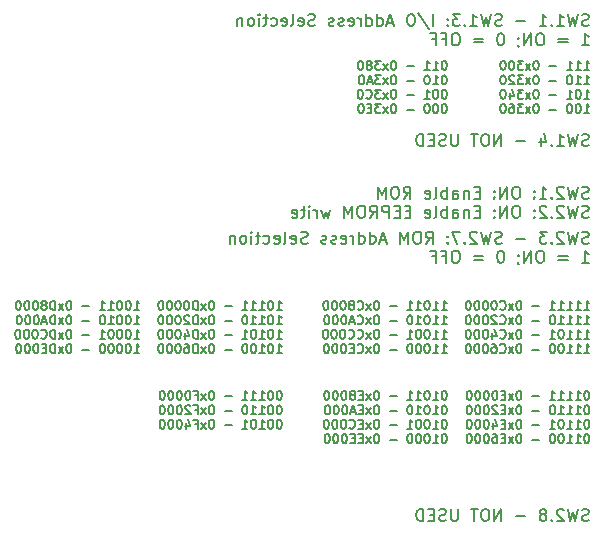
<source format=gbo>
G04 (created by PCBNEW-RS274X (2012-01-19 BZR 3256)-stable) date 4/5/2013 11:43:26 PM*
G01*
G70*
G90*
%MOIN*%
G04 Gerber Fmt 3.4, Leading zero omitted, Abs format*
%FSLAX34Y34*%
G04 APERTURE LIST*
%ADD10C,0.006000*%
%ADD11C,0.008000*%
G04 APERTURE END LIST*
G54D10*
G54D11*
X65924Y-31143D02*
X65867Y-31162D01*
X65771Y-31162D01*
X65733Y-31143D01*
X65714Y-31124D01*
X65695Y-31086D01*
X65695Y-31048D01*
X65714Y-31010D01*
X65733Y-30990D01*
X65771Y-30971D01*
X65848Y-30952D01*
X65886Y-30933D01*
X65905Y-30914D01*
X65924Y-30876D01*
X65924Y-30838D01*
X65905Y-30800D01*
X65886Y-30781D01*
X65848Y-30762D01*
X65752Y-30762D01*
X65695Y-30781D01*
X65562Y-30762D02*
X65467Y-31162D01*
X65390Y-30876D01*
X65314Y-31162D01*
X65219Y-30762D01*
X64857Y-31162D02*
X65086Y-31162D01*
X64972Y-31162D02*
X64972Y-30762D01*
X65010Y-30819D01*
X65048Y-30857D01*
X65086Y-30876D01*
X64686Y-31124D02*
X64667Y-31143D01*
X64686Y-31162D01*
X64705Y-31143D01*
X64686Y-31124D01*
X64686Y-31162D01*
X64324Y-30895D02*
X64324Y-31162D01*
X64420Y-30743D02*
X64515Y-31029D01*
X64267Y-31029D01*
X63810Y-31010D02*
X63505Y-31010D01*
X63010Y-31162D02*
X63010Y-30762D01*
X62781Y-31162D01*
X62781Y-30762D01*
X62515Y-30762D02*
X62438Y-30762D01*
X62400Y-30781D01*
X62362Y-30819D01*
X62343Y-30895D01*
X62343Y-31029D01*
X62362Y-31105D01*
X62400Y-31143D01*
X62438Y-31162D01*
X62515Y-31162D01*
X62553Y-31143D01*
X62591Y-31105D01*
X62610Y-31029D01*
X62610Y-30895D01*
X62591Y-30819D01*
X62553Y-30781D01*
X62515Y-30762D01*
X62229Y-30762D02*
X62000Y-30762D01*
X62115Y-31162D02*
X62115Y-30762D01*
X61562Y-30762D02*
X61562Y-31086D01*
X61543Y-31124D01*
X61524Y-31143D01*
X61486Y-31162D01*
X61409Y-31162D01*
X61371Y-31143D01*
X61352Y-31124D01*
X61333Y-31086D01*
X61333Y-30762D01*
X61162Y-31143D02*
X61105Y-31162D01*
X61009Y-31162D01*
X60971Y-31143D01*
X60952Y-31124D01*
X60933Y-31086D01*
X60933Y-31048D01*
X60952Y-31010D01*
X60971Y-30990D01*
X61009Y-30971D01*
X61086Y-30952D01*
X61124Y-30933D01*
X61143Y-30914D01*
X61162Y-30876D01*
X61162Y-30838D01*
X61143Y-30800D01*
X61124Y-30781D01*
X61086Y-30762D01*
X60990Y-30762D01*
X60933Y-30781D01*
X60762Y-30952D02*
X60628Y-30952D01*
X60571Y-31162D02*
X60762Y-31162D01*
X60762Y-30762D01*
X60571Y-30762D01*
X60400Y-31162D02*
X60400Y-30762D01*
X60305Y-30762D01*
X60247Y-30781D01*
X60209Y-30819D01*
X60190Y-30857D01*
X60171Y-30933D01*
X60171Y-30990D01*
X60190Y-31067D01*
X60209Y-31105D01*
X60247Y-31143D01*
X60305Y-31162D01*
X60400Y-31162D01*
G54D10*
X65771Y-28621D02*
X65943Y-28621D01*
X65857Y-28621D02*
X65857Y-28321D01*
X65886Y-28364D01*
X65914Y-28393D01*
X65943Y-28407D01*
X65485Y-28621D02*
X65657Y-28621D01*
X65571Y-28621D02*
X65571Y-28321D01*
X65600Y-28364D01*
X65628Y-28393D01*
X65657Y-28407D01*
X65199Y-28621D02*
X65371Y-28621D01*
X65285Y-28621D02*
X65285Y-28321D01*
X65314Y-28364D01*
X65342Y-28393D01*
X65371Y-28407D01*
X64842Y-28507D02*
X64613Y-28507D01*
X64184Y-28321D02*
X64156Y-28321D01*
X64127Y-28336D01*
X64113Y-28350D01*
X64099Y-28379D01*
X64084Y-28436D01*
X64084Y-28507D01*
X64099Y-28564D01*
X64113Y-28593D01*
X64127Y-28607D01*
X64156Y-28621D01*
X64184Y-28621D01*
X64213Y-28607D01*
X64227Y-28593D01*
X64242Y-28564D01*
X64256Y-28507D01*
X64256Y-28436D01*
X64242Y-28379D01*
X64227Y-28350D01*
X64213Y-28336D01*
X64184Y-28321D01*
X63984Y-28621D02*
X63827Y-28421D01*
X63984Y-28421D02*
X63827Y-28621D01*
X63741Y-28321D02*
X63555Y-28321D01*
X63655Y-28436D01*
X63613Y-28436D01*
X63584Y-28450D01*
X63570Y-28464D01*
X63555Y-28493D01*
X63555Y-28564D01*
X63570Y-28593D01*
X63584Y-28607D01*
X63613Y-28621D01*
X63698Y-28621D01*
X63727Y-28607D01*
X63741Y-28593D01*
X63369Y-28321D02*
X63341Y-28321D01*
X63312Y-28336D01*
X63298Y-28350D01*
X63284Y-28379D01*
X63269Y-28436D01*
X63269Y-28507D01*
X63284Y-28564D01*
X63298Y-28593D01*
X63312Y-28607D01*
X63341Y-28621D01*
X63369Y-28621D01*
X63398Y-28607D01*
X63412Y-28593D01*
X63427Y-28564D01*
X63441Y-28507D01*
X63441Y-28436D01*
X63427Y-28379D01*
X63412Y-28350D01*
X63398Y-28336D01*
X63369Y-28321D01*
X63083Y-28321D02*
X63055Y-28321D01*
X63026Y-28336D01*
X63012Y-28350D01*
X62998Y-28379D01*
X62983Y-28436D01*
X62983Y-28507D01*
X62998Y-28564D01*
X63012Y-28593D01*
X63026Y-28607D01*
X63055Y-28621D01*
X63083Y-28621D01*
X63112Y-28607D01*
X63126Y-28593D01*
X63141Y-28564D01*
X63155Y-28507D01*
X63155Y-28436D01*
X63141Y-28379D01*
X63126Y-28350D01*
X63112Y-28336D01*
X63083Y-28321D01*
X65771Y-29101D02*
X65943Y-29101D01*
X65857Y-29101D02*
X65857Y-28801D01*
X65886Y-28844D01*
X65914Y-28873D01*
X65943Y-28887D01*
X65485Y-29101D02*
X65657Y-29101D01*
X65571Y-29101D02*
X65571Y-28801D01*
X65600Y-28844D01*
X65628Y-28873D01*
X65657Y-28887D01*
X65299Y-28801D02*
X65271Y-28801D01*
X65242Y-28816D01*
X65228Y-28830D01*
X65214Y-28859D01*
X65199Y-28916D01*
X65199Y-28987D01*
X65214Y-29044D01*
X65228Y-29073D01*
X65242Y-29087D01*
X65271Y-29101D01*
X65299Y-29101D01*
X65328Y-29087D01*
X65342Y-29073D01*
X65357Y-29044D01*
X65371Y-28987D01*
X65371Y-28916D01*
X65357Y-28859D01*
X65342Y-28830D01*
X65328Y-28816D01*
X65299Y-28801D01*
X64842Y-28987D02*
X64613Y-28987D01*
X64184Y-28801D02*
X64156Y-28801D01*
X64127Y-28816D01*
X64113Y-28830D01*
X64099Y-28859D01*
X64084Y-28916D01*
X64084Y-28987D01*
X64099Y-29044D01*
X64113Y-29073D01*
X64127Y-29087D01*
X64156Y-29101D01*
X64184Y-29101D01*
X64213Y-29087D01*
X64227Y-29073D01*
X64242Y-29044D01*
X64256Y-28987D01*
X64256Y-28916D01*
X64242Y-28859D01*
X64227Y-28830D01*
X64213Y-28816D01*
X64184Y-28801D01*
X63984Y-29101D02*
X63827Y-28901D01*
X63984Y-28901D02*
X63827Y-29101D01*
X63741Y-28801D02*
X63555Y-28801D01*
X63655Y-28916D01*
X63613Y-28916D01*
X63584Y-28930D01*
X63570Y-28944D01*
X63555Y-28973D01*
X63555Y-29044D01*
X63570Y-29073D01*
X63584Y-29087D01*
X63613Y-29101D01*
X63698Y-29101D01*
X63727Y-29087D01*
X63741Y-29073D01*
X63441Y-28830D02*
X63427Y-28816D01*
X63398Y-28801D01*
X63327Y-28801D01*
X63298Y-28816D01*
X63284Y-28830D01*
X63269Y-28859D01*
X63269Y-28887D01*
X63284Y-28930D01*
X63455Y-29101D01*
X63269Y-29101D01*
X63083Y-28801D02*
X63055Y-28801D01*
X63026Y-28816D01*
X63012Y-28830D01*
X62998Y-28859D01*
X62983Y-28916D01*
X62983Y-28987D01*
X62998Y-29044D01*
X63012Y-29073D01*
X63026Y-29087D01*
X63055Y-29101D01*
X63083Y-29101D01*
X63112Y-29087D01*
X63126Y-29073D01*
X63141Y-29044D01*
X63155Y-28987D01*
X63155Y-28916D01*
X63141Y-28859D01*
X63126Y-28830D01*
X63112Y-28816D01*
X63083Y-28801D01*
X65771Y-29581D02*
X65943Y-29581D01*
X65857Y-29581D02*
X65857Y-29281D01*
X65886Y-29324D01*
X65914Y-29353D01*
X65943Y-29367D01*
X65585Y-29281D02*
X65557Y-29281D01*
X65528Y-29296D01*
X65514Y-29310D01*
X65500Y-29339D01*
X65485Y-29396D01*
X65485Y-29467D01*
X65500Y-29524D01*
X65514Y-29553D01*
X65528Y-29567D01*
X65557Y-29581D01*
X65585Y-29581D01*
X65614Y-29567D01*
X65628Y-29553D01*
X65643Y-29524D01*
X65657Y-29467D01*
X65657Y-29396D01*
X65643Y-29339D01*
X65628Y-29310D01*
X65614Y-29296D01*
X65585Y-29281D01*
X65199Y-29581D02*
X65371Y-29581D01*
X65285Y-29581D02*
X65285Y-29281D01*
X65314Y-29324D01*
X65342Y-29353D01*
X65371Y-29367D01*
X64842Y-29467D02*
X64613Y-29467D01*
X64184Y-29281D02*
X64156Y-29281D01*
X64127Y-29296D01*
X64113Y-29310D01*
X64099Y-29339D01*
X64084Y-29396D01*
X64084Y-29467D01*
X64099Y-29524D01*
X64113Y-29553D01*
X64127Y-29567D01*
X64156Y-29581D01*
X64184Y-29581D01*
X64213Y-29567D01*
X64227Y-29553D01*
X64242Y-29524D01*
X64256Y-29467D01*
X64256Y-29396D01*
X64242Y-29339D01*
X64227Y-29310D01*
X64213Y-29296D01*
X64184Y-29281D01*
X63984Y-29581D02*
X63827Y-29381D01*
X63984Y-29381D02*
X63827Y-29581D01*
X63741Y-29281D02*
X63555Y-29281D01*
X63655Y-29396D01*
X63613Y-29396D01*
X63584Y-29410D01*
X63570Y-29424D01*
X63555Y-29453D01*
X63555Y-29524D01*
X63570Y-29553D01*
X63584Y-29567D01*
X63613Y-29581D01*
X63698Y-29581D01*
X63727Y-29567D01*
X63741Y-29553D01*
X63298Y-29381D02*
X63298Y-29581D01*
X63369Y-29267D02*
X63441Y-29481D01*
X63255Y-29481D01*
X63083Y-29281D02*
X63055Y-29281D01*
X63026Y-29296D01*
X63012Y-29310D01*
X62998Y-29339D01*
X62983Y-29396D01*
X62983Y-29467D01*
X62998Y-29524D01*
X63012Y-29553D01*
X63026Y-29567D01*
X63055Y-29581D01*
X63083Y-29581D01*
X63112Y-29567D01*
X63126Y-29553D01*
X63141Y-29524D01*
X63155Y-29467D01*
X63155Y-29396D01*
X63141Y-29339D01*
X63126Y-29310D01*
X63112Y-29296D01*
X63083Y-29281D01*
X65771Y-30061D02*
X65943Y-30061D01*
X65857Y-30061D02*
X65857Y-29761D01*
X65886Y-29804D01*
X65914Y-29833D01*
X65943Y-29847D01*
X65585Y-29761D02*
X65557Y-29761D01*
X65528Y-29776D01*
X65514Y-29790D01*
X65500Y-29819D01*
X65485Y-29876D01*
X65485Y-29947D01*
X65500Y-30004D01*
X65514Y-30033D01*
X65528Y-30047D01*
X65557Y-30061D01*
X65585Y-30061D01*
X65614Y-30047D01*
X65628Y-30033D01*
X65643Y-30004D01*
X65657Y-29947D01*
X65657Y-29876D01*
X65643Y-29819D01*
X65628Y-29790D01*
X65614Y-29776D01*
X65585Y-29761D01*
X65299Y-29761D02*
X65271Y-29761D01*
X65242Y-29776D01*
X65228Y-29790D01*
X65214Y-29819D01*
X65199Y-29876D01*
X65199Y-29947D01*
X65214Y-30004D01*
X65228Y-30033D01*
X65242Y-30047D01*
X65271Y-30061D01*
X65299Y-30061D01*
X65328Y-30047D01*
X65342Y-30033D01*
X65357Y-30004D01*
X65371Y-29947D01*
X65371Y-29876D01*
X65357Y-29819D01*
X65342Y-29790D01*
X65328Y-29776D01*
X65299Y-29761D01*
X64842Y-29947D02*
X64613Y-29947D01*
X64184Y-29761D02*
X64156Y-29761D01*
X64127Y-29776D01*
X64113Y-29790D01*
X64099Y-29819D01*
X64084Y-29876D01*
X64084Y-29947D01*
X64099Y-30004D01*
X64113Y-30033D01*
X64127Y-30047D01*
X64156Y-30061D01*
X64184Y-30061D01*
X64213Y-30047D01*
X64227Y-30033D01*
X64242Y-30004D01*
X64256Y-29947D01*
X64256Y-29876D01*
X64242Y-29819D01*
X64227Y-29790D01*
X64213Y-29776D01*
X64184Y-29761D01*
X63984Y-30061D02*
X63827Y-29861D01*
X63984Y-29861D02*
X63827Y-30061D01*
X63741Y-29761D02*
X63555Y-29761D01*
X63655Y-29876D01*
X63613Y-29876D01*
X63584Y-29890D01*
X63570Y-29904D01*
X63555Y-29933D01*
X63555Y-30004D01*
X63570Y-30033D01*
X63584Y-30047D01*
X63613Y-30061D01*
X63698Y-30061D01*
X63727Y-30047D01*
X63741Y-30033D01*
X63298Y-29761D02*
X63355Y-29761D01*
X63384Y-29776D01*
X63398Y-29790D01*
X63427Y-29833D01*
X63441Y-29890D01*
X63441Y-30004D01*
X63427Y-30033D01*
X63412Y-30047D01*
X63384Y-30061D01*
X63327Y-30061D01*
X63298Y-30047D01*
X63284Y-30033D01*
X63269Y-30004D01*
X63269Y-29933D01*
X63284Y-29904D01*
X63298Y-29890D01*
X63327Y-29876D01*
X63384Y-29876D01*
X63412Y-29890D01*
X63427Y-29904D01*
X63441Y-29933D01*
X63083Y-29761D02*
X63055Y-29761D01*
X63026Y-29776D01*
X63012Y-29790D01*
X62998Y-29819D01*
X62983Y-29876D01*
X62983Y-29947D01*
X62998Y-30004D01*
X63012Y-30033D01*
X63026Y-30047D01*
X63055Y-30061D01*
X63083Y-30061D01*
X63112Y-30047D01*
X63126Y-30033D01*
X63141Y-30004D01*
X63155Y-29947D01*
X63155Y-29876D01*
X63141Y-29819D01*
X63126Y-29790D01*
X63112Y-29776D01*
X63083Y-29761D01*
X61121Y-28321D02*
X61093Y-28321D01*
X61064Y-28336D01*
X61050Y-28350D01*
X61036Y-28379D01*
X61021Y-28436D01*
X61021Y-28507D01*
X61036Y-28564D01*
X61050Y-28593D01*
X61064Y-28607D01*
X61093Y-28621D01*
X61121Y-28621D01*
X61150Y-28607D01*
X61164Y-28593D01*
X61179Y-28564D01*
X61193Y-28507D01*
X61193Y-28436D01*
X61179Y-28379D01*
X61164Y-28350D01*
X61150Y-28336D01*
X61121Y-28321D01*
X60735Y-28621D02*
X60907Y-28621D01*
X60821Y-28621D02*
X60821Y-28321D01*
X60850Y-28364D01*
X60878Y-28393D01*
X60907Y-28407D01*
X60449Y-28621D02*
X60621Y-28621D01*
X60535Y-28621D02*
X60535Y-28321D01*
X60564Y-28364D01*
X60592Y-28393D01*
X60621Y-28407D01*
X60092Y-28507D02*
X59863Y-28507D01*
X59434Y-28321D02*
X59406Y-28321D01*
X59377Y-28336D01*
X59363Y-28350D01*
X59349Y-28379D01*
X59334Y-28436D01*
X59334Y-28507D01*
X59349Y-28564D01*
X59363Y-28593D01*
X59377Y-28607D01*
X59406Y-28621D01*
X59434Y-28621D01*
X59463Y-28607D01*
X59477Y-28593D01*
X59492Y-28564D01*
X59506Y-28507D01*
X59506Y-28436D01*
X59492Y-28379D01*
X59477Y-28350D01*
X59463Y-28336D01*
X59434Y-28321D01*
X59234Y-28621D02*
X59077Y-28421D01*
X59234Y-28421D02*
X59077Y-28621D01*
X58991Y-28321D02*
X58805Y-28321D01*
X58905Y-28436D01*
X58863Y-28436D01*
X58834Y-28450D01*
X58820Y-28464D01*
X58805Y-28493D01*
X58805Y-28564D01*
X58820Y-28593D01*
X58834Y-28607D01*
X58863Y-28621D01*
X58948Y-28621D01*
X58977Y-28607D01*
X58991Y-28593D01*
X58634Y-28450D02*
X58662Y-28436D01*
X58677Y-28421D01*
X58691Y-28393D01*
X58691Y-28379D01*
X58677Y-28350D01*
X58662Y-28336D01*
X58634Y-28321D01*
X58577Y-28321D01*
X58548Y-28336D01*
X58534Y-28350D01*
X58519Y-28379D01*
X58519Y-28393D01*
X58534Y-28421D01*
X58548Y-28436D01*
X58577Y-28450D01*
X58634Y-28450D01*
X58662Y-28464D01*
X58677Y-28479D01*
X58691Y-28507D01*
X58691Y-28564D01*
X58677Y-28593D01*
X58662Y-28607D01*
X58634Y-28621D01*
X58577Y-28621D01*
X58548Y-28607D01*
X58534Y-28593D01*
X58519Y-28564D01*
X58519Y-28507D01*
X58534Y-28479D01*
X58548Y-28464D01*
X58577Y-28450D01*
X58333Y-28321D02*
X58305Y-28321D01*
X58276Y-28336D01*
X58262Y-28350D01*
X58248Y-28379D01*
X58233Y-28436D01*
X58233Y-28507D01*
X58248Y-28564D01*
X58262Y-28593D01*
X58276Y-28607D01*
X58305Y-28621D01*
X58333Y-28621D01*
X58362Y-28607D01*
X58376Y-28593D01*
X58391Y-28564D01*
X58405Y-28507D01*
X58405Y-28436D01*
X58391Y-28379D01*
X58376Y-28350D01*
X58362Y-28336D01*
X58333Y-28321D01*
X61121Y-28801D02*
X61093Y-28801D01*
X61064Y-28816D01*
X61050Y-28830D01*
X61036Y-28859D01*
X61021Y-28916D01*
X61021Y-28987D01*
X61036Y-29044D01*
X61050Y-29073D01*
X61064Y-29087D01*
X61093Y-29101D01*
X61121Y-29101D01*
X61150Y-29087D01*
X61164Y-29073D01*
X61179Y-29044D01*
X61193Y-28987D01*
X61193Y-28916D01*
X61179Y-28859D01*
X61164Y-28830D01*
X61150Y-28816D01*
X61121Y-28801D01*
X60735Y-29101D02*
X60907Y-29101D01*
X60821Y-29101D02*
X60821Y-28801D01*
X60850Y-28844D01*
X60878Y-28873D01*
X60907Y-28887D01*
X60549Y-28801D02*
X60521Y-28801D01*
X60492Y-28816D01*
X60478Y-28830D01*
X60464Y-28859D01*
X60449Y-28916D01*
X60449Y-28987D01*
X60464Y-29044D01*
X60478Y-29073D01*
X60492Y-29087D01*
X60521Y-29101D01*
X60549Y-29101D01*
X60578Y-29087D01*
X60592Y-29073D01*
X60607Y-29044D01*
X60621Y-28987D01*
X60621Y-28916D01*
X60607Y-28859D01*
X60592Y-28830D01*
X60578Y-28816D01*
X60549Y-28801D01*
X60092Y-28987D02*
X59863Y-28987D01*
X59434Y-28801D02*
X59406Y-28801D01*
X59377Y-28816D01*
X59363Y-28830D01*
X59349Y-28859D01*
X59334Y-28916D01*
X59334Y-28987D01*
X59349Y-29044D01*
X59363Y-29073D01*
X59377Y-29087D01*
X59406Y-29101D01*
X59434Y-29101D01*
X59463Y-29087D01*
X59477Y-29073D01*
X59492Y-29044D01*
X59506Y-28987D01*
X59506Y-28916D01*
X59492Y-28859D01*
X59477Y-28830D01*
X59463Y-28816D01*
X59434Y-28801D01*
X59234Y-29101D02*
X59077Y-28901D01*
X59234Y-28901D02*
X59077Y-29101D01*
X58991Y-28801D02*
X58805Y-28801D01*
X58905Y-28916D01*
X58863Y-28916D01*
X58834Y-28930D01*
X58820Y-28944D01*
X58805Y-28973D01*
X58805Y-29044D01*
X58820Y-29073D01*
X58834Y-29087D01*
X58863Y-29101D01*
X58948Y-29101D01*
X58977Y-29087D01*
X58991Y-29073D01*
X58691Y-29016D02*
X58548Y-29016D01*
X58719Y-29101D02*
X58619Y-28801D01*
X58519Y-29101D01*
X58362Y-28801D02*
X58334Y-28801D01*
X58305Y-28816D01*
X58291Y-28830D01*
X58277Y-28859D01*
X58262Y-28916D01*
X58262Y-28987D01*
X58277Y-29044D01*
X58291Y-29073D01*
X58305Y-29087D01*
X58334Y-29101D01*
X58362Y-29101D01*
X58391Y-29087D01*
X58405Y-29073D01*
X58420Y-29044D01*
X58434Y-28987D01*
X58434Y-28916D01*
X58420Y-28859D01*
X58405Y-28830D01*
X58391Y-28816D01*
X58362Y-28801D01*
X61121Y-29281D02*
X61093Y-29281D01*
X61064Y-29296D01*
X61050Y-29310D01*
X61036Y-29339D01*
X61021Y-29396D01*
X61021Y-29467D01*
X61036Y-29524D01*
X61050Y-29553D01*
X61064Y-29567D01*
X61093Y-29581D01*
X61121Y-29581D01*
X61150Y-29567D01*
X61164Y-29553D01*
X61179Y-29524D01*
X61193Y-29467D01*
X61193Y-29396D01*
X61179Y-29339D01*
X61164Y-29310D01*
X61150Y-29296D01*
X61121Y-29281D01*
X60835Y-29281D02*
X60807Y-29281D01*
X60778Y-29296D01*
X60764Y-29310D01*
X60750Y-29339D01*
X60735Y-29396D01*
X60735Y-29467D01*
X60750Y-29524D01*
X60764Y-29553D01*
X60778Y-29567D01*
X60807Y-29581D01*
X60835Y-29581D01*
X60864Y-29567D01*
X60878Y-29553D01*
X60893Y-29524D01*
X60907Y-29467D01*
X60907Y-29396D01*
X60893Y-29339D01*
X60878Y-29310D01*
X60864Y-29296D01*
X60835Y-29281D01*
X60449Y-29581D02*
X60621Y-29581D01*
X60535Y-29581D02*
X60535Y-29281D01*
X60564Y-29324D01*
X60592Y-29353D01*
X60621Y-29367D01*
X60092Y-29467D02*
X59863Y-29467D01*
X59434Y-29281D02*
X59406Y-29281D01*
X59377Y-29296D01*
X59363Y-29310D01*
X59349Y-29339D01*
X59334Y-29396D01*
X59334Y-29467D01*
X59349Y-29524D01*
X59363Y-29553D01*
X59377Y-29567D01*
X59406Y-29581D01*
X59434Y-29581D01*
X59463Y-29567D01*
X59477Y-29553D01*
X59492Y-29524D01*
X59506Y-29467D01*
X59506Y-29396D01*
X59492Y-29339D01*
X59477Y-29310D01*
X59463Y-29296D01*
X59434Y-29281D01*
X59234Y-29581D02*
X59077Y-29381D01*
X59234Y-29381D02*
X59077Y-29581D01*
X58991Y-29281D02*
X58805Y-29281D01*
X58905Y-29396D01*
X58863Y-29396D01*
X58834Y-29410D01*
X58820Y-29424D01*
X58805Y-29453D01*
X58805Y-29524D01*
X58820Y-29553D01*
X58834Y-29567D01*
X58863Y-29581D01*
X58948Y-29581D01*
X58977Y-29567D01*
X58991Y-29553D01*
X58505Y-29553D02*
X58519Y-29567D01*
X58562Y-29581D01*
X58591Y-29581D01*
X58634Y-29567D01*
X58662Y-29539D01*
X58677Y-29510D01*
X58691Y-29453D01*
X58691Y-29410D01*
X58677Y-29353D01*
X58662Y-29324D01*
X58634Y-29296D01*
X58591Y-29281D01*
X58562Y-29281D01*
X58519Y-29296D01*
X58505Y-29310D01*
X58319Y-29281D02*
X58291Y-29281D01*
X58262Y-29296D01*
X58248Y-29310D01*
X58234Y-29339D01*
X58219Y-29396D01*
X58219Y-29467D01*
X58234Y-29524D01*
X58248Y-29553D01*
X58262Y-29567D01*
X58291Y-29581D01*
X58319Y-29581D01*
X58348Y-29567D01*
X58362Y-29553D01*
X58377Y-29524D01*
X58391Y-29467D01*
X58391Y-29396D01*
X58377Y-29339D01*
X58362Y-29310D01*
X58348Y-29296D01*
X58319Y-29281D01*
X61121Y-29761D02*
X61093Y-29761D01*
X61064Y-29776D01*
X61050Y-29790D01*
X61036Y-29819D01*
X61021Y-29876D01*
X61021Y-29947D01*
X61036Y-30004D01*
X61050Y-30033D01*
X61064Y-30047D01*
X61093Y-30061D01*
X61121Y-30061D01*
X61150Y-30047D01*
X61164Y-30033D01*
X61179Y-30004D01*
X61193Y-29947D01*
X61193Y-29876D01*
X61179Y-29819D01*
X61164Y-29790D01*
X61150Y-29776D01*
X61121Y-29761D01*
X60835Y-29761D02*
X60807Y-29761D01*
X60778Y-29776D01*
X60764Y-29790D01*
X60750Y-29819D01*
X60735Y-29876D01*
X60735Y-29947D01*
X60750Y-30004D01*
X60764Y-30033D01*
X60778Y-30047D01*
X60807Y-30061D01*
X60835Y-30061D01*
X60864Y-30047D01*
X60878Y-30033D01*
X60893Y-30004D01*
X60907Y-29947D01*
X60907Y-29876D01*
X60893Y-29819D01*
X60878Y-29790D01*
X60864Y-29776D01*
X60835Y-29761D01*
X60549Y-29761D02*
X60521Y-29761D01*
X60492Y-29776D01*
X60478Y-29790D01*
X60464Y-29819D01*
X60449Y-29876D01*
X60449Y-29947D01*
X60464Y-30004D01*
X60478Y-30033D01*
X60492Y-30047D01*
X60521Y-30061D01*
X60549Y-30061D01*
X60578Y-30047D01*
X60592Y-30033D01*
X60607Y-30004D01*
X60621Y-29947D01*
X60621Y-29876D01*
X60607Y-29819D01*
X60592Y-29790D01*
X60578Y-29776D01*
X60549Y-29761D01*
X60092Y-29947D02*
X59863Y-29947D01*
X59434Y-29761D02*
X59406Y-29761D01*
X59377Y-29776D01*
X59363Y-29790D01*
X59349Y-29819D01*
X59334Y-29876D01*
X59334Y-29947D01*
X59349Y-30004D01*
X59363Y-30033D01*
X59377Y-30047D01*
X59406Y-30061D01*
X59434Y-30061D01*
X59463Y-30047D01*
X59477Y-30033D01*
X59492Y-30004D01*
X59506Y-29947D01*
X59506Y-29876D01*
X59492Y-29819D01*
X59477Y-29790D01*
X59463Y-29776D01*
X59434Y-29761D01*
X59234Y-30061D02*
X59077Y-29861D01*
X59234Y-29861D02*
X59077Y-30061D01*
X58991Y-29761D02*
X58805Y-29761D01*
X58905Y-29876D01*
X58863Y-29876D01*
X58834Y-29890D01*
X58820Y-29904D01*
X58805Y-29933D01*
X58805Y-30004D01*
X58820Y-30033D01*
X58834Y-30047D01*
X58863Y-30061D01*
X58948Y-30061D01*
X58977Y-30047D01*
X58991Y-30033D01*
X58677Y-29904D02*
X58577Y-29904D01*
X58534Y-30061D02*
X58677Y-30061D01*
X58677Y-29761D01*
X58534Y-29761D01*
X58348Y-29761D02*
X58320Y-29761D01*
X58291Y-29776D01*
X58277Y-29790D01*
X58263Y-29819D01*
X58248Y-29876D01*
X58248Y-29947D01*
X58263Y-30004D01*
X58277Y-30033D01*
X58291Y-30047D01*
X58320Y-30061D01*
X58348Y-30061D01*
X58377Y-30047D01*
X58391Y-30033D01*
X58406Y-30004D01*
X58420Y-29947D01*
X58420Y-29876D01*
X58406Y-29819D01*
X58391Y-29790D01*
X58377Y-29776D01*
X58348Y-29761D01*
X65871Y-39321D02*
X65843Y-39321D01*
X65814Y-39336D01*
X65800Y-39350D01*
X65786Y-39379D01*
X65771Y-39436D01*
X65771Y-39507D01*
X65786Y-39564D01*
X65800Y-39593D01*
X65814Y-39607D01*
X65843Y-39621D01*
X65871Y-39621D01*
X65900Y-39607D01*
X65914Y-39593D01*
X65929Y-39564D01*
X65943Y-39507D01*
X65943Y-39436D01*
X65929Y-39379D01*
X65914Y-39350D01*
X65900Y-39336D01*
X65871Y-39321D01*
X65485Y-39621D02*
X65657Y-39621D01*
X65571Y-39621D02*
X65571Y-39321D01*
X65600Y-39364D01*
X65628Y-39393D01*
X65657Y-39407D01*
X65199Y-39621D02*
X65371Y-39621D01*
X65285Y-39621D02*
X65285Y-39321D01*
X65314Y-39364D01*
X65342Y-39393D01*
X65371Y-39407D01*
X64913Y-39621D02*
X65085Y-39621D01*
X64999Y-39621D02*
X64999Y-39321D01*
X65028Y-39364D01*
X65056Y-39393D01*
X65085Y-39407D01*
X64627Y-39621D02*
X64799Y-39621D01*
X64713Y-39621D02*
X64713Y-39321D01*
X64742Y-39364D01*
X64770Y-39393D01*
X64799Y-39407D01*
X64270Y-39507D02*
X64041Y-39507D01*
X63612Y-39321D02*
X63584Y-39321D01*
X63555Y-39336D01*
X63541Y-39350D01*
X63527Y-39379D01*
X63512Y-39436D01*
X63512Y-39507D01*
X63527Y-39564D01*
X63541Y-39593D01*
X63555Y-39607D01*
X63584Y-39621D01*
X63612Y-39621D01*
X63641Y-39607D01*
X63655Y-39593D01*
X63670Y-39564D01*
X63684Y-39507D01*
X63684Y-39436D01*
X63670Y-39379D01*
X63655Y-39350D01*
X63641Y-39336D01*
X63612Y-39321D01*
X63412Y-39621D02*
X63255Y-39421D01*
X63412Y-39421D02*
X63255Y-39621D01*
X63141Y-39464D02*
X63041Y-39464D01*
X62998Y-39621D02*
X63141Y-39621D01*
X63141Y-39321D01*
X62998Y-39321D01*
X62812Y-39321D02*
X62784Y-39321D01*
X62755Y-39336D01*
X62741Y-39350D01*
X62727Y-39379D01*
X62712Y-39436D01*
X62712Y-39507D01*
X62727Y-39564D01*
X62741Y-39593D01*
X62755Y-39607D01*
X62784Y-39621D01*
X62812Y-39621D01*
X62841Y-39607D01*
X62855Y-39593D01*
X62870Y-39564D01*
X62884Y-39507D01*
X62884Y-39436D01*
X62870Y-39379D01*
X62855Y-39350D01*
X62841Y-39336D01*
X62812Y-39321D01*
X62526Y-39321D02*
X62498Y-39321D01*
X62469Y-39336D01*
X62455Y-39350D01*
X62441Y-39379D01*
X62426Y-39436D01*
X62426Y-39507D01*
X62441Y-39564D01*
X62455Y-39593D01*
X62469Y-39607D01*
X62498Y-39621D01*
X62526Y-39621D01*
X62555Y-39607D01*
X62569Y-39593D01*
X62584Y-39564D01*
X62598Y-39507D01*
X62598Y-39436D01*
X62584Y-39379D01*
X62569Y-39350D01*
X62555Y-39336D01*
X62526Y-39321D01*
X62240Y-39321D02*
X62212Y-39321D01*
X62183Y-39336D01*
X62169Y-39350D01*
X62155Y-39379D01*
X62140Y-39436D01*
X62140Y-39507D01*
X62155Y-39564D01*
X62169Y-39593D01*
X62183Y-39607D01*
X62212Y-39621D01*
X62240Y-39621D01*
X62269Y-39607D01*
X62283Y-39593D01*
X62298Y-39564D01*
X62312Y-39507D01*
X62312Y-39436D01*
X62298Y-39379D01*
X62283Y-39350D01*
X62269Y-39336D01*
X62240Y-39321D01*
X61954Y-39321D02*
X61926Y-39321D01*
X61897Y-39336D01*
X61883Y-39350D01*
X61869Y-39379D01*
X61854Y-39436D01*
X61854Y-39507D01*
X61869Y-39564D01*
X61883Y-39593D01*
X61897Y-39607D01*
X61926Y-39621D01*
X61954Y-39621D01*
X61983Y-39607D01*
X61997Y-39593D01*
X62012Y-39564D01*
X62026Y-39507D01*
X62026Y-39436D01*
X62012Y-39379D01*
X61997Y-39350D01*
X61983Y-39336D01*
X61954Y-39321D01*
X65871Y-39801D02*
X65843Y-39801D01*
X65814Y-39816D01*
X65800Y-39830D01*
X65786Y-39859D01*
X65771Y-39916D01*
X65771Y-39987D01*
X65786Y-40044D01*
X65800Y-40073D01*
X65814Y-40087D01*
X65843Y-40101D01*
X65871Y-40101D01*
X65900Y-40087D01*
X65914Y-40073D01*
X65929Y-40044D01*
X65943Y-39987D01*
X65943Y-39916D01*
X65929Y-39859D01*
X65914Y-39830D01*
X65900Y-39816D01*
X65871Y-39801D01*
X65485Y-40101D02*
X65657Y-40101D01*
X65571Y-40101D02*
X65571Y-39801D01*
X65600Y-39844D01*
X65628Y-39873D01*
X65657Y-39887D01*
X65199Y-40101D02*
X65371Y-40101D01*
X65285Y-40101D02*
X65285Y-39801D01*
X65314Y-39844D01*
X65342Y-39873D01*
X65371Y-39887D01*
X64913Y-40101D02*
X65085Y-40101D01*
X64999Y-40101D02*
X64999Y-39801D01*
X65028Y-39844D01*
X65056Y-39873D01*
X65085Y-39887D01*
X64727Y-39801D02*
X64699Y-39801D01*
X64670Y-39816D01*
X64656Y-39830D01*
X64642Y-39859D01*
X64627Y-39916D01*
X64627Y-39987D01*
X64642Y-40044D01*
X64656Y-40073D01*
X64670Y-40087D01*
X64699Y-40101D01*
X64727Y-40101D01*
X64756Y-40087D01*
X64770Y-40073D01*
X64785Y-40044D01*
X64799Y-39987D01*
X64799Y-39916D01*
X64785Y-39859D01*
X64770Y-39830D01*
X64756Y-39816D01*
X64727Y-39801D01*
X64270Y-39987D02*
X64041Y-39987D01*
X63612Y-39801D02*
X63584Y-39801D01*
X63555Y-39816D01*
X63541Y-39830D01*
X63527Y-39859D01*
X63512Y-39916D01*
X63512Y-39987D01*
X63527Y-40044D01*
X63541Y-40073D01*
X63555Y-40087D01*
X63584Y-40101D01*
X63612Y-40101D01*
X63641Y-40087D01*
X63655Y-40073D01*
X63670Y-40044D01*
X63684Y-39987D01*
X63684Y-39916D01*
X63670Y-39859D01*
X63655Y-39830D01*
X63641Y-39816D01*
X63612Y-39801D01*
X63412Y-40101D02*
X63255Y-39901D01*
X63412Y-39901D02*
X63255Y-40101D01*
X63141Y-39944D02*
X63041Y-39944D01*
X62998Y-40101D02*
X63141Y-40101D01*
X63141Y-39801D01*
X62998Y-39801D01*
X62884Y-39830D02*
X62870Y-39816D01*
X62841Y-39801D01*
X62770Y-39801D01*
X62741Y-39816D01*
X62727Y-39830D01*
X62712Y-39859D01*
X62712Y-39887D01*
X62727Y-39930D01*
X62898Y-40101D01*
X62712Y-40101D01*
X62526Y-39801D02*
X62498Y-39801D01*
X62469Y-39816D01*
X62455Y-39830D01*
X62441Y-39859D01*
X62426Y-39916D01*
X62426Y-39987D01*
X62441Y-40044D01*
X62455Y-40073D01*
X62469Y-40087D01*
X62498Y-40101D01*
X62526Y-40101D01*
X62555Y-40087D01*
X62569Y-40073D01*
X62584Y-40044D01*
X62598Y-39987D01*
X62598Y-39916D01*
X62584Y-39859D01*
X62569Y-39830D01*
X62555Y-39816D01*
X62526Y-39801D01*
X62240Y-39801D02*
X62212Y-39801D01*
X62183Y-39816D01*
X62169Y-39830D01*
X62155Y-39859D01*
X62140Y-39916D01*
X62140Y-39987D01*
X62155Y-40044D01*
X62169Y-40073D01*
X62183Y-40087D01*
X62212Y-40101D01*
X62240Y-40101D01*
X62269Y-40087D01*
X62283Y-40073D01*
X62298Y-40044D01*
X62312Y-39987D01*
X62312Y-39916D01*
X62298Y-39859D01*
X62283Y-39830D01*
X62269Y-39816D01*
X62240Y-39801D01*
X61954Y-39801D02*
X61926Y-39801D01*
X61897Y-39816D01*
X61883Y-39830D01*
X61869Y-39859D01*
X61854Y-39916D01*
X61854Y-39987D01*
X61869Y-40044D01*
X61883Y-40073D01*
X61897Y-40087D01*
X61926Y-40101D01*
X61954Y-40101D01*
X61983Y-40087D01*
X61997Y-40073D01*
X62012Y-40044D01*
X62026Y-39987D01*
X62026Y-39916D01*
X62012Y-39859D01*
X61997Y-39830D01*
X61983Y-39816D01*
X61954Y-39801D01*
X65871Y-40281D02*
X65843Y-40281D01*
X65814Y-40296D01*
X65800Y-40310D01*
X65786Y-40339D01*
X65771Y-40396D01*
X65771Y-40467D01*
X65786Y-40524D01*
X65800Y-40553D01*
X65814Y-40567D01*
X65843Y-40581D01*
X65871Y-40581D01*
X65900Y-40567D01*
X65914Y-40553D01*
X65929Y-40524D01*
X65943Y-40467D01*
X65943Y-40396D01*
X65929Y-40339D01*
X65914Y-40310D01*
X65900Y-40296D01*
X65871Y-40281D01*
X65485Y-40581D02*
X65657Y-40581D01*
X65571Y-40581D02*
X65571Y-40281D01*
X65600Y-40324D01*
X65628Y-40353D01*
X65657Y-40367D01*
X65199Y-40581D02*
X65371Y-40581D01*
X65285Y-40581D02*
X65285Y-40281D01*
X65314Y-40324D01*
X65342Y-40353D01*
X65371Y-40367D01*
X65013Y-40281D02*
X64985Y-40281D01*
X64956Y-40296D01*
X64942Y-40310D01*
X64928Y-40339D01*
X64913Y-40396D01*
X64913Y-40467D01*
X64928Y-40524D01*
X64942Y-40553D01*
X64956Y-40567D01*
X64985Y-40581D01*
X65013Y-40581D01*
X65042Y-40567D01*
X65056Y-40553D01*
X65071Y-40524D01*
X65085Y-40467D01*
X65085Y-40396D01*
X65071Y-40339D01*
X65056Y-40310D01*
X65042Y-40296D01*
X65013Y-40281D01*
X64627Y-40581D02*
X64799Y-40581D01*
X64713Y-40581D02*
X64713Y-40281D01*
X64742Y-40324D01*
X64770Y-40353D01*
X64799Y-40367D01*
X64270Y-40467D02*
X64041Y-40467D01*
X63612Y-40281D02*
X63584Y-40281D01*
X63555Y-40296D01*
X63541Y-40310D01*
X63527Y-40339D01*
X63512Y-40396D01*
X63512Y-40467D01*
X63527Y-40524D01*
X63541Y-40553D01*
X63555Y-40567D01*
X63584Y-40581D01*
X63612Y-40581D01*
X63641Y-40567D01*
X63655Y-40553D01*
X63670Y-40524D01*
X63684Y-40467D01*
X63684Y-40396D01*
X63670Y-40339D01*
X63655Y-40310D01*
X63641Y-40296D01*
X63612Y-40281D01*
X63412Y-40581D02*
X63255Y-40381D01*
X63412Y-40381D02*
X63255Y-40581D01*
X63141Y-40424D02*
X63041Y-40424D01*
X62998Y-40581D02*
X63141Y-40581D01*
X63141Y-40281D01*
X62998Y-40281D01*
X62741Y-40381D02*
X62741Y-40581D01*
X62812Y-40267D02*
X62884Y-40481D01*
X62698Y-40481D01*
X62526Y-40281D02*
X62498Y-40281D01*
X62469Y-40296D01*
X62455Y-40310D01*
X62441Y-40339D01*
X62426Y-40396D01*
X62426Y-40467D01*
X62441Y-40524D01*
X62455Y-40553D01*
X62469Y-40567D01*
X62498Y-40581D01*
X62526Y-40581D01*
X62555Y-40567D01*
X62569Y-40553D01*
X62584Y-40524D01*
X62598Y-40467D01*
X62598Y-40396D01*
X62584Y-40339D01*
X62569Y-40310D01*
X62555Y-40296D01*
X62526Y-40281D01*
X62240Y-40281D02*
X62212Y-40281D01*
X62183Y-40296D01*
X62169Y-40310D01*
X62155Y-40339D01*
X62140Y-40396D01*
X62140Y-40467D01*
X62155Y-40524D01*
X62169Y-40553D01*
X62183Y-40567D01*
X62212Y-40581D01*
X62240Y-40581D01*
X62269Y-40567D01*
X62283Y-40553D01*
X62298Y-40524D01*
X62312Y-40467D01*
X62312Y-40396D01*
X62298Y-40339D01*
X62283Y-40310D01*
X62269Y-40296D01*
X62240Y-40281D01*
X61954Y-40281D02*
X61926Y-40281D01*
X61897Y-40296D01*
X61883Y-40310D01*
X61869Y-40339D01*
X61854Y-40396D01*
X61854Y-40467D01*
X61869Y-40524D01*
X61883Y-40553D01*
X61897Y-40567D01*
X61926Y-40581D01*
X61954Y-40581D01*
X61983Y-40567D01*
X61997Y-40553D01*
X62012Y-40524D01*
X62026Y-40467D01*
X62026Y-40396D01*
X62012Y-40339D01*
X61997Y-40310D01*
X61983Y-40296D01*
X61954Y-40281D01*
X65871Y-40761D02*
X65843Y-40761D01*
X65814Y-40776D01*
X65800Y-40790D01*
X65786Y-40819D01*
X65771Y-40876D01*
X65771Y-40947D01*
X65786Y-41004D01*
X65800Y-41033D01*
X65814Y-41047D01*
X65843Y-41061D01*
X65871Y-41061D01*
X65900Y-41047D01*
X65914Y-41033D01*
X65929Y-41004D01*
X65943Y-40947D01*
X65943Y-40876D01*
X65929Y-40819D01*
X65914Y-40790D01*
X65900Y-40776D01*
X65871Y-40761D01*
X65485Y-41061D02*
X65657Y-41061D01*
X65571Y-41061D02*
X65571Y-40761D01*
X65600Y-40804D01*
X65628Y-40833D01*
X65657Y-40847D01*
X65199Y-41061D02*
X65371Y-41061D01*
X65285Y-41061D02*
X65285Y-40761D01*
X65314Y-40804D01*
X65342Y-40833D01*
X65371Y-40847D01*
X65013Y-40761D02*
X64985Y-40761D01*
X64956Y-40776D01*
X64942Y-40790D01*
X64928Y-40819D01*
X64913Y-40876D01*
X64913Y-40947D01*
X64928Y-41004D01*
X64942Y-41033D01*
X64956Y-41047D01*
X64985Y-41061D01*
X65013Y-41061D01*
X65042Y-41047D01*
X65056Y-41033D01*
X65071Y-41004D01*
X65085Y-40947D01*
X65085Y-40876D01*
X65071Y-40819D01*
X65056Y-40790D01*
X65042Y-40776D01*
X65013Y-40761D01*
X64727Y-40761D02*
X64699Y-40761D01*
X64670Y-40776D01*
X64656Y-40790D01*
X64642Y-40819D01*
X64627Y-40876D01*
X64627Y-40947D01*
X64642Y-41004D01*
X64656Y-41033D01*
X64670Y-41047D01*
X64699Y-41061D01*
X64727Y-41061D01*
X64756Y-41047D01*
X64770Y-41033D01*
X64785Y-41004D01*
X64799Y-40947D01*
X64799Y-40876D01*
X64785Y-40819D01*
X64770Y-40790D01*
X64756Y-40776D01*
X64727Y-40761D01*
X64270Y-40947D02*
X64041Y-40947D01*
X63612Y-40761D02*
X63584Y-40761D01*
X63555Y-40776D01*
X63541Y-40790D01*
X63527Y-40819D01*
X63512Y-40876D01*
X63512Y-40947D01*
X63527Y-41004D01*
X63541Y-41033D01*
X63555Y-41047D01*
X63584Y-41061D01*
X63612Y-41061D01*
X63641Y-41047D01*
X63655Y-41033D01*
X63670Y-41004D01*
X63684Y-40947D01*
X63684Y-40876D01*
X63670Y-40819D01*
X63655Y-40790D01*
X63641Y-40776D01*
X63612Y-40761D01*
X63412Y-41061D02*
X63255Y-40861D01*
X63412Y-40861D02*
X63255Y-41061D01*
X63141Y-40904D02*
X63041Y-40904D01*
X62998Y-41061D02*
X63141Y-41061D01*
X63141Y-40761D01*
X62998Y-40761D01*
X62741Y-40761D02*
X62798Y-40761D01*
X62827Y-40776D01*
X62841Y-40790D01*
X62870Y-40833D01*
X62884Y-40890D01*
X62884Y-41004D01*
X62870Y-41033D01*
X62855Y-41047D01*
X62827Y-41061D01*
X62770Y-41061D01*
X62741Y-41047D01*
X62727Y-41033D01*
X62712Y-41004D01*
X62712Y-40933D01*
X62727Y-40904D01*
X62741Y-40890D01*
X62770Y-40876D01*
X62827Y-40876D01*
X62855Y-40890D01*
X62870Y-40904D01*
X62884Y-40933D01*
X62526Y-40761D02*
X62498Y-40761D01*
X62469Y-40776D01*
X62455Y-40790D01*
X62441Y-40819D01*
X62426Y-40876D01*
X62426Y-40947D01*
X62441Y-41004D01*
X62455Y-41033D01*
X62469Y-41047D01*
X62498Y-41061D01*
X62526Y-41061D01*
X62555Y-41047D01*
X62569Y-41033D01*
X62584Y-41004D01*
X62598Y-40947D01*
X62598Y-40876D01*
X62584Y-40819D01*
X62569Y-40790D01*
X62555Y-40776D01*
X62526Y-40761D01*
X62240Y-40761D02*
X62212Y-40761D01*
X62183Y-40776D01*
X62169Y-40790D01*
X62155Y-40819D01*
X62140Y-40876D01*
X62140Y-40947D01*
X62155Y-41004D01*
X62169Y-41033D01*
X62183Y-41047D01*
X62212Y-41061D01*
X62240Y-41061D01*
X62269Y-41047D01*
X62283Y-41033D01*
X62298Y-41004D01*
X62312Y-40947D01*
X62312Y-40876D01*
X62298Y-40819D01*
X62283Y-40790D01*
X62269Y-40776D01*
X62240Y-40761D01*
X61954Y-40761D02*
X61926Y-40761D01*
X61897Y-40776D01*
X61883Y-40790D01*
X61869Y-40819D01*
X61854Y-40876D01*
X61854Y-40947D01*
X61869Y-41004D01*
X61883Y-41033D01*
X61897Y-41047D01*
X61926Y-41061D01*
X61954Y-41061D01*
X61983Y-41047D01*
X61997Y-41033D01*
X62012Y-41004D01*
X62026Y-40947D01*
X62026Y-40876D01*
X62012Y-40819D01*
X61997Y-40790D01*
X61983Y-40776D01*
X61954Y-40761D01*
X61121Y-39321D02*
X61093Y-39321D01*
X61064Y-39336D01*
X61050Y-39350D01*
X61036Y-39379D01*
X61021Y-39436D01*
X61021Y-39507D01*
X61036Y-39564D01*
X61050Y-39593D01*
X61064Y-39607D01*
X61093Y-39621D01*
X61121Y-39621D01*
X61150Y-39607D01*
X61164Y-39593D01*
X61179Y-39564D01*
X61193Y-39507D01*
X61193Y-39436D01*
X61179Y-39379D01*
X61164Y-39350D01*
X61150Y-39336D01*
X61121Y-39321D01*
X60735Y-39621D02*
X60907Y-39621D01*
X60821Y-39621D02*
X60821Y-39321D01*
X60850Y-39364D01*
X60878Y-39393D01*
X60907Y-39407D01*
X60549Y-39321D02*
X60521Y-39321D01*
X60492Y-39336D01*
X60478Y-39350D01*
X60464Y-39379D01*
X60449Y-39436D01*
X60449Y-39507D01*
X60464Y-39564D01*
X60478Y-39593D01*
X60492Y-39607D01*
X60521Y-39621D01*
X60549Y-39621D01*
X60578Y-39607D01*
X60592Y-39593D01*
X60607Y-39564D01*
X60621Y-39507D01*
X60621Y-39436D01*
X60607Y-39379D01*
X60592Y-39350D01*
X60578Y-39336D01*
X60549Y-39321D01*
X60163Y-39621D02*
X60335Y-39621D01*
X60249Y-39621D02*
X60249Y-39321D01*
X60278Y-39364D01*
X60306Y-39393D01*
X60335Y-39407D01*
X59877Y-39621D02*
X60049Y-39621D01*
X59963Y-39621D02*
X59963Y-39321D01*
X59992Y-39364D01*
X60020Y-39393D01*
X60049Y-39407D01*
X59520Y-39507D02*
X59291Y-39507D01*
X58862Y-39321D02*
X58834Y-39321D01*
X58805Y-39336D01*
X58791Y-39350D01*
X58777Y-39379D01*
X58762Y-39436D01*
X58762Y-39507D01*
X58777Y-39564D01*
X58791Y-39593D01*
X58805Y-39607D01*
X58834Y-39621D01*
X58862Y-39621D01*
X58891Y-39607D01*
X58905Y-39593D01*
X58920Y-39564D01*
X58934Y-39507D01*
X58934Y-39436D01*
X58920Y-39379D01*
X58905Y-39350D01*
X58891Y-39336D01*
X58862Y-39321D01*
X58662Y-39621D02*
X58505Y-39421D01*
X58662Y-39421D02*
X58505Y-39621D01*
X58391Y-39464D02*
X58291Y-39464D01*
X58248Y-39621D02*
X58391Y-39621D01*
X58391Y-39321D01*
X58248Y-39321D01*
X58077Y-39450D02*
X58105Y-39436D01*
X58120Y-39421D01*
X58134Y-39393D01*
X58134Y-39379D01*
X58120Y-39350D01*
X58105Y-39336D01*
X58077Y-39321D01*
X58020Y-39321D01*
X57991Y-39336D01*
X57977Y-39350D01*
X57962Y-39379D01*
X57962Y-39393D01*
X57977Y-39421D01*
X57991Y-39436D01*
X58020Y-39450D01*
X58077Y-39450D01*
X58105Y-39464D01*
X58120Y-39479D01*
X58134Y-39507D01*
X58134Y-39564D01*
X58120Y-39593D01*
X58105Y-39607D01*
X58077Y-39621D01*
X58020Y-39621D01*
X57991Y-39607D01*
X57977Y-39593D01*
X57962Y-39564D01*
X57962Y-39507D01*
X57977Y-39479D01*
X57991Y-39464D01*
X58020Y-39450D01*
X57776Y-39321D02*
X57748Y-39321D01*
X57719Y-39336D01*
X57705Y-39350D01*
X57691Y-39379D01*
X57676Y-39436D01*
X57676Y-39507D01*
X57691Y-39564D01*
X57705Y-39593D01*
X57719Y-39607D01*
X57748Y-39621D01*
X57776Y-39621D01*
X57805Y-39607D01*
X57819Y-39593D01*
X57834Y-39564D01*
X57848Y-39507D01*
X57848Y-39436D01*
X57834Y-39379D01*
X57819Y-39350D01*
X57805Y-39336D01*
X57776Y-39321D01*
X57490Y-39321D02*
X57462Y-39321D01*
X57433Y-39336D01*
X57419Y-39350D01*
X57405Y-39379D01*
X57390Y-39436D01*
X57390Y-39507D01*
X57405Y-39564D01*
X57419Y-39593D01*
X57433Y-39607D01*
X57462Y-39621D01*
X57490Y-39621D01*
X57519Y-39607D01*
X57533Y-39593D01*
X57548Y-39564D01*
X57562Y-39507D01*
X57562Y-39436D01*
X57548Y-39379D01*
X57533Y-39350D01*
X57519Y-39336D01*
X57490Y-39321D01*
X57204Y-39321D02*
X57176Y-39321D01*
X57147Y-39336D01*
X57133Y-39350D01*
X57119Y-39379D01*
X57104Y-39436D01*
X57104Y-39507D01*
X57119Y-39564D01*
X57133Y-39593D01*
X57147Y-39607D01*
X57176Y-39621D01*
X57204Y-39621D01*
X57233Y-39607D01*
X57247Y-39593D01*
X57262Y-39564D01*
X57276Y-39507D01*
X57276Y-39436D01*
X57262Y-39379D01*
X57247Y-39350D01*
X57233Y-39336D01*
X57204Y-39321D01*
X61121Y-39801D02*
X61093Y-39801D01*
X61064Y-39816D01*
X61050Y-39830D01*
X61036Y-39859D01*
X61021Y-39916D01*
X61021Y-39987D01*
X61036Y-40044D01*
X61050Y-40073D01*
X61064Y-40087D01*
X61093Y-40101D01*
X61121Y-40101D01*
X61150Y-40087D01*
X61164Y-40073D01*
X61179Y-40044D01*
X61193Y-39987D01*
X61193Y-39916D01*
X61179Y-39859D01*
X61164Y-39830D01*
X61150Y-39816D01*
X61121Y-39801D01*
X60735Y-40101D02*
X60907Y-40101D01*
X60821Y-40101D02*
X60821Y-39801D01*
X60850Y-39844D01*
X60878Y-39873D01*
X60907Y-39887D01*
X60549Y-39801D02*
X60521Y-39801D01*
X60492Y-39816D01*
X60478Y-39830D01*
X60464Y-39859D01*
X60449Y-39916D01*
X60449Y-39987D01*
X60464Y-40044D01*
X60478Y-40073D01*
X60492Y-40087D01*
X60521Y-40101D01*
X60549Y-40101D01*
X60578Y-40087D01*
X60592Y-40073D01*
X60607Y-40044D01*
X60621Y-39987D01*
X60621Y-39916D01*
X60607Y-39859D01*
X60592Y-39830D01*
X60578Y-39816D01*
X60549Y-39801D01*
X60163Y-40101D02*
X60335Y-40101D01*
X60249Y-40101D02*
X60249Y-39801D01*
X60278Y-39844D01*
X60306Y-39873D01*
X60335Y-39887D01*
X59977Y-39801D02*
X59949Y-39801D01*
X59920Y-39816D01*
X59906Y-39830D01*
X59892Y-39859D01*
X59877Y-39916D01*
X59877Y-39987D01*
X59892Y-40044D01*
X59906Y-40073D01*
X59920Y-40087D01*
X59949Y-40101D01*
X59977Y-40101D01*
X60006Y-40087D01*
X60020Y-40073D01*
X60035Y-40044D01*
X60049Y-39987D01*
X60049Y-39916D01*
X60035Y-39859D01*
X60020Y-39830D01*
X60006Y-39816D01*
X59977Y-39801D01*
X59520Y-39987D02*
X59291Y-39987D01*
X58862Y-39801D02*
X58834Y-39801D01*
X58805Y-39816D01*
X58791Y-39830D01*
X58777Y-39859D01*
X58762Y-39916D01*
X58762Y-39987D01*
X58777Y-40044D01*
X58791Y-40073D01*
X58805Y-40087D01*
X58834Y-40101D01*
X58862Y-40101D01*
X58891Y-40087D01*
X58905Y-40073D01*
X58920Y-40044D01*
X58934Y-39987D01*
X58934Y-39916D01*
X58920Y-39859D01*
X58905Y-39830D01*
X58891Y-39816D01*
X58862Y-39801D01*
X58662Y-40101D02*
X58505Y-39901D01*
X58662Y-39901D02*
X58505Y-40101D01*
X58391Y-39944D02*
X58291Y-39944D01*
X58248Y-40101D02*
X58391Y-40101D01*
X58391Y-39801D01*
X58248Y-39801D01*
X58134Y-40016D02*
X57991Y-40016D01*
X58162Y-40101D02*
X58062Y-39801D01*
X57962Y-40101D01*
X57805Y-39801D02*
X57777Y-39801D01*
X57748Y-39816D01*
X57734Y-39830D01*
X57720Y-39859D01*
X57705Y-39916D01*
X57705Y-39987D01*
X57720Y-40044D01*
X57734Y-40073D01*
X57748Y-40087D01*
X57777Y-40101D01*
X57805Y-40101D01*
X57834Y-40087D01*
X57848Y-40073D01*
X57863Y-40044D01*
X57877Y-39987D01*
X57877Y-39916D01*
X57863Y-39859D01*
X57848Y-39830D01*
X57834Y-39816D01*
X57805Y-39801D01*
X57519Y-39801D02*
X57491Y-39801D01*
X57462Y-39816D01*
X57448Y-39830D01*
X57434Y-39859D01*
X57419Y-39916D01*
X57419Y-39987D01*
X57434Y-40044D01*
X57448Y-40073D01*
X57462Y-40087D01*
X57491Y-40101D01*
X57519Y-40101D01*
X57548Y-40087D01*
X57562Y-40073D01*
X57577Y-40044D01*
X57591Y-39987D01*
X57591Y-39916D01*
X57577Y-39859D01*
X57562Y-39830D01*
X57548Y-39816D01*
X57519Y-39801D01*
X57233Y-39801D02*
X57205Y-39801D01*
X57176Y-39816D01*
X57162Y-39830D01*
X57148Y-39859D01*
X57133Y-39916D01*
X57133Y-39987D01*
X57148Y-40044D01*
X57162Y-40073D01*
X57176Y-40087D01*
X57205Y-40101D01*
X57233Y-40101D01*
X57262Y-40087D01*
X57276Y-40073D01*
X57291Y-40044D01*
X57305Y-39987D01*
X57305Y-39916D01*
X57291Y-39859D01*
X57276Y-39830D01*
X57262Y-39816D01*
X57233Y-39801D01*
X61121Y-40281D02*
X61093Y-40281D01*
X61064Y-40296D01*
X61050Y-40310D01*
X61036Y-40339D01*
X61021Y-40396D01*
X61021Y-40467D01*
X61036Y-40524D01*
X61050Y-40553D01*
X61064Y-40567D01*
X61093Y-40581D01*
X61121Y-40581D01*
X61150Y-40567D01*
X61164Y-40553D01*
X61179Y-40524D01*
X61193Y-40467D01*
X61193Y-40396D01*
X61179Y-40339D01*
X61164Y-40310D01*
X61150Y-40296D01*
X61121Y-40281D01*
X60735Y-40581D02*
X60907Y-40581D01*
X60821Y-40581D02*
X60821Y-40281D01*
X60850Y-40324D01*
X60878Y-40353D01*
X60907Y-40367D01*
X60549Y-40281D02*
X60521Y-40281D01*
X60492Y-40296D01*
X60478Y-40310D01*
X60464Y-40339D01*
X60449Y-40396D01*
X60449Y-40467D01*
X60464Y-40524D01*
X60478Y-40553D01*
X60492Y-40567D01*
X60521Y-40581D01*
X60549Y-40581D01*
X60578Y-40567D01*
X60592Y-40553D01*
X60607Y-40524D01*
X60621Y-40467D01*
X60621Y-40396D01*
X60607Y-40339D01*
X60592Y-40310D01*
X60578Y-40296D01*
X60549Y-40281D01*
X60263Y-40281D02*
X60235Y-40281D01*
X60206Y-40296D01*
X60192Y-40310D01*
X60178Y-40339D01*
X60163Y-40396D01*
X60163Y-40467D01*
X60178Y-40524D01*
X60192Y-40553D01*
X60206Y-40567D01*
X60235Y-40581D01*
X60263Y-40581D01*
X60292Y-40567D01*
X60306Y-40553D01*
X60321Y-40524D01*
X60335Y-40467D01*
X60335Y-40396D01*
X60321Y-40339D01*
X60306Y-40310D01*
X60292Y-40296D01*
X60263Y-40281D01*
X59877Y-40581D02*
X60049Y-40581D01*
X59963Y-40581D02*
X59963Y-40281D01*
X59992Y-40324D01*
X60020Y-40353D01*
X60049Y-40367D01*
X59520Y-40467D02*
X59291Y-40467D01*
X58862Y-40281D02*
X58834Y-40281D01*
X58805Y-40296D01*
X58791Y-40310D01*
X58777Y-40339D01*
X58762Y-40396D01*
X58762Y-40467D01*
X58777Y-40524D01*
X58791Y-40553D01*
X58805Y-40567D01*
X58834Y-40581D01*
X58862Y-40581D01*
X58891Y-40567D01*
X58905Y-40553D01*
X58920Y-40524D01*
X58934Y-40467D01*
X58934Y-40396D01*
X58920Y-40339D01*
X58905Y-40310D01*
X58891Y-40296D01*
X58862Y-40281D01*
X58662Y-40581D02*
X58505Y-40381D01*
X58662Y-40381D02*
X58505Y-40581D01*
X58391Y-40424D02*
X58291Y-40424D01*
X58248Y-40581D02*
X58391Y-40581D01*
X58391Y-40281D01*
X58248Y-40281D01*
X57948Y-40553D02*
X57962Y-40567D01*
X58005Y-40581D01*
X58034Y-40581D01*
X58077Y-40567D01*
X58105Y-40539D01*
X58120Y-40510D01*
X58134Y-40453D01*
X58134Y-40410D01*
X58120Y-40353D01*
X58105Y-40324D01*
X58077Y-40296D01*
X58034Y-40281D01*
X58005Y-40281D01*
X57962Y-40296D01*
X57948Y-40310D01*
X57762Y-40281D02*
X57734Y-40281D01*
X57705Y-40296D01*
X57691Y-40310D01*
X57677Y-40339D01*
X57662Y-40396D01*
X57662Y-40467D01*
X57677Y-40524D01*
X57691Y-40553D01*
X57705Y-40567D01*
X57734Y-40581D01*
X57762Y-40581D01*
X57791Y-40567D01*
X57805Y-40553D01*
X57820Y-40524D01*
X57834Y-40467D01*
X57834Y-40396D01*
X57820Y-40339D01*
X57805Y-40310D01*
X57791Y-40296D01*
X57762Y-40281D01*
X57476Y-40281D02*
X57448Y-40281D01*
X57419Y-40296D01*
X57405Y-40310D01*
X57391Y-40339D01*
X57376Y-40396D01*
X57376Y-40467D01*
X57391Y-40524D01*
X57405Y-40553D01*
X57419Y-40567D01*
X57448Y-40581D01*
X57476Y-40581D01*
X57505Y-40567D01*
X57519Y-40553D01*
X57534Y-40524D01*
X57548Y-40467D01*
X57548Y-40396D01*
X57534Y-40339D01*
X57519Y-40310D01*
X57505Y-40296D01*
X57476Y-40281D01*
X57190Y-40281D02*
X57162Y-40281D01*
X57133Y-40296D01*
X57119Y-40310D01*
X57105Y-40339D01*
X57090Y-40396D01*
X57090Y-40467D01*
X57105Y-40524D01*
X57119Y-40553D01*
X57133Y-40567D01*
X57162Y-40581D01*
X57190Y-40581D01*
X57219Y-40567D01*
X57233Y-40553D01*
X57248Y-40524D01*
X57262Y-40467D01*
X57262Y-40396D01*
X57248Y-40339D01*
X57233Y-40310D01*
X57219Y-40296D01*
X57190Y-40281D01*
X61121Y-40761D02*
X61093Y-40761D01*
X61064Y-40776D01*
X61050Y-40790D01*
X61036Y-40819D01*
X61021Y-40876D01*
X61021Y-40947D01*
X61036Y-41004D01*
X61050Y-41033D01*
X61064Y-41047D01*
X61093Y-41061D01*
X61121Y-41061D01*
X61150Y-41047D01*
X61164Y-41033D01*
X61179Y-41004D01*
X61193Y-40947D01*
X61193Y-40876D01*
X61179Y-40819D01*
X61164Y-40790D01*
X61150Y-40776D01*
X61121Y-40761D01*
X60735Y-41061D02*
X60907Y-41061D01*
X60821Y-41061D02*
X60821Y-40761D01*
X60850Y-40804D01*
X60878Y-40833D01*
X60907Y-40847D01*
X60549Y-40761D02*
X60521Y-40761D01*
X60492Y-40776D01*
X60478Y-40790D01*
X60464Y-40819D01*
X60449Y-40876D01*
X60449Y-40947D01*
X60464Y-41004D01*
X60478Y-41033D01*
X60492Y-41047D01*
X60521Y-41061D01*
X60549Y-41061D01*
X60578Y-41047D01*
X60592Y-41033D01*
X60607Y-41004D01*
X60621Y-40947D01*
X60621Y-40876D01*
X60607Y-40819D01*
X60592Y-40790D01*
X60578Y-40776D01*
X60549Y-40761D01*
X60263Y-40761D02*
X60235Y-40761D01*
X60206Y-40776D01*
X60192Y-40790D01*
X60178Y-40819D01*
X60163Y-40876D01*
X60163Y-40947D01*
X60178Y-41004D01*
X60192Y-41033D01*
X60206Y-41047D01*
X60235Y-41061D01*
X60263Y-41061D01*
X60292Y-41047D01*
X60306Y-41033D01*
X60321Y-41004D01*
X60335Y-40947D01*
X60335Y-40876D01*
X60321Y-40819D01*
X60306Y-40790D01*
X60292Y-40776D01*
X60263Y-40761D01*
X59977Y-40761D02*
X59949Y-40761D01*
X59920Y-40776D01*
X59906Y-40790D01*
X59892Y-40819D01*
X59877Y-40876D01*
X59877Y-40947D01*
X59892Y-41004D01*
X59906Y-41033D01*
X59920Y-41047D01*
X59949Y-41061D01*
X59977Y-41061D01*
X60006Y-41047D01*
X60020Y-41033D01*
X60035Y-41004D01*
X60049Y-40947D01*
X60049Y-40876D01*
X60035Y-40819D01*
X60020Y-40790D01*
X60006Y-40776D01*
X59977Y-40761D01*
X59520Y-40947D02*
X59291Y-40947D01*
X58862Y-40761D02*
X58834Y-40761D01*
X58805Y-40776D01*
X58791Y-40790D01*
X58777Y-40819D01*
X58762Y-40876D01*
X58762Y-40947D01*
X58777Y-41004D01*
X58791Y-41033D01*
X58805Y-41047D01*
X58834Y-41061D01*
X58862Y-41061D01*
X58891Y-41047D01*
X58905Y-41033D01*
X58920Y-41004D01*
X58934Y-40947D01*
X58934Y-40876D01*
X58920Y-40819D01*
X58905Y-40790D01*
X58891Y-40776D01*
X58862Y-40761D01*
X58662Y-41061D02*
X58505Y-40861D01*
X58662Y-40861D02*
X58505Y-41061D01*
X58391Y-40904D02*
X58291Y-40904D01*
X58248Y-41061D02*
X58391Y-41061D01*
X58391Y-40761D01*
X58248Y-40761D01*
X58120Y-40904D02*
X58020Y-40904D01*
X57977Y-41061D02*
X58120Y-41061D01*
X58120Y-40761D01*
X57977Y-40761D01*
X57791Y-40761D02*
X57763Y-40761D01*
X57734Y-40776D01*
X57720Y-40790D01*
X57706Y-40819D01*
X57691Y-40876D01*
X57691Y-40947D01*
X57706Y-41004D01*
X57720Y-41033D01*
X57734Y-41047D01*
X57763Y-41061D01*
X57791Y-41061D01*
X57820Y-41047D01*
X57834Y-41033D01*
X57849Y-41004D01*
X57863Y-40947D01*
X57863Y-40876D01*
X57849Y-40819D01*
X57834Y-40790D01*
X57820Y-40776D01*
X57791Y-40761D01*
X57505Y-40761D02*
X57477Y-40761D01*
X57448Y-40776D01*
X57434Y-40790D01*
X57420Y-40819D01*
X57405Y-40876D01*
X57405Y-40947D01*
X57420Y-41004D01*
X57434Y-41033D01*
X57448Y-41047D01*
X57477Y-41061D01*
X57505Y-41061D01*
X57534Y-41047D01*
X57548Y-41033D01*
X57563Y-41004D01*
X57577Y-40947D01*
X57577Y-40876D01*
X57563Y-40819D01*
X57548Y-40790D01*
X57534Y-40776D01*
X57505Y-40761D01*
X57219Y-40761D02*
X57191Y-40761D01*
X57162Y-40776D01*
X57148Y-40790D01*
X57134Y-40819D01*
X57119Y-40876D01*
X57119Y-40947D01*
X57134Y-41004D01*
X57148Y-41033D01*
X57162Y-41047D01*
X57191Y-41061D01*
X57219Y-41061D01*
X57248Y-41047D01*
X57262Y-41033D01*
X57277Y-41004D01*
X57291Y-40947D01*
X57291Y-40876D01*
X57277Y-40819D01*
X57262Y-40790D01*
X57248Y-40776D01*
X57219Y-40761D01*
X55621Y-39321D02*
X55593Y-39321D01*
X55564Y-39336D01*
X55550Y-39350D01*
X55536Y-39379D01*
X55521Y-39436D01*
X55521Y-39507D01*
X55536Y-39564D01*
X55550Y-39593D01*
X55564Y-39607D01*
X55593Y-39621D01*
X55621Y-39621D01*
X55650Y-39607D01*
X55664Y-39593D01*
X55679Y-39564D01*
X55693Y-39507D01*
X55693Y-39436D01*
X55679Y-39379D01*
X55664Y-39350D01*
X55650Y-39336D01*
X55621Y-39321D01*
X55335Y-39321D02*
X55307Y-39321D01*
X55278Y-39336D01*
X55264Y-39350D01*
X55250Y-39379D01*
X55235Y-39436D01*
X55235Y-39507D01*
X55250Y-39564D01*
X55264Y-39593D01*
X55278Y-39607D01*
X55307Y-39621D01*
X55335Y-39621D01*
X55364Y-39607D01*
X55378Y-39593D01*
X55393Y-39564D01*
X55407Y-39507D01*
X55407Y-39436D01*
X55393Y-39379D01*
X55378Y-39350D01*
X55364Y-39336D01*
X55335Y-39321D01*
X54949Y-39621D02*
X55121Y-39621D01*
X55035Y-39621D02*
X55035Y-39321D01*
X55064Y-39364D01*
X55092Y-39393D01*
X55121Y-39407D01*
X54663Y-39621D02*
X54835Y-39621D01*
X54749Y-39621D02*
X54749Y-39321D01*
X54778Y-39364D01*
X54806Y-39393D01*
X54835Y-39407D01*
X54377Y-39621D02*
X54549Y-39621D01*
X54463Y-39621D02*
X54463Y-39321D01*
X54492Y-39364D01*
X54520Y-39393D01*
X54549Y-39407D01*
X54020Y-39507D02*
X53791Y-39507D01*
X53362Y-39321D02*
X53334Y-39321D01*
X53305Y-39336D01*
X53291Y-39350D01*
X53277Y-39379D01*
X53262Y-39436D01*
X53262Y-39507D01*
X53277Y-39564D01*
X53291Y-39593D01*
X53305Y-39607D01*
X53334Y-39621D01*
X53362Y-39621D01*
X53391Y-39607D01*
X53405Y-39593D01*
X53420Y-39564D01*
X53434Y-39507D01*
X53434Y-39436D01*
X53420Y-39379D01*
X53405Y-39350D01*
X53391Y-39336D01*
X53362Y-39321D01*
X53162Y-39621D02*
X53005Y-39421D01*
X53162Y-39421D02*
X53005Y-39621D01*
X52791Y-39464D02*
X52891Y-39464D01*
X52891Y-39621D02*
X52891Y-39321D01*
X52748Y-39321D01*
X52576Y-39321D02*
X52548Y-39321D01*
X52519Y-39336D01*
X52505Y-39350D01*
X52491Y-39379D01*
X52476Y-39436D01*
X52476Y-39507D01*
X52491Y-39564D01*
X52505Y-39593D01*
X52519Y-39607D01*
X52548Y-39621D01*
X52576Y-39621D01*
X52605Y-39607D01*
X52619Y-39593D01*
X52634Y-39564D01*
X52648Y-39507D01*
X52648Y-39436D01*
X52634Y-39379D01*
X52619Y-39350D01*
X52605Y-39336D01*
X52576Y-39321D01*
X52290Y-39321D02*
X52262Y-39321D01*
X52233Y-39336D01*
X52219Y-39350D01*
X52205Y-39379D01*
X52190Y-39436D01*
X52190Y-39507D01*
X52205Y-39564D01*
X52219Y-39593D01*
X52233Y-39607D01*
X52262Y-39621D01*
X52290Y-39621D01*
X52319Y-39607D01*
X52333Y-39593D01*
X52348Y-39564D01*
X52362Y-39507D01*
X52362Y-39436D01*
X52348Y-39379D01*
X52333Y-39350D01*
X52319Y-39336D01*
X52290Y-39321D01*
X52004Y-39321D02*
X51976Y-39321D01*
X51947Y-39336D01*
X51933Y-39350D01*
X51919Y-39379D01*
X51904Y-39436D01*
X51904Y-39507D01*
X51919Y-39564D01*
X51933Y-39593D01*
X51947Y-39607D01*
X51976Y-39621D01*
X52004Y-39621D01*
X52033Y-39607D01*
X52047Y-39593D01*
X52062Y-39564D01*
X52076Y-39507D01*
X52076Y-39436D01*
X52062Y-39379D01*
X52047Y-39350D01*
X52033Y-39336D01*
X52004Y-39321D01*
X51718Y-39321D02*
X51690Y-39321D01*
X51661Y-39336D01*
X51647Y-39350D01*
X51633Y-39379D01*
X51618Y-39436D01*
X51618Y-39507D01*
X51633Y-39564D01*
X51647Y-39593D01*
X51661Y-39607D01*
X51690Y-39621D01*
X51718Y-39621D01*
X51747Y-39607D01*
X51761Y-39593D01*
X51776Y-39564D01*
X51790Y-39507D01*
X51790Y-39436D01*
X51776Y-39379D01*
X51761Y-39350D01*
X51747Y-39336D01*
X51718Y-39321D01*
X55621Y-39801D02*
X55593Y-39801D01*
X55564Y-39816D01*
X55550Y-39830D01*
X55536Y-39859D01*
X55521Y-39916D01*
X55521Y-39987D01*
X55536Y-40044D01*
X55550Y-40073D01*
X55564Y-40087D01*
X55593Y-40101D01*
X55621Y-40101D01*
X55650Y-40087D01*
X55664Y-40073D01*
X55679Y-40044D01*
X55693Y-39987D01*
X55693Y-39916D01*
X55679Y-39859D01*
X55664Y-39830D01*
X55650Y-39816D01*
X55621Y-39801D01*
X55335Y-39801D02*
X55307Y-39801D01*
X55278Y-39816D01*
X55264Y-39830D01*
X55250Y-39859D01*
X55235Y-39916D01*
X55235Y-39987D01*
X55250Y-40044D01*
X55264Y-40073D01*
X55278Y-40087D01*
X55307Y-40101D01*
X55335Y-40101D01*
X55364Y-40087D01*
X55378Y-40073D01*
X55393Y-40044D01*
X55407Y-39987D01*
X55407Y-39916D01*
X55393Y-39859D01*
X55378Y-39830D01*
X55364Y-39816D01*
X55335Y-39801D01*
X54949Y-40101D02*
X55121Y-40101D01*
X55035Y-40101D02*
X55035Y-39801D01*
X55064Y-39844D01*
X55092Y-39873D01*
X55121Y-39887D01*
X54663Y-40101D02*
X54835Y-40101D01*
X54749Y-40101D02*
X54749Y-39801D01*
X54778Y-39844D01*
X54806Y-39873D01*
X54835Y-39887D01*
X54477Y-39801D02*
X54449Y-39801D01*
X54420Y-39816D01*
X54406Y-39830D01*
X54392Y-39859D01*
X54377Y-39916D01*
X54377Y-39987D01*
X54392Y-40044D01*
X54406Y-40073D01*
X54420Y-40087D01*
X54449Y-40101D01*
X54477Y-40101D01*
X54506Y-40087D01*
X54520Y-40073D01*
X54535Y-40044D01*
X54549Y-39987D01*
X54549Y-39916D01*
X54535Y-39859D01*
X54520Y-39830D01*
X54506Y-39816D01*
X54477Y-39801D01*
X54020Y-39987D02*
X53791Y-39987D01*
X53362Y-39801D02*
X53334Y-39801D01*
X53305Y-39816D01*
X53291Y-39830D01*
X53277Y-39859D01*
X53262Y-39916D01*
X53262Y-39987D01*
X53277Y-40044D01*
X53291Y-40073D01*
X53305Y-40087D01*
X53334Y-40101D01*
X53362Y-40101D01*
X53391Y-40087D01*
X53405Y-40073D01*
X53420Y-40044D01*
X53434Y-39987D01*
X53434Y-39916D01*
X53420Y-39859D01*
X53405Y-39830D01*
X53391Y-39816D01*
X53362Y-39801D01*
X53162Y-40101D02*
X53005Y-39901D01*
X53162Y-39901D02*
X53005Y-40101D01*
X52791Y-39944D02*
X52891Y-39944D01*
X52891Y-40101D02*
X52891Y-39801D01*
X52748Y-39801D01*
X52648Y-39830D02*
X52634Y-39816D01*
X52605Y-39801D01*
X52534Y-39801D01*
X52505Y-39816D01*
X52491Y-39830D01*
X52476Y-39859D01*
X52476Y-39887D01*
X52491Y-39930D01*
X52662Y-40101D01*
X52476Y-40101D01*
X52290Y-39801D02*
X52262Y-39801D01*
X52233Y-39816D01*
X52219Y-39830D01*
X52205Y-39859D01*
X52190Y-39916D01*
X52190Y-39987D01*
X52205Y-40044D01*
X52219Y-40073D01*
X52233Y-40087D01*
X52262Y-40101D01*
X52290Y-40101D01*
X52319Y-40087D01*
X52333Y-40073D01*
X52348Y-40044D01*
X52362Y-39987D01*
X52362Y-39916D01*
X52348Y-39859D01*
X52333Y-39830D01*
X52319Y-39816D01*
X52290Y-39801D01*
X52004Y-39801D02*
X51976Y-39801D01*
X51947Y-39816D01*
X51933Y-39830D01*
X51919Y-39859D01*
X51904Y-39916D01*
X51904Y-39987D01*
X51919Y-40044D01*
X51933Y-40073D01*
X51947Y-40087D01*
X51976Y-40101D01*
X52004Y-40101D01*
X52033Y-40087D01*
X52047Y-40073D01*
X52062Y-40044D01*
X52076Y-39987D01*
X52076Y-39916D01*
X52062Y-39859D01*
X52047Y-39830D01*
X52033Y-39816D01*
X52004Y-39801D01*
X51718Y-39801D02*
X51690Y-39801D01*
X51661Y-39816D01*
X51647Y-39830D01*
X51633Y-39859D01*
X51618Y-39916D01*
X51618Y-39987D01*
X51633Y-40044D01*
X51647Y-40073D01*
X51661Y-40087D01*
X51690Y-40101D01*
X51718Y-40101D01*
X51747Y-40087D01*
X51761Y-40073D01*
X51776Y-40044D01*
X51790Y-39987D01*
X51790Y-39916D01*
X51776Y-39859D01*
X51761Y-39830D01*
X51747Y-39816D01*
X51718Y-39801D01*
X55621Y-40281D02*
X55593Y-40281D01*
X55564Y-40296D01*
X55550Y-40310D01*
X55536Y-40339D01*
X55521Y-40396D01*
X55521Y-40467D01*
X55536Y-40524D01*
X55550Y-40553D01*
X55564Y-40567D01*
X55593Y-40581D01*
X55621Y-40581D01*
X55650Y-40567D01*
X55664Y-40553D01*
X55679Y-40524D01*
X55693Y-40467D01*
X55693Y-40396D01*
X55679Y-40339D01*
X55664Y-40310D01*
X55650Y-40296D01*
X55621Y-40281D01*
X55335Y-40281D02*
X55307Y-40281D01*
X55278Y-40296D01*
X55264Y-40310D01*
X55250Y-40339D01*
X55235Y-40396D01*
X55235Y-40467D01*
X55250Y-40524D01*
X55264Y-40553D01*
X55278Y-40567D01*
X55307Y-40581D01*
X55335Y-40581D01*
X55364Y-40567D01*
X55378Y-40553D01*
X55393Y-40524D01*
X55407Y-40467D01*
X55407Y-40396D01*
X55393Y-40339D01*
X55378Y-40310D01*
X55364Y-40296D01*
X55335Y-40281D01*
X54949Y-40581D02*
X55121Y-40581D01*
X55035Y-40581D02*
X55035Y-40281D01*
X55064Y-40324D01*
X55092Y-40353D01*
X55121Y-40367D01*
X54763Y-40281D02*
X54735Y-40281D01*
X54706Y-40296D01*
X54692Y-40310D01*
X54678Y-40339D01*
X54663Y-40396D01*
X54663Y-40467D01*
X54678Y-40524D01*
X54692Y-40553D01*
X54706Y-40567D01*
X54735Y-40581D01*
X54763Y-40581D01*
X54792Y-40567D01*
X54806Y-40553D01*
X54821Y-40524D01*
X54835Y-40467D01*
X54835Y-40396D01*
X54821Y-40339D01*
X54806Y-40310D01*
X54792Y-40296D01*
X54763Y-40281D01*
X54377Y-40581D02*
X54549Y-40581D01*
X54463Y-40581D02*
X54463Y-40281D01*
X54492Y-40324D01*
X54520Y-40353D01*
X54549Y-40367D01*
X54020Y-40467D02*
X53791Y-40467D01*
X53362Y-40281D02*
X53334Y-40281D01*
X53305Y-40296D01*
X53291Y-40310D01*
X53277Y-40339D01*
X53262Y-40396D01*
X53262Y-40467D01*
X53277Y-40524D01*
X53291Y-40553D01*
X53305Y-40567D01*
X53334Y-40581D01*
X53362Y-40581D01*
X53391Y-40567D01*
X53405Y-40553D01*
X53420Y-40524D01*
X53434Y-40467D01*
X53434Y-40396D01*
X53420Y-40339D01*
X53405Y-40310D01*
X53391Y-40296D01*
X53362Y-40281D01*
X53162Y-40581D02*
X53005Y-40381D01*
X53162Y-40381D02*
X53005Y-40581D01*
X52791Y-40424D02*
X52891Y-40424D01*
X52891Y-40581D02*
X52891Y-40281D01*
X52748Y-40281D01*
X52505Y-40381D02*
X52505Y-40581D01*
X52576Y-40267D02*
X52648Y-40481D01*
X52462Y-40481D01*
X52290Y-40281D02*
X52262Y-40281D01*
X52233Y-40296D01*
X52219Y-40310D01*
X52205Y-40339D01*
X52190Y-40396D01*
X52190Y-40467D01*
X52205Y-40524D01*
X52219Y-40553D01*
X52233Y-40567D01*
X52262Y-40581D01*
X52290Y-40581D01*
X52319Y-40567D01*
X52333Y-40553D01*
X52348Y-40524D01*
X52362Y-40467D01*
X52362Y-40396D01*
X52348Y-40339D01*
X52333Y-40310D01*
X52319Y-40296D01*
X52290Y-40281D01*
X52004Y-40281D02*
X51976Y-40281D01*
X51947Y-40296D01*
X51933Y-40310D01*
X51919Y-40339D01*
X51904Y-40396D01*
X51904Y-40467D01*
X51919Y-40524D01*
X51933Y-40553D01*
X51947Y-40567D01*
X51976Y-40581D01*
X52004Y-40581D01*
X52033Y-40567D01*
X52047Y-40553D01*
X52062Y-40524D01*
X52076Y-40467D01*
X52076Y-40396D01*
X52062Y-40339D01*
X52047Y-40310D01*
X52033Y-40296D01*
X52004Y-40281D01*
X51718Y-40281D02*
X51690Y-40281D01*
X51661Y-40296D01*
X51647Y-40310D01*
X51633Y-40339D01*
X51618Y-40396D01*
X51618Y-40467D01*
X51633Y-40524D01*
X51647Y-40553D01*
X51661Y-40567D01*
X51690Y-40581D01*
X51718Y-40581D01*
X51747Y-40567D01*
X51761Y-40553D01*
X51776Y-40524D01*
X51790Y-40467D01*
X51790Y-40396D01*
X51776Y-40339D01*
X51761Y-40310D01*
X51747Y-40296D01*
X51718Y-40281D01*
X55521Y-36621D02*
X55693Y-36621D01*
X55607Y-36621D02*
X55607Y-36321D01*
X55636Y-36364D01*
X55664Y-36393D01*
X55693Y-36407D01*
X55335Y-36321D02*
X55307Y-36321D01*
X55278Y-36336D01*
X55264Y-36350D01*
X55250Y-36379D01*
X55235Y-36436D01*
X55235Y-36507D01*
X55250Y-36564D01*
X55264Y-36593D01*
X55278Y-36607D01*
X55307Y-36621D01*
X55335Y-36621D01*
X55364Y-36607D01*
X55378Y-36593D01*
X55393Y-36564D01*
X55407Y-36507D01*
X55407Y-36436D01*
X55393Y-36379D01*
X55378Y-36350D01*
X55364Y-36336D01*
X55335Y-36321D01*
X54949Y-36621D02*
X55121Y-36621D01*
X55035Y-36621D02*
X55035Y-36321D01*
X55064Y-36364D01*
X55092Y-36393D01*
X55121Y-36407D01*
X54663Y-36621D02*
X54835Y-36621D01*
X54749Y-36621D02*
X54749Y-36321D01*
X54778Y-36364D01*
X54806Y-36393D01*
X54835Y-36407D01*
X54377Y-36621D02*
X54549Y-36621D01*
X54463Y-36621D02*
X54463Y-36321D01*
X54492Y-36364D01*
X54520Y-36393D01*
X54549Y-36407D01*
X54020Y-36507D02*
X53791Y-36507D01*
X53362Y-36321D02*
X53334Y-36321D01*
X53305Y-36336D01*
X53291Y-36350D01*
X53277Y-36379D01*
X53262Y-36436D01*
X53262Y-36507D01*
X53277Y-36564D01*
X53291Y-36593D01*
X53305Y-36607D01*
X53334Y-36621D01*
X53362Y-36621D01*
X53391Y-36607D01*
X53405Y-36593D01*
X53420Y-36564D01*
X53434Y-36507D01*
X53434Y-36436D01*
X53420Y-36379D01*
X53405Y-36350D01*
X53391Y-36336D01*
X53362Y-36321D01*
X53162Y-36621D02*
X53005Y-36421D01*
X53162Y-36421D02*
X53005Y-36621D01*
X52891Y-36621D02*
X52891Y-36321D01*
X52819Y-36321D01*
X52776Y-36336D01*
X52748Y-36364D01*
X52733Y-36393D01*
X52719Y-36450D01*
X52719Y-36493D01*
X52733Y-36550D01*
X52748Y-36579D01*
X52776Y-36607D01*
X52819Y-36621D01*
X52891Y-36621D01*
X52533Y-36321D02*
X52505Y-36321D01*
X52476Y-36336D01*
X52462Y-36350D01*
X52448Y-36379D01*
X52433Y-36436D01*
X52433Y-36507D01*
X52448Y-36564D01*
X52462Y-36593D01*
X52476Y-36607D01*
X52505Y-36621D01*
X52533Y-36621D01*
X52562Y-36607D01*
X52576Y-36593D01*
X52591Y-36564D01*
X52605Y-36507D01*
X52605Y-36436D01*
X52591Y-36379D01*
X52576Y-36350D01*
X52562Y-36336D01*
X52533Y-36321D01*
X52247Y-36321D02*
X52219Y-36321D01*
X52190Y-36336D01*
X52176Y-36350D01*
X52162Y-36379D01*
X52147Y-36436D01*
X52147Y-36507D01*
X52162Y-36564D01*
X52176Y-36593D01*
X52190Y-36607D01*
X52219Y-36621D01*
X52247Y-36621D01*
X52276Y-36607D01*
X52290Y-36593D01*
X52305Y-36564D01*
X52319Y-36507D01*
X52319Y-36436D01*
X52305Y-36379D01*
X52290Y-36350D01*
X52276Y-36336D01*
X52247Y-36321D01*
X51961Y-36321D02*
X51933Y-36321D01*
X51904Y-36336D01*
X51890Y-36350D01*
X51876Y-36379D01*
X51861Y-36436D01*
X51861Y-36507D01*
X51876Y-36564D01*
X51890Y-36593D01*
X51904Y-36607D01*
X51933Y-36621D01*
X51961Y-36621D01*
X51990Y-36607D01*
X52004Y-36593D01*
X52019Y-36564D01*
X52033Y-36507D01*
X52033Y-36436D01*
X52019Y-36379D01*
X52004Y-36350D01*
X51990Y-36336D01*
X51961Y-36321D01*
X51675Y-36321D02*
X51647Y-36321D01*
X51618Y-36336D01*
X51604Y-36350D01*
X51590Y-36379D01*
X51575Y-36436D01*
X51575Y-36507D01*
X51590Y-36564D01*
X51604Y-36593D01*
X51618Y-36607D01*
X51647Y-36621D01*
X51675Y-36621D01*
X51704Y-36607D01*
X51718Y-36593D01*
X51733Y-36564D01*
X51747Y-36507D01*
X51747Y-36436D01*
X51733Y-36379D01*
X51718Y-36350D01*
X51704Y-36336D01*
X51675Y-36321D01*
X55521Y-37101D02*
X55693Y-37101D01*
X55607Y-37101D02*
X55607Y-36801D01*
X55636Y-36844D01*
X55664Y-36873D01*
X55693Y-36887D01*
X55335Y-36801D02*
X55307Y-36801D01*
X55278Y-36816D01*
X55264Y-36830D01*
X55250Y-36859D01*
X55235Y-36916D01*
X55235Y-36987D01*
X55250Y-37044D01*
X55264Y-37073D01*
X55278Y-37087D01*
X55307Y-37101D01*
X55335Y-37101D01*
X55364Y-37087D01*
X55378Y-37073D01*
X55393Y-37044D01*
X55407Y-36987D01*
X55407Y-36916D01*
X55393Y-36859D01*
X55378Y-36830D01*
X55364Y-36816D01*
X55335Y-36801D01*
X54949Y-37101D02*
X55121Y-37101D01*
X55035Y-37101D02*
X55035Y-36801D01*
X55064Y-36844D01*
X55092Y-36873D01*
X55121Y-36887D01*
X54663Y-37101D02*
X54835Y-37101D01*
X54749Y-37101D02*
X54749Y-36801D01*
X54778Y-36844D01*
X54806Y-36873D01*
X54835Y-36887D01*
X54477Y-36801D02*
X54449Y-36801D01*
X54420Y-36816D01*
X54406Y-36830D01*
X54392Y-36859D01*
X54377Y-36916D01*
X54377Y-36987D01*
X54392Y-37044D01*
X54406Y-37073D01*
X54420Y-37087D01*
X54449Y-37101D01*
X54477Y-37101D01*
X54506Y-37087D01*
X54520Y-37073D01*
X54535Y-37044D01*
X54549Y-36987D01*
X54549Y-36916D01*
X54535Y-36859D01*
X54520Y-36830D01*
X54506Y-36816D01*
X54477Y-36801D01*
X54020Y-36987D02*
X53791Y-36987D01*
X53362Y-36801D02*
X53334Y-36801D01*
X53305Y-36816D01*
X53291Y-36830D01*
X53277Y-36859D01*
X53262Y-36916D01*
X53262Y-36987D01*
X53277Y-37044D01*
X53291Y-37073D01*
X53305Y-37087D01*
X53334Y-37101D01*
X53362Y-37101D01*
X53391Y-37087D01*
X53405Y-37073D01*
X53420Y-37044D01*
X53434Y-36987D01*
X53434Y-36916D01*
X53420Y-36859D01*
X53405Y-36830D01*
X53391Y-36816D01*
X53362Y-36801D01*
X53162Y-37101D02*
X53005Y-36901D01*
X53162Y-36901D02*
X53005Y-37101D01*
X52891Y-37101D02*
X52891Y-36801D01*
X52819Y-36801D01*
X52776Y-36816D01*
X52748Y-36844D01*
X52733Y-36873D01*
X52719Y-36930D01*
X52719Y-36973D01*
X52733Y-37030D01*
X52748Y-37059D01*
X52776Y-37087D01*
X52819Y-37101D01*
X52891Y-37101D01*
X52605Y-36830D02*
X52591Y-36816D01*
X52562Y-36801D01*
X52491Y-36801D01*
X52462Y-36816D01*
X52448Y-36830D01*
X52433Y-36859D01*
X52433Y-36887D01*
X52448Y-36930D01*
X52619Y-37101D01*
X52433Y-37101D01*
X52247Y-36801D02*
X52219Y-36801D01*
X52190Y-36816D01*
X52176Y-36830D01*
X52162Y-36859D01*
X52147Y-36916D01*
X52147Y-36987D01*
X52162Y-37044D01*
X52176Y-37073D01*
X52190Y-37087D01*
X52219Y-37101D01*
X52247Y-37101D01*
X52276Y-37087D01*
X52290Y-37073D01*
X52305Y-37044D01*
X52319Y-36987D01*
X52319Y-36916D01*
X52305Y-36859D01*
X52290Y-36830D01*
X52276Y-36816D01*
X52247Y-36801D01*
X51961Y-36801D02*
X51933Y-36801D01*
X51904Y-36816D01*
X51890Y-36830D01*
X51876Y-36859D01*
X51861Y-36916D01*
X51861Y-36987D01*
X51876Y-37044D01*
X51890Y-37073D01*
X51904Y-37087D01*
X51933Y-37101D01*
X51961Y-37101D01*
X51990Y-37087D01*
X52004Y-37073D01*
X52019Y-37044D01*
X52033Y-36987D01*
X52033Y-36916D01*
X52019Y-36859D01*
X52004Y-36830D01*
X51990Y-36816D01*
X51961Y-36801D01*
X51675Y-36801D02*
X51647Y-36801D01*
X51618Y-36816D01*
X51604Y-36830D01*
X51590Y-36859D01*
X51575Y-36916D01*
X51575Y-36987D01*
X51590Y-37044D01*
X51604Y-37073D01*
X51618Y-37087D01*
X51647Y-37101D01*
X51675Y-37101D01*
X51704Y-37087D01*
X51718Y-37073D01*
X51733Y-37044D01*
X51747Y-36987D01*
X51747Y-36916D01*
X51733Y-36859D01*
X51718Y-36830D01*
X51704Y-36816D01*
X51675Y-36801D01*
X55521Y-37581D02*
X55693Y-37581D01*
X55607Y-37581D02*
X55607Y-37281D01*
X55636Y-37324D01*
X55664Y-37353D01*
X55693Y-37367D01*
X55335Y-37281D02*
X55307Y-37281D01*
X55278Y-37296D01*
X55264Y-37310D01*
X55250Y-37339D01*
X55235Y-37396D01*
X55235Y-37467D01*
X55250Y-37524D01*
X55264Y-37553D01*
X55278Y-37567D01*
X55307Y-37581D01*
X55335Y-37581D01*
X55364Y-37567D01*
X55378Y-37553D01*
X55393Y-37524D01*
X55407Y-37467D01*
X55407Y-37396D01*
X55393Y-37339D01*
X55378Y-37310D01*
X55364Y-37296D01*
X55335Y-37281D01*
X54949Y-37581D02*
X55121Y-37581D01*
X55035Y-37581D02*
X55035Y-37281D01*
X55064Y-37324D01*
X55092Y-37353D01*
X55121Y-37367D01*
X54763Y-37281D02*
X54735Y-37281D01*
X54706Y-37296D01*
X54692Y-37310D01*
X54678Y-37339D01*
X54663Y-37396D01*
X54663Y-37467D01*
X54678Y-37524D01*
X54692Y-37553D01*
X54706Y-37567D01*
X54735Y-37581D01*
X54763Y-37581D01*
X54792Y-37567D01*
X54806Y-37553D01*
X54821Y-37524D01*
X54835Y-37467D01*
X54835Y-37396D01*
X54821Y-37339D01*
X54806Y-37310D01*
X54792Y-37296D01*
X54763Y-37281D01*
X54377Y-37581D02*
X54549Y-37581D01*
X54463Y-37581D02*
X54463Y-37281D01*
X54492Y-37324D01*
X54520Y-37353D01*
X54549Y-37367D01*
X54020Y-37467D02*
X53791Y-37467D01*
X53362Y-37281D02*
X53334Y-37281D01*
X53305Y-37296D01*
X53291Y-37310D01*
X53277Y-37339D01*
X53262Y-37396D01*
X53262Y-37467D01*
X53277Y-37524D01*
X53291Y-37553D01*
X53305Y-37567D01*
X53334Y-37581D01*
X53362Y-37581D01*
X53391Y-37567D01*
X53405Y-37553D01*
X53420Y-37524D01*
X53434Y-37467D01*
X53434Y-37396D01*
X53420Y-37339D01*
X53405Y-37310D01*
X53391Y-37296D01*
X53362Y-37281D01*
X53162Y-37581D02*
X53005Y-37381D01*
X53162Y-37381D02*
X53005Y-37581D01*
X52891Y-37581D02*
X52891Y-37281D01*
X52819Y-37281D01*
X52776Y-37296D01*
X52748Y-37324D01*
X52733Y-37353D01*
X52719Y-37410D01*
X52719Y-37453D01*
X52733Y-37510D01*
X52748Y-37539D01*
X52776Y-37567D01*
X52819Y-37581D01*
X52891Y-37581D01*
X52462Y-37381D02*
X52462Y-37581D01*
X52533Y-37267D02*
X52605Y-37481D01*
X52419Y-37481D01*
X52247Y-37281D02*
X52219Y-37281D01*
X52190Y-37296D01*
X52176Y-37310D01*
X52162Y-37339D01*
X52147Y-37396D01*
X52147Y-37467D01*
X52162Y-37524D01*
X52176Y-37553D01*
X52190Y-37567D01*
X52219Y-37581D01*
X52247Y-37581D01*
X52276Y-37567D01*
X52290Y-37553D01*
X52305Y-37524D01*
X52319Y-37467D01*
X52319Y-37396D01*
X52305Y-37339D01*
X52290Y-37310D01*
X52276Y-37296D01*
X52247Y-37281D01*
X51961Y-37281D02*
X51933Y-37281D01*
X51904Y-37296D01*
X51890Y-37310D01*
X51876Y-37339D01*
X51861Y-37396D01*
X51861Y-37467D01*
X51876Y-37524D01*
X51890Y-37553D01*
X51904Y-37567D01*
X51933Y-37581D01*
X51961Y-37581D01*
X51990Y-37567D01*
X52004Y-37553D01*
X52019Y-37524D01*
X52033Y-37467D01*
X52033Y-37396D01*
X52019Y-37339D01*
X52004Y-37310D01*
X51990Y-37296D01*
X51961Y-37281D01*
X51675Y-37281D02*
X51647Y-37281D01*
X51618Y-37296D01*
X51604Y-37310D01*
X51590Y-37339D01*
X51575Y-37396D01*
X51575Y-37467D01*
X51590Y-37524D01*
X51604Y-37553D01*
X51618Y-37567D01*
X51647Y-37581D01*
X51675Y-37581D01*
X51704Y-37567D01*
X51718Y-37553D01*
X51733Y-37524D01*
X51747Y-37467D01*
X51747Y-37396D01*
X51733Y-37339D01*
X51718Y-37310D01*
X51704Y-37296D01*
X51675Y-37281D01*
X55521Y-38061D02*
X55693Y-38061D01*
X55607Y-38061D02*
X55607Y-37761D01*
X55636Y-37804D01*
X55664Y-37833D01*
X55693Y-37847D01*
X55335Y-37761D02*
X55307Y-37761D01*
X55278Y-37776D01*
X55264Y-37790D01*
X55250Y-37819D01*
X55235Y-37876D01*
X55235Y-37947D01*
X55250Y-38004D01*
X55264Y-38033D01*
X55278Y-38047D01*
X55307Y-38061D01*
X55335Y-38061D01*
X55364Y-38047D01*
X55378Y-38033D01*
X55393Y-38004D01*
X55407Y-37947D01*
X55407Y-37876D01*
X55393Y-37819D01*
X55378Y-37790D01*
X55364Y-37776D01*
X55335Y-37761D01*
X54949Y-38061D02*
X55121Y-38061D01*
X55035Y-38061D02*
X55035Y-37761D01*
X55064Y-37804D01*
X55092Y-37833D01*
X55121Y-37847D01*
X54763Y-37761D02*
X54735Y-37761D01*
X54706Y-37776D01*
X54692Y-37790D01*
X54678Y-37819D01*
X54663Y-37876D01*
X54663Y-37947D01*
X54678Y-38004D01*
X54692Y-38033D01*
X54706Y-38047D01*
X54735Y-38061D01*
X54763Y-38061D01*
X54792Y-38047D01*
X54806Y-38033D01*
X54821Y-38004D01*
X54835Y-37947D01*
X54835Y-37876D01*
X54821Y-37819D01*
X54806Y-37790D01*
X54792Y-37776D01*
X54763Y-37761D01*
X54477Y-37761D02*
X54449Y-37761D01*
X54420Y-37776D01*
X54406Y-37790D01*
X54392Y-37819D01*
X54377Y-37876D01*
X54377Y-37947D01*
X54392Y-38004D01*
X54406Y-38033D01*
X54420Y-38047D01*
X54449Y-38061D01*
X54477Y-38061D01*
X54506Y-38047D01*
X54520Y-38033D01*
X54535Y-38004D01*
X54549Y-37947D01*
X54549Y-37876D01*
X54535Y-37819D01*
X54520Y-37790D01*
X54506Y-37776D01*
X54477Y-37761D01*
X54020Y-37947D02*
X53791Y-37947D01*
X53362Y-37761D02*
X53334Y-37761D01*
X53305Y-37776D01*
X53291Y-37790D01*
X53277Y-37819D01*
X53262Y-37876D01*
X53262Y-37947D01*
X53277Y-38004D01*
X53291Y-38033D01*
X53305Y-38047D01*
X53334Y-38061D01*
X53362Y-38061D01*
X53391Y-38047D01*
X53405Y-38033D01*
X53420Y-38004D01*
X53434Y-37947D01*
X53434Y-37876D01*
X53420Y-37819D01*
X53405Y-37790D01*
X53391Y-37776D01*
X53362Y-37761D01*
X53162Y-38061D02*
X53005Y-37861D01*
X53162Y-37861D02*
X53005Y-38061D01*
X52891Y-38061D02*
X52891Y-37761D01*
X52819Y-37761D01*
X52776Y-37776D01*
X52748Y-37804D01*
X52733Y-37833D01*
X52719Y-37890D01*
X52719Y-37933D01*
X52733Y-37990D01*
X52748Y-38019D01*
X52776Y-38047D01*
X52819Y-38061D01*
X52891Y-38061D01*
X52462Y-37761D02*
X52519Y-37761D01*
X52548Y-37776D01*
X52562Y-37790D01*
X52591Y-37833D01*
X52605Y-37890D01*
X52605Y-38004D01*
X52591Y-38033D01*
X52576Y-38047D01*
X52548Y-38061D01*
X52491Y-38061D01*
X52462Y-38047D01*
X52448Y-38033D01*
X52433Y-38004D01*
X52433Y-37933D01*
X52448Y-37904D01*
X52462Y-37890D01*
X52491Y-37876D01*
X52548Y-37876D01*
X52576Y-37890D01*
X52591Y-37904D01*
X52605Y-37933D01*
X52247Y-37761D02*
X52219Y-37761D01*
X52190Y-37776D01*
X52176Y-37790D01*
X52162Y-37819D01*
X52147Y-37876D01*
X52147Y-37947D01*
X52162Y-38004D01*
X52176Y-38033D01*
X52190Y-38047D01*
X52219Y-38061D01*
X52247Y-38061D01*
X52276Y-38047D01*
X52290Y-38033D01*
X52305Y-38004D01*
X52319Y-37947D01*
X52319Y-37876D01*
X52305Y-37819D01*
X52290Y-37790D01*
X52276Y-37776D01*
X52247Y-37761D01*
X51961Y-37761D02*
X51933Y-37761D01*
X51904Y-37776D01*
X51890Y-37790D01*
X51876Y-37819D01*
X51861Y-37876D01*
X51861Y-37947D01*
X51876Y-38004D01*
X51890Y-38033D01*
X51904Y-38047D01*
X51933Y-38061D01*
X51961Y-38061D01*
X51990Y-38047D01*
X52004Y-38033D01*
X52019Y-38004D01*
X52033Y-37947D01*
X52033Y-37876D01*
X52019Y-37819D01*
X52004Y-37790D01*
X51990Y-37776D01*
X51961Y-37761D01*
X51675Y-37761D02*
X51647Y-37761D01*
X51618Y-37776D01*
X51604Y-37790D01*
X51590Y-37819D01*
X51575Y-37876D01*
X51575Y-37947D01*
X51590Y-38004D01*
X51604Y-38033D01*
X51618Y-38047D01*
X51647Y-38061D01*
X51675Y-38061D01*
X51704Y-38047D01*
X51718Y-38033D01*
X51733Y-38004D01*
X51747Y-37947D01*
X51747Y-37876D01*
X51733Y-37819D01*
X51718Y-37790D01*
X51704Y-37776D01*
X51675Y-37761D01*
X50771Y-36621D02*
X50943Y-36621D01*
X50857Y-36621D02*
X50857Y-36321D01*
X50886Y-36364D01*
X50914Y-36393D01*
X50943Y-36407D01*
X50585Y-36321D02*
X50557Y-36321D01*
X50528Y-36336D01*
X50514Y-36350D01*
X50500Y-36379D01*
X50485Y-36436D01*
X50485Y-36507D01*
X50500Y-36564D01*
X50514Y-36593D01*
X50528Y-36607D01*
X50557Y-36621D01*
X50585Y-36621D01*
X50614Y-36607D01*
X50628Y-36593D01*
X50643Y-36564D01*
X50657Y-36507D01*
X50657Y-36436D01*
X50643Y-36379D01*
X50628Y-36350D01*
X50614Y-36336D01*
X50585Y-36321D01*
X50299Y-36321D02*
X50271Y-36321D01*
X50242Y-36336D01*
X50228Y-36350D01*
X50214Y-36379D01*
X50199Y-36436D01*
X50199Y-36507D01*
X50214Y-36564D01*
X50228Y-36593D01*
X50242Y-36607D01*
X50271Y-36621D01*
X50299Y-36621D01*
X50328Y-36607D01*
X50342Y-36593D01*
X50357Y-36564D01*
X50371Y-36507D01*
X50371Y-36436D01*
X50357Y-36379D01*
X50342Y-36350D01*
X50328Y-36336D01*
X50299Y-36321D01*
X49913Y-36621D02*
X50085Y-36621D01*
X49999Y-36621D02*
X49999Y-36321D01*
X50028Y-36364D01*
X50056Y-36393D01*
X50085Y-36407D01*
X49627Y-36621D02*
X49799Y-36621D01*
X49713Y-36621D02*
X49713Y-36321D01*
X49742Y-36364D01*
X49770Y-36393D01*
X49799Y-36407D01*
X49270Y-36507D02*
X49041Y-36507D01*
X48612Y-36321D02*
X48584Y-36321D01*
X48555Y-36336D01*
X48541Y-36350D01*
X48527Y-36379D01*
X48512Y-36436D01*
X48512Y-36507D01*
X48527Y-36564D01*
X48541Y-36593D01*
X48555Y-36607D01*
X48584Y-36621D01*
X48612Y-36621D01*
X48641Y-36607D01*
X48655Y-36593D01*
X48670Y-36564D01*
X48684Y-36507D01*
X48684Y-36436D01*
X48670Y-36379D01*
X48655Y-36350D01*
X48641Y-36336D01*
X48612Y-36321D01*
X48412Y-36621D02*
X48255Y-36421D01*
X48412Y-36421D02*
X48255Y-36621D01*
X48141Y-36621D02*
X48141Y-36321D01*
X48069Y-36321D01*
X48026Y-36336D01*
X47998Y-36364D01*
X47983Y-36393D01*
X47969Y-36450D01*
X47969Y-36493D01*
X47983Y-36550D01*
X47998Y-36579D01*
X48026Y-36607D01*
X48069Y-36621D01*
X48141Y-36621D01*
X47798Y-36450D02*
X47826Y-36436D01*
X47841Y-36421D01*
X47855Y-36393D01*
X47855Y-36379D01*
X47841Y-36350D01*
X47826Y-36336D01*
X47798Y-36321D01*
X47741Y-36321D01*
X47712Y-36336D01*
X47698Y-36350D01*
X47683Y-36379D01*
X47683Y-36393D01*
X47698Y-36421D01*
X47712Y-36436D01*
X47741Y-36450D01*
X47798Y-36450D01*
X47826Y-36464D01*
X47841Y-36479D01*
X47855Y-36507D01*
X47855Y-36564D01*
X47841Y-36593D01*
X47826Y-36607D01*
X47798Y-36621D01*
X47741Y-36621D01*
X47712Y-36607D01*
X47698Y-36593D01*
X47683Y-36564D01*
X47683Y-36507D01*
X47698Y-36479D01*
X47712Y-36464D01*
X47741Y-36450D01*
X47497Y-36321D02*
X47469Y-36321D01*
X47440Y-36336D01*
X47426Y-36350D01*
X47412Y-36379D01*
X47397Y-36436D01*
X47397Y-36507D01*
X47412Y-36564D01*
X47426Y-36593D01*
X47440Y-36607D01*
X47469Y-36621D01*
X47497Y-36621D01*
X47526Y-36607D01*
X47540Y-36593D01*
X47555Y-36564D01*
X47569Y-36507D01*
X47569Y-36436D01*
X47555Y-36379D01*
X47540Y-36350D01*
X47526Y-36336D01*
X47497Y-36321D01*
X47211Y-36321D02*
X47183Y-36321D01*
X47154Y-36336D01*
X47140Y-36350D01*
X47126Y-36379D01*
X47111Y-36436D01*
X47111Y-36507D01*
X47126Y-36564D01*
X47140Y-36593D01*
X47154Y-36607D01*
X47183Y-36621D01*
X47211Y-36621D01*
X47240Y-36607D01*
X47254Y-36593D01*
X47269Y-36564D01*
X47283Y-36507D01*
X47283Y-36436D01*
X47269Y-36379D01*
X47254Y-36350D01*
X47240Y-36336D01*
X47211Y-36321D01*
X46925Y-36321D02*
X46897Y-36321D01*
X46868Y-36336D01*
X46854Y-36350D01*
X46840Y-36379D01*
X46825Y-36436D01*
X46825Y-36507D01*
X46840Y-36564D01*
X46854Y-36593D01*
X46868Y-36607D01*
X46897Y-36621D01*
X46925Y-36621D01*
X46954Y-36607D01*
X46968Y-36593D01*
X46983Y-36564D01*
X46997Y-36507D01*
X46997Y-36436D01*
X46983Y-36379D01*
X46968Y-36350D01*
X46954Y-36336D01*
X46925Y-36321D01*
X50771Y-37101D02*
X50943Y-37101D01*
X50857Y-37101D02*
X50857Y-36801D01*
X50886Y-36844D01*
X50914Y-36873D01*
X50943Y-36887D01*
X50585Y-36801D02*
X50557Y-36801D01*
X50528Y-36816D01*
X50514Y-36830D01*
X50500Y-36859D01*
X50485Y-36916D01*
X50485Y-36987D01*
X50500Y-37044D01*
X50514Y-37073D01*
X50528Y-37087D01*
X50557Y-37101D01*
X50585Y-37101D01*
X50614Y-37087D01*
X50628Y-37073D01*
X50643Y-37044D01*
X50657Y-36987D01*
X50657Y-36916D01*
X50643Y-36859D01*
X50628Y-36830D01*
X50614Y-36816D01*
X50585Y-36801D01*
X50299Y-36801D02*
X50271Y-36801D01*
X50242Y-36816D01*
X50228Y-36830D01*
X50214Y-36859D01*
X50199Y-36916D01*
X50199Y-36987D01*
X50214Y-37044D01*
X50228Y-37073D01*
X50242Y-37087D01*
X50271Y-37101D01*
X50299Y-37101D01*
X50328Y-37087D01*
X50342Y-37073D01*
X50357Y-37044D01*
X50371Y-36987D01*
X50371Y-36916D01*
X50357Y-36859D01*
X50342Y-36830D01*
X50328Y-36816D01*
X50299Y-36801D01*
X49913Y-37101D02*
X50085Y-37101D01*
X49999Y-37101D02*
X49999Y-36801D01*
X50028Y-36844D01*
X50056Y-36873D01*
X50085Y-36887D01*
X49727Y-36801D02*
X49699Y-36801D01*
X49670Y-36816D01*
X49656Y-36830D01*
X49642Y-36859D01*
X49627Y-36916D01*
X49627Y-36987D01*
X49642Y-37044D01*
X49656Y-37073D01*
X49670Y-37087D01*
X49699Y-37101D01*
X49727Y-37101D01*
X49756Y-37087D01*
X49770Y-37073D01*
X49785Y-37044D01*
X49799Y-36987D01*
X49799Y-36916D01*
X49785Y-36859D01*
X49770Y-36830D01*
X49756Y-36816D01*
X49727Y-36801D01*
X49270Y-36987D02*
X49041Y-36987D01*
X48612Y-36801D02*
X48584Y-36801D01*
X48555Y-36816D01*
X48541Y-36830D01*
X48527Y-36859D01*
X48512Y-36916D01*
X48512Y-36987D01*
X48527Y-37044D01*
X48541Y-37073D01*
X48555Y-37087D01*
X48584Y-37101D01*
X48612Y-37101D01*
X48641Y-37087D01*
X48655Y-37073D01*
X48670Y-37044D01*
X48684Y-36987D01*
X48684Y-36916D01*
X48670Y-36859D01*
X48655Y-36830D01*
X48641Y-36816D01*
X48612Y-36801D01*
X48412Y-37101D02*
X48255Y-36901D01*
X48412Y-36901D02*
X48255Y-37101D01*
X48141Y-37101D02*
X48141Y-36801D01*
X48069Y-36801D01*
X48026Y-36816D01*
X47998Y-36844D01*
X47983Y-36873D01*
X47969Y-36930D01*
X47969Y-36973D01*
X47983Y-37030D01*
X47998Y-37059D01*
X48026Y-37087D01*
X48069Y-37101D01*
X48141Y-37101D01*
X47855Y-37016D02*
X47712Y-37016D01*
X47883Y-37101D02*
X47783Y-36801D01*
X47683Y-37101D01*
X47526Y-36801D02*
X47498Y-36801D01*
X47469Y-36816D01*
X47455Y-36830D01*
X47441Y-36859D01*
X47426Y-36916D01*
X47426Y-36987D01*
X47441Y-37044D01*
X47455Y-37073D01*
X47469Y-37087D01*
X47498Y-37101D01*
X47526Y-37101D01*
X47555Y-37087D01*
X47569Y-37073D01*
X47584Y-37044D01*
X47598Y-36987D01*
X47598Y-36916D01*
X47584Y-36859D01*
X47569Y-36830D01*
X47555Y-36816D01*
X47526Y-36801D01*
X47240Y-36801D02*
X47212Y-36801D01*
X47183Y-36816D01*
X47169Y-36830D01*
X47155Y-36859D01*
X47140Y-36916D01*
X47140Y-36987D01*
X47155Y-37044D01*
X47169Y-37073D01*
X47183Y-37087D01*
X47212Y-37101D01*
X47240Y-37101D01*
X47269Y-37087D01*
X47283Y-37073D01*
X47298Y-37044D01*
X47312Y-36987D01*
X47312Y-36916D01*
X47298Y-36859D01*
X47283Y-36830D01*
X47269Y-36816D01*
X47240Y-36801D01*
X46954Y-36801D02*
X46926Y-36801D01*
X46897Y-36816D01*
X46883Y-36830D01*
X46869Y-36859D01*
X46854Y-36916D01*
X46854Y-36987D01*
X46869Y-37044D01*
X46883Y-37073D01*
X46897Y-37087D01*
X46926Y-37101D01*
X46954Y-37101D01*
X46983Y-37087D01*
X46997Y-37073D01*
X47012Y-37044D01*
X47026Y-36987D01*
X47026Y-36916D01*
X47012Y-36859D01*
X46997Y-36830D01*
X46983Y-36816D01*
X46954Y-36801D01*
X50771Y-37581D02*
X50943Y-37581D01*
X50857Y-37581D02*
X50857Y-37281D01*
X50886Y-37324D01*
X50914Y-37353D01*
X50943Y-37367D01*
X50585Y-37281D02*
X50557Y-37281D01*
X50528Y-37296D01*
X50514Y-37310D01*
X50500Y-37339D01*
X50485Y-37396D01*
X50485Y-37467D01*
X50500Y-37524D01*
X50514Y-37553D01*
X50528Y-37567D01*
X50557Y-37581D01*
X50585Y-37581D01*
X50614Y-37567D01*
X50628Y-37553D01*
X50643Y-37524D01*
X50657Y-37467D01*
X50657Y-37396D01*
X50643Y-37339D01*
X50628Y-37310D01*
X50614Y-37296D01*
X50585Y-37281D01*
X50299Y-37281D02*
X50271Y-37281D01*
X50242Y-37296D01*
X50228Y-37310D01*
X50214Y-37339D01*
X50199Y-37396D01*
X50199Y-37467D01*
X50214Y-37524D01*
X50228Y-37553D01*
X50242Y-37567D01*
X50271Y-37581D01*
X50299Y-37581D01*
X50328Y-37567D01*
X50342Y-37553D01*
X50357Y-37524D01*
X50371Y-37467D01*
X50371Y-37396D01*
X50357Y-37339D01*
X50342Y-37310D01*
X50328Y-37296D01*
X50299Y-37281D01*
X50013Y-37281D02*
X49985Y-37281D01*
X49956Y-37296D01*
X49942Y-37310D01*
X49928Y-37339D01*
X49913Y-37396D01*
X49913Y-37467D01*
X49928Y-37524D01*
X49942Y-37553D01*
X49956Y-37567D01*
X49985Y-37581D01*
X50013Y-37581D01*
X50042Y-37567D01*
X50056Y-37553D01*
X50071Y-37524D01*
X50085Y-37467D01*
X50085Y-37396D01*
X50071Y-37339D01*
X50056Y-37310D01*
X50042Y-37296D01*
X50013Y-37281D01*
X49627Y-37581D02*
X49799Y-37581D01*
X49713Y-37581D02*
X49713Y-37281D01*
X49742Y-37324D01*
X49770Y-37353D01*
X49799Y-37367D01*
X49270Y-37467D02*
X49041Y-37467D01*
X48612Y-37281D02*
X48584Y-37281D01*
X48555Y-37296D01*
X48541Y-37310D01*
X48527Y-37339D01*
X48512Y-37396D01*
X48512Y-37467D01*
X48527Y-37524D01*
X48541Y-37553D01*
X48555Y-37567D01*
X48584Y-37581D01*
X48612Y-37581D01*
X48641Y-37567D01*
X48655Y-37553D01*
X48670Y-37524D01*
X48684Y-37467D01*
X48684Y-37396D01*
X48670Y-37339D01*
X48655Y-37310D01*
X48641Y-37296D01*
X48612Y-37281D01*
X48412Y-37581D02*
X48255Y-37381D01*
X48412Y-37381D02*
X48255Y-37581D01*
X48141Y-37581D02*
X48141Y-37281D01*
X48069Y-37281D01*
X48026Y-37296D01*
X47998Y-37324D01*
X47983Y-37353D01*
X47969Y-37410D01*
X47969Y-37453D01*
X47983Y-37510D01*
X47998Y-37539D01*
X48026Y-37567D01*
X48069Y-37581D01*
X48141Y-37581D01*
X47669Y-37553D02*
X47683Y-37567D01*
X47726Y-37581D01*
X47755Y-37581D01*
X47798Y-37567D01*
X47826Y-37539D01*
X47841Y-37510D01*
X47855Y-37453D01*
X47855Y-37410D01*
X47841Y-37353D01*
X47826Y-37324D01*
X47798Y-37296D01*
X47755Y-37281D01*
X47726Y-37281D01*
X47683Y-37296D01*
X47669Y-37310D01*
X47483Y-37281D02*
X47455Y-37281D01*
X47426Y-37296D01*
X47412Y-37310D01*
X47398Y-37339D01*
X47383Y-37396D01*
X47383Y-37467D01*
X47398Y-37524D01*
X47412Y-37553D01*
X47426Y-37567D01*
X47455Y-37581D01*
X47483Y-37581D01*
X47512Y-37567D01*
X47526Y-37553D01*
X47541Y-37524D01*
X47555Y-37467D01*
X47555Y-37396D01*
X47541Y-37339D01*
X47526Y-37310D01*
X47512Y-37296D01*
X47483Y-37281D01*
X47197Y-37281D02*
X47169Y-37281D01*
X47140Y-37296D01*
X47126Y-37310D01*
X47112Y-37339D01*
X47097Y-37396D01*
X47097Y-37467D01*
X47112Y-37524D01*
X47126Y-37553D01*
X47140Y-37567D01*
X47169Y-37581D01*
X47197Y-37581D01*
X47226Y-37567D01*
X47240Y-37553D01*
X47255Y-37524D01*
X47269Y-37467D01*
X47269Y-37396D01*
X47255Y-37339D01*
X47240Y-37310D01*
X47226Y-37296D01*
X47197Y-37281D01*
X46911Y-37281D02*
X46883Y-37281D01*
X46854Y-37296D01*
X46840Y-37310D01*
X46826Y-37339D01*
X46811Y-37396D01*
X46811Y-37467D01*
X46826Y-37524D01*
X46840Y-37553D01*
X46854Y-37567D01*
X46883Y-37581D01*
X46911Y-37581D01*
X46940Y-37567D01*
X46954Y-37553D01*
X46969Y-37524D01*
X46983Y-37467D01*
X46983Y-37396D01*
X46969Y-37339D01*
X46954Y-37310D01*
X46940Y-37296D01*
X46911Y-37281D01*
X50771Y-38061D02*
X50943Y-38061D01*
X50857Y-38061D02*
X50857Y-37761D01*
X50886Y-37804D01*
X50914Y-37833D01*
X50943Y-37847D01*
X50585Y-37761D02*
X50557Y-37761D01*
X50528Y-37776D01*
X50514Y-37790D01*
X50500Y-37819D01*
X50485Y-37876D01*
X50485Y-37947D01*
X50500Y-38004D01*
X50514Y-38033D01*
X50528Y-38047D01*
X50557Y-38061D01*
X50585Y-38061D01*
X50614Y-38047D01*
X50628Y-38033D01*
X50643Y-38004D01*
X50657Y-37947D01*
X50657Y-37876D01*
X50643Y-37819D01*
X50628Y-37790D01*
X50614Y-37776D01*
X50585Y-37761D01*
X50299Y-37761D02*
X50271Y-37761D01*
X50242Y-37776D01*
X50228Y-37790D01*
X50214Y-37819D01*
X50199Y-37876D01*
X50199Y-37947D01*
X50214Y-38004D01*
X50228Y-38033D01*
X50242Y-38047D01*
X50271Y-38061D01*
X50299Y-38061D01*
X50328Y-38047D01*
X50342Y-38033D01*
X50357Y-38004D01*
X50371Y-37947D01*
X50371Y-37876D01*
X50357Y-37819D01*
X50342Y-37790D01*
X50328Y-37776D01*
X50299Y-37761D01*
X50013Y-37761D02*
X49985Y-37761D01*
X49956Y-37776D01*
X49942Y-37790D01*
X49928Y-37819D01*
X49913Y-37876D01*
X49913Y-37947D01*
X49928Y-38004D01*
X49942Y-38033D01*
X49956Y-38047D01*
X49985Y-38061D01*
X50013Y-38061D01*
X50042Y-38047D01*
X50056Y-38033D01*
X50071Y-38004D01*
X50085Y-37947D01*
X50085Y-37876D01*
X50071Y-37819D01*
X50056Y-37790D01*
X50042Y-37776D01*
X50013Y-37761D01*
X49727Y-37761D02*
X49699Y-37761D01*
X49670Y-37776D01*
X49656Y-37790D01*
X49642Y-37819D01*
X49627Y-37876D01*
X49627Y-37947D01*
X49642Y-38004D01*
X49656Y-38033D01*
X49670Y-38047D01*
X49699Y-38061D01*
X49727Y-38061D01*
X49756Y-38047D01*
X49770Y-38033D01*
X49785Y-38004D01*
X49799Y-37947D01*
X49799Y-37876D01*
X49785Y-37819D01*
X49770Y-37790D01*
X49756Y-37776D01*
X49727Y-37761D01*
X49270Y-37947D02*
X49041Y-37947D01*
X48612Y-37761D02*
X48584Y-37761D01*
X48555Y-37776D01*
X48541Y-37790D01*
X48527Y-37819D01*
X48512Y-37876D01*
X48512Y-37947D01*
X48527Y-38004D01*
X48541Y-38033D01*
X48555Y-38047D01*
X48584Y-38061D01*
X48612Y-38061D01*
X48641Y-38047D01*
X48655Y-38033D01*
X48670Y-38004D01*
X48684Y-37947D01*
X48684Y-37876D01*
X48670Y-37819D01*
X48655Y-37790D01*
X48641Y-37776D01*
X48612Y-37761D01*
X48412Y-38061D02*
X48255Y-37861D01*
X48412Y-37861D02*
X48255Y-38061D01*
X48141Y-38061D02*
X48141Y-37761D01*
X48069Y-37761D01*
X48026Y-37776D01*
X47998Y-37804D01*
X47983Y-37833D01*
X47969Y-37890D01*
X47969Y-37933D01*
X47983Y-37990D01*
X47998Y-38019D01*
X48026Y-38047D01*
X48069Y-38061D01*
X48141Y-38061D01*
X47841Y-37904D02*
X47741Y-37904D01*
X47698Y-38061D02*
X47841Y-38061D01*
X47841Y-37761D01*
X47698Y-37761D01*
X47512Y-37761D02*
X47484Y-37761D01*
X47455Y-37776D01*
X47441Y-37790D01*
X47427Y-37819D01*
X47412Y-37876D01*
X47412Y-37947D01*
X47427Y-38004D01*
X47441Y-38033D01*
X47455Y-38047D01*
X47484Y-38061D01*
X47512Y-38061D01*
X47541Y-38047D01*
X47555Y-38033D01*
X47570Y-38004D01*
X47584Y-37947D01*
X47584Y-37876D01*
X47570Y-37819D01*
X47555Y-37790D01*
X47541Y-37776D01*
X47512Y-37761D01*
X47226Y-37761D02*
X47198Y-37761D01*
X47169Y-37776D01*
X47155Y-37790D01*
X47141Y-37819D01*
X47126Y-37876D01*
X47126Y-37947D01*
X47141Y-38004D01*
X47155Y-38033D01*
X47169Y-38047D01*
X47198Y-38061D01*
X47226Y-38061D01*
X47255Y-38047D01*
X47269Y-38033D01*
X47284Y-38004D01*
X47298Y-37947D01*
X47298Y-37876D01*
X47284Y-37819D01*
X47269Y-37790D01*
X47255Y-37776D01*
X47226Y-37761D01*
X46940Y-37761D02*
X46912Y-37761D01*
X46883Y-37776D01*
X46869Y-37790D01*
X46855Y-37819D01*
X46840Y-37876D01*
X46840Y-37947D01*
X46855Y-38004D01*
X46869Y-38033D01*
X46883Y-38047D01*
X46912Y-38061D01*
X46940Y-38061D01*
X46969Y-38047D01*
X46983Y-38033D01*
X46998Y-38004D01*
X47012Y-37947D01*
X47012Y-37876D01*
X46998Y-37819D01*
X46983Y-37790D01*
X46969Y-37776D01*
X46940Y-37761D01*
X61021Y-36621D02*
X61193Y-36621D01*
X61107Y-36621D02*
X61107Y-36321D01*
X61136Y-36364D01*
X61164Y-36393D01*
X61193Y-36407D01*
X60735Y-36621D02*
X60907Y-36621D01*
X60821Y-36621D02*
X60821Y-36321D01*
X60850Y-36364D01*
X60878Y-36393D01*
X60907Y-36407D01*
X60549Y-36321D02*
X60521Y-36321D01*
X60492Y-36336D01*
X60478Y-36350D01*
X60464Y-36379D01*
X60449Y-36436D01*
X60449Y-36507D01*
X60464Y-36564D01*
X60478Y-36593D01*
X60492Y-36607D01*
X60521Y-36621D01*
X60549Y-36621D01*
X60578Y-36607D01*
X60592Y-36593D01*
X60607Y-36564D01*
X60621Y-36507D01*
X60621Y-36436D01*
X60607Y-36379D01*
X60592Y-36350D01*
X60578Y-36336D01*
X60549Y-36321D01*
X60163Y-36621D02*
X60335Y-36621D01*
X60249Y-36621D02*
X60249Y-36321D01*
X60278Y-36364D01*
X60306Y-36393D01*
X60335Y-36407D01*
X59877Y-36621D02*
X60049Y-36621D01*
X59963Y-36621D02*
X59963Y-36321D01*
X59992Y-36364D01*
X60020Y-36393D01*
X60049Y-36407D01*
X59520Y-36507D02*
X59291Y-36507D01*
X58862Y-36321D02*
X58834Y-36321D01*
X58805Y-36336D01*
X58791Y-36350D01*
X58777Y-36379D01*
X58762Y-36436D01*
X58762Y-36507D01*
X58777Y-36564D01*
X58791Y-36593D01*
X58805Y-36607D01*
X58834Y-36621D01*
X58862Y-36621D01*
X58891Y-36607D01*
X58905Y-36593D01*
X58920Y-36564D01*
X58934Y-36507D01*
X58934Y-36436D01*
X58920Y-36379D01*
X58905Y-36350D01*
X58891Y-36336D01*
X58862Y-36321D01*
X58662Y-36621D02*
X58505Y-36421D01*
X58662Y-36421D02*
X58505Y-36621D01*
X58219Y-36593D02*
X58233Y-36607D01*
X58276Y-36621D01*
X58305Y-36621D01*
X58348Y-36607D01*
X58376Y-36579D01*
X58391Y-36550D01*
X58405Y-36493D01*
X58405Y-36450D01*
X58391Y-36393D01*
X58376Y-36364D01*
X58348Y-36336D01*
X58305Y-36321D01*
X58276Y-36321D01*
X58233Y-36336D01*
X58219Y-36350D01*
X58048Y-36450D02*
X58076Y-36436D01*
X58091Y-36421D01*
X58105Y-36393D01*
X58105Y-36379D01*
X58091Y-36350D01*
X58076Y-36336D01*
X58048Y-36321D01*
X57991Y-36321D01*
X57962Y-36336D01*
X57948Y-36350D01*
X57933Y-36379D01*
X57933Y-36393D01*
X57948Y-36421D01*
X57962Y-36436D01*
X57991Y-36450D01*
X58048Y-36450D01*
X58076Y-36464D01*
X58091Y-36479D01*
X58105Y-36507D01*
X58105Y-36564D01*
X58091Y-36593D01*
X58076Y-36607D01*
X58048Y-36621D01*
X57991Y-36621D01*
X57962Y-36607D01*
X57948Y-36593D01*
X57933Y-36564D01*
X57933Y-36507D01*
X57948Y-36479D01*
X57962Y-36464D01*
X57991Y-36450D01*
X57747Y-36321D02*
X57719Y-36321D01*
X57690Y-36336D01*
X57676Y-36350D01*
X57662Y-36379D01*
X57647Y-36436D01*
X57647Y-36507D01*
X57662Y-36564D01*
X57676Y-36593D01*
X57690Y-36607D01*
X57719Y-36621D01*
X57747Y-36621D01*
X57776Y-36607D01*
X57790Y-36593D01*
X57805Y-36564D01*
X57819Y-36507D01*
X57819Y-36436D01*
X57805Y-36379D01*
X57790Y-36350D01*
X57776Y-36336D01*
X57747Y-36321D01*
X57461Y-36321D02*
X57433Y-36321D01*
X57404Y-36336D01*
X57390Y-36350D01*
X57376Y-36379D01*
X57361Y-36436D01*
X57361Y-36507D01*
X57376Y-36564D01*
X57390Y-36593D01*
X57404Y-36607D01*
X57433Y-36621D01*
X57461Y-36621D01*
X57490Y-36607D01*
X57504Y-36593D01*
X57519Y-36564D01*
X57533Y-36507D01*
X57533Y-36436D01*
X57519Y-36379D01*
X57504Y-36350D01*
X57490Y-36336D01*
X57461Y-36321D01*
X57175Y-36321D02*
X57147Y-36321D01*
X57118Y-36336D01*
X57104Y-36350D01*
X57090Y-36379D01*
X57075Y-36436D01*
X57075Y-36507D01*
X57090Y-36564D01*
X57104Y-36593D01*
X57118Y-36607D01*
X57147Y-36621D01*
X57175Y-36621D01*
X57204Y-36607D01*
X57218Y-36593D01*
X57233Y-36564D01*
X57247Y-36507D01*
X57247Y-36436D01*
X57233Y-36379D01*
X57218Y-36350D01*
X57204Y-36336D01*
X57175Y-36321D01*
X61021Y-37101D02*
X61193Y-37101D01*
X61107Y-37101D02*
X61107Y-36801D01*
X61136Y-36844D01*
X61164Y-36873D01*
X61193Y-36887D01*
X60735Y-37101D02*
X60907Y-37101D01*
X60821Y-37101D02*
X60821Y-36801D01*
X60850Y-36844D01*
X60878Y-36873D01*
X60907Y-36887D01*
X60549Y-36801D02*
X60521Y-36801D01*
X60492Y-36816D01*
X60478Y-36830D01*
X60464Y-36859D01*
X60449Y-36916D01*
X60449Y-36987D01*
X60464Y-37044D01*
X60478Y-37073D01*
X60492Y-37087D01*
X60521Y-37101D01*
X60549Y-37101D01*
X60578Y-37087D01*
X60592Y-37073D01*
X60607Y-37044D01*
X60621Y-36987D01*
X60621Y-36916D01*
X60607Y-36859D01*
X60592Y-36830D01*
X60578Y-36816D01*
X60549Y-36801D01*
X60163Y-37101D02*
X60335Y-37101D01*
X60249Y-37101D02*
X60249Y-36801D01*
X60278Y-36844D01*
X60306Y-36873D01*
X60335Y-36887D01*
X59977Y-36801D02*
X59949Y-36801D01*
X59920Y-36816D01*
X59906Y-36830D01*
X59892Y-36859D01*
X59877Y-36916D01*
X59877Y-36987D01*
X59892Y-37044D01*
X59906Y-37073D01*
X59920Y-37087D01*
X59949Y-37101D01*
X59977Y-37101D01*
X60006Y-37087D01*
X60020Y-37073D01*
X60035Y-37044D01*
X60049Y-36987D01*
X60049Y-36916D01*
X60035Y-36859D01*
X60020Y-36830D01*
X60006Y-36816D01*
X59977Y-36801D01*
X59520Y-36987D02*
X59291Y-36987D01*
X58862Y-36801D02*
X58834Y-36801D01*
X58805Y-36816D01*
X58791Y-36830D01*
X58777Y-36859D01*
X58762Y-36916D01*
X58762Y-36987D01*
X58777Y-37044D01*
X58791Y-37073D01*
X58805Y-37087D01*
X58834Y-37101D01*
X58862Y-37101D01*
X58891Y-37087D01*
X58905Y-37073D01*
X58920Y-37044D01*
X58934Y-36987D01*
X58934Y-36916D01*
X58920Y-36859D01*
X58905Y-36830D01*
X58891Y-36816D01*
X58862Y-36801D01*
X58662Y-37101D02*
X58505Y-36901D01*
X58662Y-36901D02*
X58505Y-37101D01*
X58219Y-37073D02*
X58233Y-37087D01*
X58276Y-37101D01*
X58305Y-37101D01*
X58348Y-37087D01*
X58376Y-37059D01*
X58391Y-37030D01*
X58405Y-36973D01*
X58405Y-36930D01*
X58391Y-36873D01*
X58376Y-36844D01*
X58348Y-36816D01*
X58305Y-36801D01*
X58276Y-36801D01*
X58233Y-36816D01*
X58219Y-36830D01*
X58105Y-37016D02*
X57962Y-37016D01*
X58133Y-37101D02*
X58033Y-36801D01*
X57933Y-37101D01*
X57776Y-36801D02*
X57748Y-36801D01*
X57719Y-36816D01*
X57705Y-36830D01*
X57691Y-36859D01*
X57676Y-36916D01*
X57676Y-36987D01*
X57691Y-37044D01*
X57705Y-37073D01*
X57719Y-37087D01*
X57748Y-37101D01*
X57776Y-37101D01*
X57805Y-37087D01*
X57819Y-37073D01*
X57834Y-37044D01*
X57848Y-36987D01*
X57848Y-36916D01*
X57834Y-36859D01*
X57819Y-36830D01*
X57805Y-36816D01*
X57776Y-36801D01*
X57490Y-36801D02*
X57462Y-36801D01*
X57433Y-36816D01*
X57419Y-36830D01*
X57405Y-36859D01*
X57390Y-36916D01*
X57390Y-36987D01*
X57405Y-37044D01*
X57419Y-37073D01*
X57433Y-37087D01*
X57462Y-37101D01*
X57490Y-37101D01*
X57519Y-37087D01*
X57533Y-37073D01*
X57548Y-37044D01*
X57562Y-36987D01*
X57562Y-36916D01*
X57548Y-36859D01*
X57533Y-36830D01*
X57519Y-36816D01*
X57490Y-36801D01*
X57204Y-36801D02*
X57176Y-36801D01*
X57147Y-36816D01*
X57133Y-36830D01*
X57119Y-36859D01*
X57104Y-36916D01*
X57104Y-36987D01*
X57119Y-37044D01*
X57133Y-37073D01*
X57147Y-37087D01*
X57176Y-37101D01*
X57204Y-37101D01*
X57233Y-37087D01*
X57247Y-37073D01*
X57262Y-37044D01*
X57276Y-36987D01*
X57276Y-36916D01*
X57262Y-36859D01*
X57247Y-36830D01*
X57233Y-36816D01*
X57204Y-36801D01*
X61021Y-37581D02*
X61193Y-37581D01*
X61107Y-37581D02*
X61107Y-37281D01*
X61136Y-37324D01*
X61164Y-37353D01*
X61193Y-37367D01*
X60735Y-37581D02*
X60907Y-37581D01*
X60821Y-37581D02*
X60821Y-37281D01*
X60850Y-37324D01*
X60878Y-37353D01*
X60907Y-37367D01*
X60549Y-37281D02*
X60521Y-37281D01*
X60492Y-37296D01*
X60478Y-37310D01*
X60464Y-37339D01*
X60449Y-37396D01*
X60449Y-37467D01*
X60464Y-37524D01*
X60478Y-37553D01*
X60492Y-37567D01*
X60521Y-37581D01*
X60549Y-37581D01*
X60578Y-37567D01*
X60592Y-37553D01*
X60607Y-37524D01*
X60621Y-37467D01*
X60621Y-37396D01*
X60607Y-37339D01*
X60592Y-37310D01*
X60578Y-37296D01*
X60549Y-37281D01*
X60263Y-37281D02*
X60235Y-37281D01*
X60206Y-37296D01*
X60192Y-37310D01*
X60178Y-37339D01*
X60163Y-37396D01*
X60163Y-37467D01*
X60178Y-37524D01*
X60192Y-37553D01*
X60206Y-37567D01*
X60235Y-37581D01*
X60263Y-37581D01*
X60292Y-37567D01*
X60306Y-37553D01*
X60321Y-37524D01*
X60335Y-37467D01*
X60335Y-37396D01*
X60321Y-37339D01*
X60306Y-37310D01*
X60292Y-37296D01*
X60263Y-37281D01*
X59877Y-37581D02*
X60049Y-37581D01*
X59963Y-37581D02*
X59963Y-37281D01*
X59992Y-37324D01*
X60020Y-37353D01*
X60049Y-37367D01*
X59520Y-37467D02*
X59291Y-37467D01*
X58862Y-37281D02*
X58834Y-37281D01*
X58805Y-37296D01*
X58791Y-37310D01*
X58777Y-37339D01*
X58762Y-37396D01*
X58762Y-37467D01*
X58777Y-37524D01*
X58791Y-37553D01*
X58805Y-37567D01*
X58834Y-37581D01*
X58862Y-37581D01*
X58891Y-37567D01*
X58905Y-37553D01*
X58920Y-37524D01*
X58934Y-37467D01*
X58934Y-37396D01*
X58920Y-37339D01*
X58905Y-37310D01*
X58891Y-37296D01*
X58862Y-37281D01*
X58662Y-37581D02*
X58505Y-37381D01*
X58662Y-37381D02*
X58505Y-37581D01*
X58219Y-37553D02*
X58233Y-37567D01*
X58276Y-37581D01*
X58305Y-37581D01*
X58348Y-37567D01*
X58376Y-37539D01*
X58391Y-37510D01*
X58405Y-37453D01*
X58405Y-37410D01*
X58391Y-37353D01*
X58376Y-37324D01*
X58348Y-37296D01*
X58305Y-37281D01*
X58276Y-37281D01*
X58233Y-37296D01*
X58219Y-37310D01*
X57919Y-37553D02*
X57933Y-37567D01*
X57976Y-37581D01*
X58005Y-37581D01*
X58048Y-37567D01*
X58076Y-37539D01*
X58091Y-37510D01*
X58105Y-37453D01*
X58105Y-37410D01*
X58091Y-37353D01*
X58076Y-37324D01*
X58048Y-37296D01*
X58005Y-37281D01*
X57976Y-37281D01*
X57933Y-37296D01*
X57919Y-37310D01*
X57733Y-37281D02*
X57705Y-37281D01*
X57676Y-37296D01*
X57662Y-37310D01*
X57648Y-37339D01*
X57633Y-37396D01*
X57633Y-37467D01*
X57648Y-37524D01*
X57662Y-37553D01*
X57676Y-37567D01*
X57705Y-37581D01*
X57733Y-37581D01*
X57762Y-37567D01*
X57776Y-37553D01*
X57791Y-37524D01*
X57805Y-37467D01*
X57805Y-37396D01*
X57791Y-37339D01*
X57776Y-37310D01*
X57762Y-37296D01*
X57733Y-37281D01*
X57447Y-37281D02*
X57419Y-37281D01*
X57390Y-37296D01*
X57376Y-37310D01*
X57362Y-37339D01*
X57347Y-37396D01*
X57347Y-37467D01*
X57362Y-37524D01*
X57376Y-37553D01*
X57390Y-37567D01*
X57419Y-37581D01*
X57447Y-37581D01*
X57476Y-37567D01*
X57490Y-37553D01*
X57505Y-37524D01*
X57519Y-37467D01*
X57519Y-37396D01*
X57505Y-37339D01*
X57490Y-37310D01*
X57476Y-37296D01*
X57447Y-37281D01*
X57161Y-37281D02*
X57133Y-37281D01*
X57104Y-37296D01*
X57090Y-37310D01*
X57076Y-37339D01*
X57061Y-37396D01*
X57061Y-37467D01*
X57076Y-37524D01*
X57090Y-37553D01*
X57104Y-37567D01*
X57133Y-37581D01*
X57161Y-37581D01*
X57190Y-37567D01*
X57204Y-37553D01*
X57219Y-37524D01*
X57233Y-37467D01*
X57233Y-37396D01*
X57219Y-37339D01*
X57204Y-37310D01*
X57190Y-37296D01*
X57161Y-37281D01*
X61021Y-38061D02*
X61193Y-38061D01*
X61107Y-38061D02*
X61107Y-37761D01*
X61136Y-37804D01*
X61164Y-37833D01*
X61193Y-37847D01*
X60735Y-38061D02*
X60907Y-38061D01*
X60821Y-38061D02*
X60821Y-37761D01*
X60850Y-37804D01*
X60878Y-37833D01*
X60907Y-37847D01*
X60549Y-37761D02*
X60521Y-37761D01*
X60492Y-37776D01*
X60478Y-37790D01*
X60464Y-37819D01*
X60449Y-37876D01*
X60449Y-37947D01*
X60464Y-38004D01*
X60478Y-38033D01*
X60492Y-38047D01*
X60521Y-38061D01*
X60549Y-38061D01*
X60578Y-38047D01*
X60592Y-38033D01*
X60607Y-38004D01*
X60621Y-37947D01*
X60621Y-37876D01*
X60607Y-37819D01*
X60592Y-37790D01*
X60578Y-37776D01*
X60549Y-37761D01*
X60263Y-37761D02*
X60235Y-37761D01*
X60206Y-37776D01*
X60192Y-37790D01*
X60178Y-37819D01*
X60163Y-37876D01*
X60163Y-37947D01*
X60178Y-38004D01*
X60192Y-38033D01*
X60206Y-38047D01*
X60235Y-38061D01*
X60263Y-38061D01*
X60292Y-38047D01*
X60306Y-38033D01*
X60321Y-38004D01*
X60335Y-37947D01*
X60335Y-37876D01*
X60321Y-37819D01*
X60306Y-37790D01*
X60292Y-37776D01*
X60263Y-37761D01*
X59977Y-37761D02*
X59949Y-37761D01*
X59920Y-37776D01*
X59906Y-37790D01*
X59892Y-37819D01*
X59877Y-37876D01*
X59877Y-37947D01*
X59892Y-38004D01*
X59906Y-38033D01*
X59920Y-38047D01*
X59949Y-38061D01*
X59977Y-38061D01*
X60006Y-38047D01*
X60020Y-38033D01*
X60035Y-38004D01*
X60049Y-37947D01*
X60049Y-37876D01*
X60035Y-37819D01*
X60020Y-37790D01*
X60006Y-37776D01*
X59977Y-37761D01*
X59520Y-37947D02*
X59291Y-37947D01*
X58862Y-37761D02*
X58834Y-37761D01*
X58805Y-37776D01*
X58791Y-37790D01*
X58777Y-37819D01*
X58762Y-37876D01*
X58762Y-37947D01*
X58777Y-38004D01*
X58791Y-38033D01*
X58805Y-38047D01*
X58834Y-38061D01*
X58862Y-38061D01*
X58891Y-38047D01*
X58905Y-38033D01*
X58920Y-38004D01*
X58934Y-37947D01*
X58934Y-37876D01*
X58920Y-37819D01*
X58905Y-37790D01*
X58891Y-37776D01*
X58862Y-37761D01*
X58662Y-38061D02*
X58505Y-37861D01*
X58662Y-37861D02*
X58505Y-38061D01*
X58219Y-38033D02*
X58233Y-38047D01*
X58276Y-38061D01*
X58305Y-38061D01*
X58348Y-38047D01*
X58376Y-38019D01*
X58391Y-37990D01*
X58405Y-37933D01*
X58405Y-37890D01*
X58391Y-37833D01*
X58376Y-37804D01*
X58348Y-37776D01*
X58305Y-37761D01*
X58276Y-37761D01*
X58233Y-37776D01*
X58219Y-37790D01*
X58091Y-37904D02*
X57991Y-37904D01*
X57948Y-38061D02*
X58091Y-38061D01*
X58091Y-37761D01*
X57948Y-37761D01*
X57762Y-37761D02*
X57734Y-37761D01*
X57705Y-37776D01*
X57691Y-37790D01*
X57677Y-37819D01*
X57662Y-37876D01*
X57662Y-37947D01*
X57677Y-38004D01*
X57691Y-38033D01*
X57705Y-38047D01*
X57734Y-38061D01*
X57762Y-38061D01*
X57791Y-38047D01*
X57805Y-38033D01*
X57820Y-38004D01*
X57834Y-37947D01*
X57834Y-37876D01*
X57820Y-37819D01*
X57805Y-37790D01*
X57791Y-37776D01*
X57762Y-37761D01*
X57476Y-37761D02*
X57448Y-37761D01*
X57419Y-37776D01*
X57405Y-37790D01*
X57391Y-37819D01*
X57376Y-37876D01*
X57376Y-37947D01*
X57391Y-38004D01*
X57405Y-38033D01*
X57419Y-38047D01*
X57448Y-38061D01*
X57476Y-38061D01*
X57505Y-38047D01*
X57519Y-38033D01*
X57534Y-38004D01*
X57548Y-37947D01*
X57548Y-37876D01*
X57534Y-37819D01*
X57519Y-37790D01*
X57505Y-37776D01*
X57476Y-37761D01*
X57190Y-37761D02*
X57162Y-37761D01*
X57133Y-37776D01*
X57119Y-37790D01*
X57105Y-37819D01*
X57090Y-37876D01*
X57090Y-37947D01*
X57105Y-38004D01*
X57119Y-38033D01*
X57133Y-38047D01*
X57162Y-38061D01*
X57190Y-38061D01*
X57219Y-38047D01*
X57233Y-38033D01*
X57248Y-38004D01*
X57262Y-37947D01*
X57262Y-37876D01*
X57248Y-37819D01*
X57233Y-37790D01*
X57219Y-37776D01*
X57190Y-37761D01*
X65771Y-36621D02*
X65943Y-36621D01*
X65857Y-36621D02*
X65857Y-36321D01*
X65886Y-36364D01*
X65914Y-36393D01*
X65943Y-36407D01*
X65485Y-36621D02*
X65657Y-36621D01*
X65571Y-36621D02*
X65571Y-36321D01*
X65600Y-36364D01*
X65628Y-36393D01*
X65657Y-36407D01*
X65199Y-36621D02*
X65371Y-36621D01*
X65285Y-36621D02*
X65285Y-36321D01*
X65314Y-36364D01*
X65342Y-36393D01*
X65371Y-36407D01*
X64913Y-36621D02*
X65085Y-36621D01*
X64999Y-36621D02*
X64999Y-36321D01*
X65028Y-36364D01*
X65056Y-36393D01*
X65085Y-36407D01*
X64627Y-36621D02*
X64799Y-36621D01*
X64713Y-36621D02*
X64713Y-36321D01*
X64742Y-36364D01*
X64770Y-36393D01*
X64799Y-36407D01*
X64270Y-36507D02*
X64041Y-36507D01*
X63612Y-36321D02*
X63584Y-36321D01*
X63555Y-36336D01*
X63541Y-36350D01*
X63527Y-36379D01*
X63512Y-36436D01*
X63512Y-36507D01*
X63527Y-36564D01*
X63541Y-36593D01*
X63555Y-36607D01*
X63584Y-36621D01*
X63612Y-36621D01*
X63641Y-36607D01*
X63655Y-36593D01*
X63670Y-36564D01*
X63684Y-36507D01*
X63684Y-36436D01*
X63670Y-36379D01*
X63655Y-36350D01*
X63641Y-36336D01*
X63612Y-36321D01*
X63412Y-36621D02*
X63255Y-36421D01*
X63412Y-36421D02*
X63255Y-36621D01*
X62969Y-36593D02*
X62983Y-36607D01*
X63026Y-36621D01*
X63055Y-36621D01*
X63098Y-36607D01*
X63126Y-36579D01*
X63141Y-36550D01*
X63155Y-36493D01*
X63155Y-36450D01*
X63141Y-36393D01*
X63126Y-36364D01*
X63098Y-36336D01*
X63055Y-36321D01*
X63026Y-36321D01*
X62983Y-36336D01*
X62969Y-36350D01*
X62783Y-36321D02*
X62755Y-36321D01*
X62726Y-36336D01*
X62712Y-36350D01*
X62698Y-36379D01*
X62683Y-36436D01*
X62683Y-36507D01*
X62698Y-36564D01*
X62712Y-36593D01*
X62726Y-36607D01*
X62755Y-36621D01*
X62783Y-36621D01*
X62812Y-36607D01*
X62826Y-36593D01*
X62841Y-36564D01*
X62855Y-36507D01*
X62855Y-36436D01*
X62841Y-36379D01*
X62826Y-36350D01*
X62812Y-36336D01*
X62783Y-36321D01*
X62497Y-36321D02*
X62469Y-36321D01*
X62440Y-36336D01*
X62426Y-36350D01*
X62412Y-36379D01*
X62397Y-36436D01*
X62397Y-36507D01*
X62412Y-36564D01*
X62426Y-36593D01*
X62440Y-36607D01*
X62469Y-36621D01*
X62497Y-36621D01*
X62526Y-36607D01*
X62540Y-36593D01*
X62555Y-36564D01*
X62569Y-36507D01*
X62569Y-36436D01*
X62555Y-36379D01*
X62540Y-36350D01*
X62526Y-36336D01*
X62497Y-36321D01*
X62211Y-36321D02*
X62183Y-36321D01*
X62154Y-36336D01*
X62140Y-36350D01*
X62126Y-36379D01*
X62111Y-36436D01*
X62111Y-36507D01*
X62126Y-36564D01*
X62140Y-36593D01*
X62154Y-36607D01*
X62183Y-36621D01*
X62211Y-36621D01*
X62240Y-36607D01*
X62254Y-36593D01*
X62269Y-36564D01*
X62283Y-36507D01*
X62283Y-36436D01*
X62269Y-36379D01*
X62254Y-36350D01*
X62240Y-36336D01*
X62211Y-36321D01*
X61925Y-36321D02*
X61897Y-36321D01*
X61868Y-36336D01*
X61854Y-36350D01*
X61840Y-36379D01*
X61825Y-36436D01*
X61825Y-36507D01*
X61840Y-36564D01*
X61854Y-36593D01*
X61868Y-36607D01*
X61897Y-36621D01*
X61925Y-36621D01*
X61954Y-36607D01*
X61968Y-36593D01*
X61983Y-36564D01*
X61997Y-36507D01*
X61997Y-36436D01*
X61983Y-36379D01*
X61968Y-36350D01*
X61954Y-36336D01*
X61925Y-36321D01*
X65771Y-37101D02*
X65943Y-37101D01*
X65857Y-37101D02*
X65857Y-36801D01*
X65886Y-36844D01*
X65914Y-36873D01*
X65943Y-36887D01*
X65485Y-37101D02*
X65657Y-37101D01*
X65571Y-37101D02*
X65571Y-36801D01*
X65600Y-36844D01*
X65628Y-36873D01*
X65657Y-36887D01*
X65199Y-37101D02*
X65371Y-37101D01*
X65285Y-37101D02*
X65285Y-36801D01*
X65314Y-36844D01*
X65342Y-36873D01*
X65371Y-36887D01*
X64913Y-37101D02*
X65085Y-37101D01*
X64999Y-37101D02*
X64999Y-36801D01*
X65028Y-36844D01*
X65056Y-36873D01*
X65085Y-36887D01*
X64727Y-36801D02*
X64699Y-36801D01*
X64670Y-36816D01*
X64656Y-36830D01*
X64642Y-36859D01*
X64627Y-36916D01*
X64627Y-36987D01*
X64642Y-37044D01*
X64656Y-37073D01*
X64670Y-37087D01*
X64699Y-37101D01*
X64727Y-37101D01*
X64756Y-37087D01*
X64770Y-37073D01*
X64785Y-37044D01*
X64799Y-36987D01*
X64799Y-36916D01*
X64785Y-36859D01*
X64770Y-36830D01*
X64756Y-36816D01*
X64727Y-36801D01*
X64270Y-36987D02*
X64041Y-36987D01*
X63612Y-36801D02*
X63584Y-36801D01*
X63555Y-36816D01*
X63541Y-36830D01*
X63527Y-36859D01*
X63512Y-36916D01*
X63512Y-36987D01*
X63527Y-37044D01*
X63541Y-37073D01*
X63555Y-37087D01*
X63584Y-37101D01*
X63612Y-37101D01*
X63641Y-37087D01*
X63655Y-37073D01*
X63670Y-37044D01*
X63684Y-36987D01*
X63684Y-36916D01*
X63670Y-36859D01*
X63655Y-36830D01*
X63641Y-36816D01*
X63612Y-36801D01*
X63412Y-37101D02*
X63255Y-36901D01*
X63412Y-36901D02*
X63255Y-37101D01*
X62969Y-37073D02*
X62983Y-37087D01*
X63026Y-37101D01*
X63055Y-37101D01*
X63098Y-37087D01*
X63126Y-37059D01*
X63141Y-37030D01*
X63155Y-36973D01*
X63155Y-36930D01*
X63141Y-36873D01*
X63126Y-36844D01*
X63098Y-36816D01*
X63055Y-36801D01*
X63026Y-36801D01*
X62983Y-36816D01*
X62969Y-36830D01*
X62855Y-36830D02*
X62841Y-36816D01*
X62812Y-36801D01*
X62741Y-36801D01*
X62712Y-36816D01*
X62698Y-36830D01*
X62683Y-36859D01*
X62683Y-36887D01*
X62698Y-36930D01*
X62869Y-37101D01*
X62683Y-37101D01*
X62497Y-36801D02*
X62469Y-36801D01*
X62440Y-36816D01*
X62426Y-36830D01*
X62412Y-36859D01*
X62397Y-36916D01*
X62397Y-36987D01*
X62412Y-37044D01*
X62426Y-37073D01*
X62440Y-37087D01*
X62469Y-37101D01*
X62497Y-37101D01*
X62526Y-37087D01*
X62540Y-37073D01*
X62555Y-37044D01*
X62569Y-36987D01*
X62569Y-36916D01*
X62555Y-36859D01*
X62540Y-36830D01*
X62526Y-36816D01*
X62497Y-36801D01*
X62211Y-36801D02*
X62183Y-36801D01*
X62154Y-36816D01*
X62140Y-36830D01*
X62126Y-36859D01*
X62111Y-36916D01*
X62111Y-36987D01*
X62126Y-37044D01*
X62140Y-37073D01*
X62154Y-37087D01*
X62183Y-37101D01*
X62211Y-37101D01*
X62240Y-37087D01*
X62254Y-37073D01*
X62269Y-37044D01*
X62283Y-36987D01*
X62283Y-36916D01*
X62269Y-36859D01*
X62254Y-36830D01*
X62240Y-36816D01*
X62211Y-36801D01*
X61925Y-36801D02*
X61897Y-36801D01*
X61868Y-36816D01*
X61854Y-36830D01*
X61840Y-36859D01*
X61825Y-36916D01*
X61825Y-36987D01*
X61840Y-37044D01*
X61854Y-37073D01*
X61868Y-37087D01*
X61897Y-37101D01*
X61925Y-37101D01*
X61954Y-37087D01*
X61968Y-37073D01*
X61983Y-37044D01*
X61997Y-36987D01*
X61997Y-36916D01*
X61983Y-36859D01*
X61968Y-36830D01*
X61954Y-36816D01*
X61925Y-36801D01*
X65771Y-37581D02*
X65943Y-37581D01*
X65857Y-37581D02*
X65857Y-37281D01*
X65886Y-37324D01*
X65914Y-37353D01*
X65943Y-37367D01*
X65485Y-37581D02*
X65657Y-37581D01*
X65571Y-37581D02*
X65571Y-37281D01*
X65600Y-37324D01*
X65628Y-37353D01*
X65657Y-37367D01*
X65199Y-37581D02*
X65371Y-37581D01*
X65285Y-37581D02*
X65285Y-37281D01*
X65314Y-37324D01*
X65342Y-37353D01*
X65371Y-37367D01*
X65013Y-37281D02*
X64985Y-37281D01*
X64956Y-37296D01*
X64942Y-37310D01*
X64928Y-37339D01*
X64913Y-37396D01*
X64913Y-37467D01*
X64928Y-37524D01*
X64942Y-37553D01*
X64956Y-37567D01*
X64985Y-37581D01*
X65013Y-37581D01*
X65042Y-37567D01*
X65056Y-37553D01*
X65071Y-37524D01*
X65085Y-37467D01*
X65085Y-37396D01*
X65071Y-37339D01*
X65056Y-37310D01*
X65042Y-37296D01*
X65013Y-37281D01*
X64627Y-37581D02*
X64799Y-37581D01*
X64713Y-37581D02*
X64713Y-37281D01*
X64742Y-37324D01*
X64770Y-37353D01*
X64799Y-37367D01*
X64270Y-37467D02*
X64041Y-37467D01*
X63612Y-37281D02*
X63584Y-37281D01*
X63555Y-37296D01*
X63541Y-37310D01*
X63527Y-37339D01*
X63512Y-37396D01*
X63512Y-37467D01*
X63527Y-37524D01*
X63541Y-37553D01*
X63555Y-37567D01*
X63584Y-37581D01*
X63612Y-37581D01*
X63641Y-37567D01*
X63655Y-37553D01*
X63670Y-37524D01*
X63684Y-37467D01*
X63684Y-37396D01*
X63670Y-37339D01*
X63655Y-37310D01*
X63641Y-37296D01*
X63612Y-37281D01*
X63412Y-37581D02*
X63255Y-37381D01*
X63412Y-37381D02*
X63255Y-37581D01*
X62969Y-37553D02*
X62983Y-37567D01*
X63026Y-37581D01*
X63055Y-37581D01*
X63098Y-37567D01*
X63126Y-37539D01*
X63141Y-37510D01*
X63155Y-37453D01*
X63155Y-37410D01*
X63141Y-37353D01*
X63126Y-37324D01*
X63098Y-37296D01*
X63055Y-37281D01*
X63026Y-37281D01*
X62983Y-37296D01*
X62969Y-37310D01*
X62712Y-37381D02*
X62712Y-37581D01*
X62783Y-37267D02*
X62855Y-37481D01*
X62669Y-37481D01*
X62497Y-37281D02*
X62469Y-37281D01*
X62440Y-37296D01*
X62426Y-37310D01*
X62412Y-37339D01*
X62397Y-37396D01*
X62397Y-37467D01*
X62412Y-37524D01*
X62426Y-37553D01*
X62440Y-37567D01*
X62469Y-37581D01*
X62497Y-37581D01*
X62526Y-37567D01*
X62540Y-37553D01*
X62555Y-37524D01*
X62569Y-37467D01*
X62569Y-37396D01*
X62555Y-37339D01*
X62540Y-37310D01*
X62526Y-37296D01*
X62497Y-37281D01*
X62211Y-37281D02*
X62183Y-37281D01*
X62154Y-37296D01*
X62140Y-37310D01*
X62126Y-37339D01*
X62111Y-37396D01*
X62111Y-37467D01*
X62126Y-37524D01*
X62140Y-37553D01*
X62154Y-37567D01*
X62183Y-37581D01*
X62211Y-37581D01*
X62240Y-37567D01*
X62254Y-37553D01*
X62269Y-37524D01*
X62283Y-37467D01*
X62283Y-37396D01*
X62269Y-37339D01*
X62254Y-37310D01*
X62240Y-37296D01*
X62211Y-37281D01*
X61925Y-37281D02*
X61897Y-37281D01*
X61868Y-37296D01*
X61854Y-37310D01*
X61840Y-37339D01*
X61825Y-37396D01*
X61825Y-37467D01*
X61840Y-37524D01*
X61854Y-37553D01*
X61868Y-37567D01*
X61897Y-37581D01*
X61925Y-37581D01*
X61954Y-37567D01*
X61968Y-37553D01*
X61983Y-37524D01*
X61997Y-37467D01*
X61997Y-37396D01*
X61983Y-37339D01*
X61968Y-37310D01*
X61954Y-37296D01*
X61925Y-37281D01*
X65771Y-38061D02*
X65943Y-38061D01*
X65857Y-38061D02*
X65857Y-37761D01*
X65886Y-37804D01*
X65914Y-37833D01*
X65943Y-37847D01*
X65485Y-38061D02*
X65657Y-38061D01*
X65571Y-38061D02*
X65571Y-37761D01*
X65600Y-37804D01*
X65628Y-37833D01*
X65657Y-37847D01*
X65199Y-38061D02*
X65371Y-38061D01*
X65285Y-38061D02*
X65285Y-37761D01*
X65314Y-37804D01*
X65342Y-37833D01*
X65371Y-37847D01*
X65013Y-37761D02*
X64985Y-37761D01*
X64956Y-37776D01*
X64942Y-37790D01*
X64928Y-37819D01*
X64913Y-37876D01*
X64913Y-37947D01*
X64928Y-38004D01*
X64942Y-38033D01*
X64956Y-38047D01*
X64985Y-38061D01*
X65013Y-38061D01*
X65042Y-38047D01*
X65056Y-38033D01*
X65071Y-38004D01*
X65085Y-37947D01*
X65085Y-37876D01*
X65071Y-37819D01*
X65056Y-37790D01*
X65042Y-37776D01*
X65013Y-37761D01*
X64727Y-37761D02*
X64699Y-37761D01*
X64670Y-37776D01*
X64656Y-37790D01*
X64642Y-37819D01*
X64627Y-37876D01*
X64627Y-37947D01*
X64642Y-38004D01*
X64656Y-38033D01*
X64670Y-38047D01*
X64699Y-38061D01*
X64727Y-38061D01*
X64756Y-38047D01*
X64770Y-38033D01*
X64785Y-38004D01*
X64799Y-37947D01*
X64799Y-37876D01*
X64785Y-37819D01*
X64770Y-37790D01*
X64756Y-37776D01*
X64727Y-37761D01*
X64270Y-37947D02*
X64041Y-37947D01*
X63612Y-37761D02*
X63584Y-37761D01*
X63555Y-37776D01*
X63541Y-37790D01*
X63527Y-37819D01*
X63512Y-37876D01*
X63512Y-37947D01*
X63527Y-38004D01*
X63541Y-38033D01*
X63555Y-38047D01*
X63584Y-38061D01*
X63612Y-38061D01*
X63641Y-38047D01*
X63655Y-38033D01*
X63670Y-38004D01*
X63684Y-37947D01*
X63684Y-37876D01*
X63670Y-37819D01*
X63655Y-37790D01*
X63641Y-37776D01*
X63612Y-37761D01*
X63412Y-38061D02*
X63255Y-37861D01*
X63412Y-37861D02*
X63255Y-38061D01*
X62969Y-38033D02*
X62983Y-38047D01*
X63026Y-38061D01*
X63055Y-38061D01*
X63098Y-38047D01*
X63126Y-38019D01*
X63141Y-37990D01*
X63155Y-37933D01*
X63155Y-37890D01*
X63141Y-37833D01*
X63126Y-37804D01*
X63098Y-37776D01*
X63055Y-37761D01*
X63026Y-37761D01*
X62983Y-37776D01*
X62969Y-37790D01*
X62712Y-37761D02*
X62769Y-37761D01*
X62798Y-37776D01*
X62812Y-37790D01*
X62841Y-37833D01*
X62855Y-37890D01*
X62855Y-38004D01*
X62841Y-38033D01*
X62826Y-38047D01*
X62798Y-38061D01*
X62741Y-38061D01*
X62712Y-38047D01*
X62698Y-38033D01*
X62683Y-38004D01*
X62683Y-37933D01*
X62698Y-37904D01*
X62712Y-37890D01*
X62741Y-37876D01*
X62798Y-37876D01*
X62826Y-37890D01*
X62841Y-37904D01*
X62855Y-37933D01*
X62497Y-37761D02*
X62469Y-37761D01*
X62440Y-37776D01*
X62426Y-37790D01*
X62412Y-37819D01*
X62397Y-37876D01*
X62397Y-37947D01*
X62412Y-38004D01*
X62426Y-38033D01*
X62440Y-38047D01*
X62469Y-38061D01*
X62497Y-38061D01*
X62526Y-38047D01*
X62540Y-38033D01*
X62555Y-38004D01*
X62569Y-37947D01*
X62569Y-37876D01*
X62555Y-37819D01*
X62540Y-37790D01*
X62526Y-37776D01*
X62497Y-37761D01*
X62211Y-37761D02*
X62183Y-37761D01*
X62154Y-37776D01*
X62140Y-37790D01*
X62126Y-37819D01*
X62111Y-37876D01*
X62111Y-37947D01*
X62126Y-38004D01*
X62140Y-38033D01*
X62154Y-38047D01*
X62183Y-38061D01*
X62211Y-38061D01*
X62240Y-38047D01*
X62254Y-38033D01*
X62269Y-38004D01*
X62283Y-37947D01*
X62283Y-37876D01*
X62269Y-37819D01*
X62254Y-37790D01*
X62240Y-37776D01*
X62211Y-37761D01*
X61925Y-37761D02*
X61897Y-37761D01*
X61868Y-37776D01*
X61854Y-37790D01*
X61840Y-37819D01*
X61825Y-37876D01*
X61825Y-37947D01*
X61840Y-38004D01*
X61854Y-38033D01*
X61868Y-38047D01*
X61897Y-38061D01*
X61925Y-38061D01*
X61954Y-38047D01*
X61968Y-38033D01*
X61983Y-38004D01*
X61997Y-37947D01*
X61997Y-37876D01*
X61983Y-37819D01*
X61968Y-37790D01*
X61954Y-37776D01*
X61925Y-37761D01*
G54D11*
X65924Y-43643D02*
X65867Y-43662D01*
X65771Y-43662D01*
X65733Y-43643D01*
X65714Y-43624D01*
X65695Y-43586D01*
X65695Y-43548D01*
X65714Y-43510D01*
X65733Y-43490D01*
X65771Y-43471D01*
X65848Y-43452D01*
X65886Y-43433D01*
X65905Y-43414D01*
X65924Y-43376D01*
X65924Y-43338D01*
X65905Y-43300D01*
X65886Y-43281D01*
X65848Y-43262D01*
X65752Y-43262D01*
X65695Y-43281D01*
X65562Y-43262D02*
X65467Y-43662D01*
X65390Y-43376D01*
X65314Y-43662D01*
X65219Y-43262D01*
X65086Y-43300D02*
X65067Y-43281D01*
X65029Y-43262D01*
X64933Y-43262D01*
X64895Y-43281D01*
X64876Y-43300D01*
X64857Y-43338D01*
X64857Y-43376D01*
X64876Y-43433D01*
X65105Y-43662D01*
X64857Y-43662D01*
X64686Y-43624D02*
X64667Y-43643D01*
X64686Y-43662D01*
X64705Y-43643D01*
X64686Y-43624D01*
X64686Y-43662D01*
X64439Y-43433D02*
X64477Y-43414D01*
X64496Y-43395D01*
X64515Y-43357D01*
X64515Y-43338D01*
X64496Y-43300D01*
X64477Y-43281D01*
X64439Y-43262D01*
X64362Y-43262D01*
X64324Y-43281D01*
X64305Y-43300D01*
X64286Y-43338D01*
X64286Y-43357D01*
X64305Y-43395D01*
X64324Y-43414D01*
X64362Y-43433D01*
X64439Y-43433D01*
X64477Y-43452D01*
X64496Y-43471D01*
X64515Y-43510D01*
X64515Y-43586D01*
X64496Y-43624D01*
X64477Y-43643D01*
X64439Y-43662D01*
X64362Y-43662D01*
X64324Y-43643D01*
X64305Y-43624D01*
X64286Y-43586D01*
X64286Y-43510D01*
X64305Y-43471D01*
X64324Y-43452D01*
X64362Y-43433D01*
X63810Y-43510D02*
X63505Y-43510D01*
X63010Y-43662D02*
X63010Y-43262D01*
X62781Y-43662D01*
X62781Y-43262D01*
X62515Y-43262D02*
X62438Y-43262D01*
X62400Y-43281D01*
X62362Y-43319D01*
X62343Y-43395D01*
X62343Y-43529D01*
X62362Y-43605D01*
X62400Y-43643D01*
X62438Y-43662D01*
X62515Y-43662D01*
X62553Y-43643D01*
X62591Y-43605D01*
X62610Y-43529D01*
X62610Y-43395D01*
X62591Y-43319D01*
X62553Y-43281D01*
X62515Y-43262D01*
X62229Y-43262D02*
X62000Y-43262D01*
X62115Y-43662D02*
X62115Y-43262D01*
X61562Y-43262D02*
X61562Y-43586D01*
X61543Y-43624D01*
X61524Y-43643D01*
X61486Y-43662D01*
X61409Y-43662D01*
X61371Y-43643D01*
X61352Y-43624D01*
X61333Y-43586D01*
X61333Y-43262D01*
X61162Y-43643D02*
X61105Y-43662D01*
X61009Y-43662D01*
X60971Y-43643D01*
X60952Y-43624D01*
X60933Y-43586D01*
X60933Y-43548D01*
X60952Y-43510D01*
X60971Y-43490D01*
X61009Y-43471D01*
X61086Y-43452D01*
X61124Y-43433D01*
X61143Y-43414D01*
X61162Y-43376D01*
X61162Y-43338D01*
X61143Y-43300D01*
X61124Y-43281D01*
X61086Y-43262D01*
X60990Y-43262D01*
X60933Y-43281D01*
X60762Y-43452D02*
X60628Y-43452D01*
X60571Y-43662D02*
X60762Y-43662D01*
X60762Y-43262D01*
X60571Y-43262D01*
X60400Y-43662D02*
X60400Y-43262D01*
X60305Y-43262D01*
X60247Y-43281D01*
X60209Y-43319D01*
X60190Y-43357D01*
X60171Y-43433D01*
X60171Y-43490D01*
X60190Y-43567D01*
X60209Y-43605D01*
X60247Y-43643D01*
X60305Y-43662D01*
X60400Y-43662D01*
X65924Y-32893D02*
X65867Y-32912D01*
X65771Y-32912D01*
X65733Y-32893D01*
X65714Y-32874D01*
X65695Y-32836D01*
X65695Y-32798D01*
X65714Y-32760D01*
X65733Y-32740D01*
X65771Y-32721D01*
X65848Y-32702D01*
X65886Y-32683D01*
X65905Y-32664D01*
X65924Y-32626D01*
X65924Y-32588D01*
X65905Y-32550D01*
X65886Y-32531D01*
X65848Y-32512D01*
X65752Y-32512D01*
X65695Y-32531D01*
X65562Y-32512D02*
X65467Y-32912D01*
X65390Y-32626D01*
X65314Y-32912D01*
X65219Y-32512D01*
X65086Y-32550D02*
X65067Y-32531D01*
X65029Y-32512D01*
X64933Y-32512D01*
X64895Y-32531D01*
X64876Y-32550D01*
X64857Y-32588D01*
X64857Y-32626D01*
X64876Y-32683D01*
X65105Y-32912D01*
X64857Y-32912D01*
X64686Y-32874D02*
X64667Y-32893D01*
X64686Y-32912D01*
X64705Y-32893D01*
X64686Y-32874D01*
X64686Y-32912D01*
X64286Y-32912D02*
X64515Y-32912D01*
X64401Y-32912D02*
X64401Y-32512D01*
X64439Y-32569D01*
X64477Y-32607D01*
X64515Y-32626D01*
X64115Y-32874D02*
X64096Y-32893D01*
X64115Y-32912D01*
X64134Y-32893D01*
X64115Y-32874D01*
X64115Y-32912D01*
X64115Y-32664D02*
X64096Y-32683D01*
X64115Y-32702D01*
X64134Y-32683D01*
X64115Y-32664D01*
X64115Y-32702D01*
X63544Y-32512D02*
X63467Y-32512D01*
X63429Y-32531D01*
X63391Y-32569D01*
X63372Y-32645D01*
X63372Y-32779D01*
X63391Y-32855D01*
X63429Y-32893D01*
X63467Y-32912D01*
X63544Y-32912D01*
X63582Y-32893D01*
X63620Y-32855D01*
X63639Y-32779D01*
X63639Y-32645D01*
X63620Y-32569D01*
X63582Y-32531D01*
X63544Y-32512D01*
X63201Y-32912D02*
X63201Y-32512D01*
X62972Y-32912D01*
X62972Y-32512D01*
X62782Y-32874D02*
X62763Y-32893D01*
X62782Y-32912D01*
X62801Y-32893D01*
X62782Y-32874D01*
X62782Y-32912D01*
X62782Y-32664D02*
X62763Y-32683D01*
X62782Y-32702D01*
X62801Y-32683D01*
X62782Y-32664D01*
X62782Y-32702D01*
X62287Y-32702D02*
X62153Y-32702D01*
X62096Y-32912D02*
X62287Y-32912D01*
X62287Y-32512D01*
X62096Y-32512D01*
X61925Y-32645D02*
X61925Y-32912D01*
X61925Y-32683D02*
X61906Y-32664D01*
X61868Y-32645D01*
X61810Y-32645D01*
X61772Y-32664D01*
X61753Y-32702D01*
X61753Y-32912D01*
X61391Y-32912D02*
X61391Y-32702D01*
X61410Y-32664D01*
X61448Y-32645D01*
X61525Y-32645D01*
X61563Y-32664D01*
X61391Y-32893D02*
X61429Y-32912D01*
X61525Y-32912D01*
X61563Y-32893D01*
X61582Y-32855D01*
X61582Y-32817D01*
X61563Y-32779D01*
X61525Y-32760D01*
X61429Y-32760D01*
X61391Y-32740D01*
X61201Y-32912D02*
X61201Y-32512D01*
X61201Y-32664D02*
X61163Y-32645D01*
X61086Y-32645D01*
X61048Y-32664D01*
X61029Y-32683D01*
X61010Y-32721D01*
X61010Y-32836D01*
X61029Y-32874D01*
X61048Y-32893D01*
X61086Y-32912D01*
X61163Y-32912D01*
X61201Y-32893D01*
X60782Y-32912D02*
X60820Y-32893D01*
X60839Y-32855D01*
X60839Y-32512D01*
X60476Y-32893D02*
X60514Y-32912D01*
X60591Y-32912D01*
X60629Y-32893D01*
X60648Y-32855D01*
X60648Y-32702D01*
X60629Y-32664D01*
X60591Y-32645D01*
X60514Y-32645D01*
X60476Y-32664D01*
X60457Y-32702D01*
X60457Y-32740D01*
X60648Y-32779D01*
X59752Y-32912D02*
X59886Y-32721D01*
X59981Y-32912D02*
X59981Y-32512D01*
X59828Y-32512D01*
X59790Y-32531D01*
X59771Y-32550D01*
X59752Y-32588D01*
X59752Y-32645D01*
X59771Y-32683D01*
X59790Y-32702D01*
X59828Y-32721D01*
X59981Y-32721D01*
X59505Y-32512D02*
X59428Y-32512D01*
X59390Y-32531D01*
X59352Y-32569D01*
X59333Y-32645D01*
X59333Y-32779D01*
X59352Y-32855D01*
X59390Y-32893D01*
X59428Y-32912D01*
X59505Y-32912D01*
X59543Y-32893D01*
X59581Y-32855D01*
X59600Y-32779D01*
X59600Y-32645D01*
X59581Y-32569D01*
X59543Y-32531D01*
X59505Y-32512D01*
X59162Y-32912D02*
X59162Y-32512D01*
X59028Y-32798D01*
X58895Y-32512D01*
X58895Y-32912D01*
X65924Y-33533D02*
X65867Y-33552D01*
X65771Y-33552D01*
X65733Y-33533D01*
X65714Y-33514D01*
X65695Y-33476D01*
X65695Y-33438D01*
X65714Y-33400D01*
X65733Y-33380D01*
X65771Y-33361D01*
X65848Y-33342D01*
X65886Y-33323D01*
X65905Y-33304D01*
X65924Y-33266D01*
X65924Y-33228D01*
X65905Y-33190D01*
X65886Y-33171D01*
X65848Y-33152D01*
X65752Y-33152D01*
X65695Y-33171D01*
X65562Y-33152D02*
X65467Y-33552D01*
X65390Y-33266D01*
X65314Y-33552D01*
X65219Y-33152D01*
X65086Y-33190D02*
X65067Y-33171D01*
X65029Y-33152D01*
X64933Y-33152D01*
X64895Y-33171D01*
X64876Y-33190D01*
X64857Y-33228D01*
X64857Y-33266D01*
X64876Y-33323D01*
X65105Y-33552D01*
X64857Y-33552D01*
X64686Y-33514D02*
X64667Y-33533D01*
X64686Y-33552D01*
X64705Y-33533D01*
X64686Y-33514D01*
X64686Y-33552D01*
X64515Y-33190D02*
X64496Y-33171D01*
X64458Y-33152D01*
X64362Y-33152D01*
X64324Y-33171D01*
X64305Y-33190D01*
X64286Y-33228D01*
X64286Y-33266D01*
X64305Y-33323D01*
X64534Y-33552D01*
X64286Y-33552D01*
X64115Y-33514D02*
X64096Y-33533D01*
X64115Y-33552D01*
X64134Y-33533D01*
X64115Y-33514D01*
X64115Y-33552D01*
X64115Y-33304D02*
X64096Y-33323D01*
X64115Y-33342D01*
X64134Y-33323D01*
X64115Y-33304D01*
X64115Y-33342D01*
X63544Y-33152D02*
X63467Y-33152D01*
X63429Y-33171D01*
X63391Y-33209D01*
X63372Y-33285D01*
X63372Y-33419D01*
X63391Y-33495D01*
X63429Y-33533D01*
X63467Y-33552D01*
X63544Y-33552D01*
X63582Y-33533D01*
X63620Y-33495D01*
X63639Y-33419D01*
X63639Y-33285D01*
X63620Y-33209D01*
X63582Y-33171D01*
X63544Y-33152D01*
X63201Y-33552D02*
X63201Y-33152D01*
X62972Y-33552D01*
X62972Y-33152D01*
X62782Y-33514D02*
X62763Y-33533D01*
X62782Y-33552D01*
X62801Y-33533D01*
X62782Y-33514D01*
X62782Y-33552D01*
X62782Y-33304D02*
X62763Y-33323D01*
X62782Y-33342D01*
X62801Y-33323D01*
X62782Y-33304D01*
X62782Y-33342D01*
X62287Y-33342D02*
X62153Y-33342D01*
X62096Y-33552D02*
X62287Y-33552D01*
X62287Y-33152D01*
X62096Y-33152D01*
X61925Y-33285D02*
X61925Y-33552D01*
X61925Y-33323D02*
X61906Y-33304D01*
X61868Y-33285D01*
X61810Y-33285D01*
X61772Y-33304D01*
X61753Y-33342D01*
X61753Y-33552D01*
X61391Y-33552D02*
X61391Y-33342D01*
X61410Y-33304D01*
X61448Y-33285D01*
X61525Y-33285D01*
X61563Y-33304D01*
X61391Y-33533D02*
X61429Y-33552D01*
X61525Y-33552D01*
X61563Y-33533D01*
X61582Y-33495D01*
X61582Y-33457D01*
X61563Y-33419D01*
X61525Y-33400D01*
X61429Y-33400D01*
X61391Y-33380D01*
X61201Y-33552D02*
X61201Y-33152D01*
X61201Y-33304D02*
X61163Y-33285D01*
X61086Y-33285D01*
X61048Y-33304D01*
X61029Y-33323D01*
X61010Y-33361D01*
X61010Y-33476D01*
X61029Y-33514D01*
X61048Y-33533D01*
X61086Y-33552D01*
X61163Y-33552D01*
X61201Y-33533D01*
X60782Y-33552D02*
X60820Y-33533D01*
X60839Y-33495D01*
X60839Y-33152D01*
X60476Y-33533D02*
X60514Y-33552D01*
X60591Y-33552D01*
X60629Y-33533D01*
X60648Y-33495D01*
X60648Y-33342D01*
X60629Y-33304D01*
X60591Y-33285D01*
X60514Y-33285D01*
X60476Y-33304D01*
X60457Y-33342D01*
X60457Y-33380D01*
X60648Y-33419D01*
X59981Y-33342D02*
X59847Y-33342D01*
X59790Y-33552D02*
X59981Y-33552D01*
X59981Y-33152D01*
X59790Y-33152D01*
X59619Y-33342D02*
X59485Y-33342D01*
X59428Y-33552D02*
X59619Y-33552D01*
X59619Y-33152D01*
X59428Y-33152D01*
X59257Y-33552D02*
X59257Y-33152D01*
X59104Y-33152D01*
X59066Y-33171D01*
X59047Y-33190D01*
X59028Y-33228D01*
X59028Y-33285D01*
X59047Y-33323D01*
X59066Y-33342D01*
X59104Y-33361D01*
X59257Y-33361D01*
X58628Y-33552D02*
X58762Y-33361D01*
X58857Y-33552D02*
X58857Y-33152D01*
X58704Y-33152D01*
X58666Y-33171D01*
X58647Y-33190D01*
X58628Y-33228D01*
X58628Y-33285D01*
X58647Y-33323D01*
X58666Y-33342D01*
X58704Y-33361D01*
X58857Y-33361D01*
X58381Y-33152D02*
X58304Y-33152D01*
X58266Y-33171D01*
X58228Y-33209D01*
X58209Y-33285D01*
X58209Y-33419D01*
X58228Y-33495D01*
X58266Y-33533D01*
X58304Y-33552D01*
X58381Y-33552D01*
X58419Y-33533D01*
X58457Y-33495D01*
X58476Y-33419D01*
X58476Y-33285D01*
X58457Y-33209D01*
X58419Y-33171D01*
X58381Y-33152D01*
X58038Y-33552D02*
X58038Y-33152D01*
X57904Y-33438D01*
X57771Y-33152D01*
X57771Y-33552D01*
X57314Y-33285D02*
X57238Y-33552D01*
X57161Y-33361D01*
X57085Y-33552D01*
X57009Y-33285D01*
X56857Y-33552D02*
X56857Y-33285D01*
X56857Y-33361D02*
X56838Y-33323D01*
X56819Y-33304D01*
X56781Y-33285D01*
X56742Y-33285D01*
X56609Y-33552D02*
X56609Y-33285D01*
X56609Y-33152D02*
X56628Y-33171D01*
X56609Y-33190D01*
X56590Y-33171D01*
X56609Y-33152D01*
X56609Y-33190D01*
X56476Y-33285D02*
X56324Y-33285D01*
X56419Y-33152D02*
X56419Y-33495D01*
X56400Y-33533D01*
X56362Y-33552D01*
X56324Y-33552D01*
X56037Y-33533D02*
X56075Y-33552D01*
X56152Y-33552D01*
X56190Y-33533D01*
X56209Y-33495D01*
X56209Y-33342D01*
X56190Y-33304D01*
X56152Y-33285D01*
X56075Y-33285D01*
X56037Y-33304D01*
X56018Y-33342D01*
X56018Y-33380D01*
X56209Y-33419D01*
X65924Y-34393D02*
X65867Y-34412D01*
X65771Y-34412D01*
X65733Y-34393D01*
X65714Y-34374D01*
X65695Y-34336D01*
X65695Y-34298D01*
X65714Y-34260D01*
X65733Y-34240D01*
X65771Y-34221D01*
X65848Y-34202D01*
X65886Y-34183D01*
X65905Y-34164D01*
X65924Y-34126D01*
X65924Y-34088D01*
X65905Y-34050D01*
X65886Y-34031D01*
X65848Y-34012D01*
X65752Y-34012D01*
X65695Y-34031D01*
X65562Y-34012D02*
X65467Y-34412D01*
X65390Y-34126D01*
X65314Y-34412D01*
X65219Y-34012D01*
X65086Y-34050D02*
X65067Y-34031D01*
X65029Y-34012D01*
X64933Y-34012D01*
X64895Y-34031D01*
X64876Y-34050D01*
X64857Y-34088D01*
X64857Y-34126D01*
X64876Y-34183D01*
X65105Y-34412D01*
X64857Y-34412D01*
X64686Y-34374D02*
X64667Y-34393D01*
X64686Y-34412D01*
X64705Y-34393D01*
X64686Y-34374D01*
X64686Y-34412D01*
X64534Y-34012D02*
X64286Y-34012D01*
X64420Y-34164D01*
X64362Y-34164D01*
X64324Y-34183D01*
X64305Y-34202D01*
X64286Y-34240D01*
X64286Y-34336D01*
X64305Y-34374D01*
X64324Y-34393D01*
X64362Y-34412D01*
X64477Y-34412D01*
X64515Y-34393D01*
X64534Y-34374D01*
X63810Y-34260D02*
X63505Y-34260D01*
X63029Y-34393D02*
X62972Y-34412D01*
X62876Y-34412D01*
X62838Y-34393D01*
X62819Y-34374D01*
X62800Y-34336D01*
X62800Y-34298D01*
X62819Y-34260D01*
X62838Y-34240D01*
X62876Y-34221D01*
X62953Y-34202D01*
X62991Y-34183D01*
X63010Y-34164D01*
X63029Y-34126D01*
X63029Y-34088D01*
X63010Y-34050D01*
X62991Y-34031D01*
X62953Y-34012D01*
X62857Y-34012D01*
X62800Y-34031D01*
X62667Y-34012D02*
X62572Y-34412D01*
X62495Y-34126D01*
X62419Y-34412D01*
X62324Y-34012D01*
X62191Y-34050D02*
X62172Y-34031D01*
X62134Y-34012D01*
X62038Y-34012D01*
X62000Y-34031D01*
X61981Y-34050D01*
X61962Y-34088D01*
X61962Y-34126D01*
X61981Y-34183D01*
X62210Y-34412D01*
X61962Y-34412D01*
X61791Y-34374D02*
X61772Y-34393D01*
X61791Y-34412D01*
X61810Y-34393D01*
X61791Y-34374D01*
X61791Y-34412D01*
X61639Y-34012D02*
X61372Y-34012D01*
X61544Y-34412D01*
X61220Y-34374D02*
X61201Y-34393D01*
X61220Y-34412D01*
X61239Y-34393D01*
X61220Y-34374D01*
X61220Y-34412D01*
X61220Y-34164D02*
X61201Y-34183D01*
X61220Y-34202D01*
X61239Y-34183D01*
X61220Y-34164D01*
X61220Y-34202D01*
X60496Y-34412D02*
X60630Y-34221D01*
X60725Y-34412D02*
X60725Y-34012D01*
X60572Y-34012D01*
X60534Y-34031D01*
X60515Y-34050D01*
X60496Y-34088D01*
X60496Y-34145D01*
X60515Y-34183D01*
X60534Y-34202D01*
X60572Y-34221D01*
X60725Y-34221D01*
X60249Y-34012D02*
X60172Y-34012D01*
X60134Y-34031D01*
X60096Y-34069D01*
X60077Y-34145D01*
X60077Y-34279D01*
X60096Y-34355D01*
X60134Y-34393D01*
X60172Y-34412D01*
X60249Y-34412D01*
X60287Y-34393D01*
X60325Y-34355D01*
X60344Y-34279D01*
X60344Y-34145D01*
X60325Y-34069D01*
X60287Y-34031D01*
X60249Y-34012D01*
X59906Y-34412D02*
X59906Y-34012D01*
X59772Y-34298D01*
X59639Y-34012D01*
X59639Y-34412D01*
X59163Y-34298D02*
X58972Y-34298D01*
X59201Y-34412D02*
X59068Y-34012D01*
X58934Y-34412D01*
X58629Y-34412D02*
X58629Y-34012D01*
X58629Y-34393D02*
X58667Y-34412D01*
X58744Y-34412D01*
X58782Y-34393D01*
X58801Y-34374D01*
X58820Y-34336D01*
X58820Y-34221D01*
X58801Y-34183D01*
X58782Y-34164D01*
X58744Y-34145D01*
X58667Y-34145D01*
X58629Y-34164D01*
X58267Y-34412D02*
X58267Y-34012D01*
X58267Y-34393D02*
X58305Y-34412D01*
X58382Y-34412D01*
X58420Y-34393D01*
X58439Y-34374D01*
X58458Y-34336D01*
X58458Y-34221D01*
X58439Y-34183D01*
X58420Y-34164D01*
X58382Y-34145D01*
X58305Y-34145D01*
X58267Y-34164D01*
X58077Y-34412D02*
X58077Y-34145D01*
X58077Y-34221D02*
X58058Y-34183D01*
X58039Y-34164D01*
X58001Y-34145D01*
X57962Y-34145D01*
X57676Y-34393D02*
X57714Y-34412D01*
X57791Y-34412D01*
X57829Y-34393D01*
X57848Y-34355D01*
X57848Y-34202D01*
X57829Y-34164D01*
X57791Y-34145D01*
X57714Y-34145D01*
X57676Y-34164D01*
X57657Y-34202D01*
X57657Y-34240D01*
X57848Y-34279D01*
X57505Y-34393D02*
X57467Y-34412D01*
X57391Y-34412D01*
X57352Y-34393D01*
X57333Y-34355D01*
X57333Y-34336D01*
X57352Y-34298D01*
X57391Y-34279D01*
X57448Y-34279D01*
X57486Y-34260D01*
X57505Y-34221D01*
X57505Y-34202D01*
X57486Y-34164D01*
X57448Y-34145D01*
X57391Y-34145D01*
X57352Y-34164D01*
X57181Y-34393D02*
X57143Y-34412D01*
X57067Y-34412D01*
X57028Y-34393D01*
X57009Y-34355D01*
X57009Y-34336D01*
X57028Y-34298D01*
X57067Y-34279D01*
X57124Y-34279D01*
X57162Y-34260D01*
X57181Y-34221D01*
X57181Y-34202D01*
X57162Y-34164D01*
X57124Y-34145D01*
X57067Y-34145D01*
X57028Y-34164D01*
X56552Y-34393D02*
X56495Y-34412D01*
X56399Y-34412D01*
X56361Y-34393D01*
X56342Y-34374D01*
X56323Y-34336D01*
X56323Y-34298D01*
X56342Y-34260D01*
X56361Y-34240D01*
X56399Y-34221D01*
X56476Y-34202D01*
X56514Y-34183D01*
X56533Y-34164D01*
X56552Y-34126D01*
X56552Y-34088D01*
X56533Y-34050D01*
X56514Y-34031D01*
X56476Y-34012D01*
X56380Y-34012D01*
X56323Y-34031D01*
X55999Y-34393D02*
X56037Y-34412D01*
X56114Y-34412D01*
X56152Y-34393D01*
X56171Y-34355D01*
X56171Y-34202D01*
X56152Y-34164D01*
X56114Y-34145D01*
X56037Y-34145D01*
X55999Y-34164D01*
X55980Y-34202D01*
X55980Y-34240D01*
X56171Y-34279D01*
X55752Y-34412D02*
X55790Y-34393D01*
X55809Y-34355D01*
X55809Y-34012D01*
X55446Y-34393D02*
X55484Y-34412D01*
X55561Y-34412D01*
X55599Y-34393D01*
X55618Y-34355D01*
X55618Y-34202D01*
X55599Y-34164D01*
X55561Y-34145D01*
X55484Y-34145D01*
X55446Y-34164D01*
X55427Y-34202D01*
X55427Y-34240D01*
X55618Y-34279D01*
X55084Y-34393D02*
X55122Y-34412D01*
X55199Y-34412D01*
X55237Y-34393D01*
X55256Y-34374D01*
X55275Y-34336D01*
X55275Y-34221D01*
X55256Y-34183D01*
X55237Y-34164D01*
X55199Y-34145D01*
X55122Y-34145D01*
X55084Y-34164D01*
X54970Y-34145D02*
X54818Y-34145D01*
X54913Y-34012D02*
X54913Y-34355D01*
X54894Y-34393D01*
X54856Y-34412D01*
X54818Y-34412D01*
X54684Y-34412D02*
X54684Y-34145D01*
X54684Y-34012D02*
X54703Y-34031D01*
X54684Y-34050D01*
X54665Y-34031D01*
X54684Y-34012D01*
X54684Y-34050D01*
X54437Y-34412D02*
X54475Y-34393D01*
X54494Y-34374D01*
X54513Y-34336D01*
X54513Y-34221D01*
X54494Y-34183D01*
X54475Y-34164D01*
X54437Y-34145D01*
X54379Y-34145D01*
X54341Y-34164D01*
X54322Y-34183D01*
X54303Y-34221D01*
X54303Y-34336D01*
X54322Y-34374D01*
X54341Y-34393D01*
X54379Y-34412D01*
X54437Y-34412D01*
X54132Y-34145D02*
X54132Y-34412D01*
X54132Y-34183D02*
X54113Y-34164D01*
X54075Y-34145D01*
X54017Y-34145D01*
X53979Y-34164D01*
X53960Y-34202D01*
X53960Y-34412D01*
X65695Y-35052D02*
X65924Y-35052D01*
X65810Y-35052D02*
X65810Y-34652D01*
X65848Y-34709D01*
X65886Y-34747D01*
X65924Y-34766D01*
X65219Y-34842D02*
X64914Y-34842D01*
X64914Y-34957D02*
X65219Y-34957D01*
X64343Y-34652D02*
X64266Y-34652D01*
X64228Y-34671D01*
X64190Y-34709D01*
X64171Y-34785D01*
X64171Y-34919D01*
X64190Y-34995D01*
X64228Y-35033D01*
X64266Y-35052D01*
X64343Y-35052D01*
X64381Y-35033D01*
X64419Y-34995D01*
X64438Y-34919D01*
X64438Y-34785D01*
X64419Y-34709D01*
X64381Y-34671D01*
X64343Y-34652D01*
X64000Y-35052D02*
X64000Y-34652D01*
X63771Y-35052D01*
X63771Y-34652D01*
X63562Y-35033D02*
X63562Y-35052D01*
X63581Y-35090D01*
X63600Y-35109D01*
X63581Y-34804D02*
X63562Y-34823D01*
X63581Y-34842D01*
X63600Y-34823D01*
X63581Y-34804D01*
X63581Y-34842D01*
X63010Y-34652D02*
X62971Y-34652D01*
X62933Y-34671D01*
X62914Y-34690D01*
X62895Y-34728D01*
X62876Y-34804D01*
X62876Y-34900D01*
X62895Y-34976D01*
X62914Y-35014D01*
X62933Y-35033D01*
X62971Y-35052D01*
X63010Y-35052D01*
X63048Y-35033D01*
X63067Y-35014D01*
X63086Y-34976D01*
X63105Y-34900D01*
X63105Y-34804D01*
X63086Y-34728D01*
X63067Y-34690D01*
X63048Y-34671D01*
X63010Y-34652D01*
X62400Y-34842D02*
X62095Y-34842D01*
X62095Y-34957D02*
X62400Y-34957D01*
X61524Y-34652D02*
X61447Y-34652D01*
X61409Y-34671D01*
X61371Y-34709D01*
X61352Y-34785D01*
X61352Y-34919D01*
X61371Y-34995D01*
X61409Y-35033D01*
X61447Y-35052D01*
X61524Y-35052D01*
X61562Y-35033D01*
X61600Y-34995D01*
X61619Y-34919D01*
X61619Y-34785D01*
X61600Y-34709D01*
X61562Y-34671D01*
X61524Y-34652D01*
X61047Y-34842D02*
X61181Y-34842D01*
X61181Y-35052D02*
X61181Y-34652D01*
X60990Y-34652D01*
X60704Y-34842D02*
X60838Y-34842D01*
X60838Y-35052D02*
X60838Y-34652D01*
X60647Y-34652D01*
X65924Y-27143D02*
X65867Y-27162D01*
X65771Y-27162D01*
X65733Y-27143D01*
X65714Y-27124D01*
X65695Y-27086D01*
X65695Y-27048D01*
X65714Y-27010D01*
X65733Y-26990D01*
X65771Y-26971D01*
X65848Y-26952D01*
X65886Y-26933D01*
X65905Y-26914D01*
X65924Y-26876D01*
X65924Y-26838D01*
X65905Y-26800D01*
X65886Y-26781D01*
X65848Y-26762D01*
X65752Y-26762D01*
X65695Y-26781D01*
X65562Y-26762D02*
X65467Y-27162D01*
X65390Y-26876D01*
X65314Y-27162D01*
X65219Y-26762D01*
X64857Y-27162D02*
X65086Y-27162D01*
X64972Y-27162D02*
X64972Y-26762D01*
X65010Y-26819D01*
X65048Y-26857D01*
X65086Y-26876D01*
X64686Y-27124D02*
X64667Y-27143D01*
X64686Y-27162D01*
X64705Y-27143D01*
X64686Y-27124D01*
X64686Y-27162D01*
X64286Y-27162D02*
X64515Y-27162D01*
X64401Y-27162D02*
X64401Y-26762D01*
X64439Y-26819D01*
X64477Y-26857D01*
X64515Y-26876D01*
X63810Y-27010D02*
X63505Y-27010D01*
X63029Y-27143D02*
X62972Y-27162D01*
X62876Y-27162D01*
X62838Y-27143D01*
X62819Y-27124D01*
X62800Y-27086D01*
X62800Y-27048D01*
X62819Y-27010D01*
X62838Y-26990D01*
X62876Y-26971D01*
X62953Y-26952D01*
X62991Y-26933D01*
X63010Y-26914D01*
X63029Y-26876D01*
X63029Y-26838D01*
X63010Y-26800D01*
X62991Y-26781D01*
X62953Y-26762D01*
X62857Y-26762D01*
X62800Y-26781D01*
X62667Y-26762D02*
X62572Y-27162D01*
X62495Y-26876D01*
X62419Y-27162D01*
X62324Y-26762D01*
X61962Y-27162D02*
X62191Y-27162D01*
X62077Y-27162D02*
X62077Y-26762D01*
X62115Y-26819D01*
X62153Y-26857D01*
X62191Y-26876D01*
X61791Y-27124D02*
X61772Y-27143D01*
X61791Y-27162D01*
X61810Y-27143D01*
X61791Y-27124D01*
X61791Y-27162D01*
X61639Y-26762D02*
X61391Y-26762D01*
X61525Y-26914D01*
X61467Y-26914D01*
X61429Y-26933D01*
X61410Y-26952D01*
X61391Y-26990D01*
X61391Y-27086D01*
X61410Y-27124D01*
X61429Y-27143D01*
X61467Y-27162D01*
X61582Y-27162D01*
X61620Y-27143D01*
X61639Y-27124D01*
X61220Y-27124D02*
X61201Y-27143D01*
X61220Y-27162D01*
X61239Y-27143D01*
X61220Y-27124D01*
X61220Y-27162D01*
X61220Y-26914D02*
X61201Y-26933D01*
X61220Y-26952D01*
X61239Y-26933D01*
X61220Y-26914D01*
X61220Y-26952D01*
X60725Y-27162D02*
X60725Y-26762D01*
X60249Y-26743D02*
X60592Y-27257D01*
X60040Y-26762D02*
X59963Y-26762D01*
X59925Y-26781D01*
X59887Y-26819D01*
X59868Y-26895D01*
X59868Y-27029D01*
X59887Y-27105D01*
X59925Y-27143D01*
X59963Y-27162D01*
X60040Y-27162D01*
X60078Y-27143D01*
X60116Y-27105D01*
X60135Y-27029D01*
X60135Y-26895D01*
X60116Y-26819D01*
X60078Y-26781D01*
X60040Y-26762D01*
X59411Y-27048D02*
X59220Y-27048D01*
X59449Y-27162D02*
X59316Y-26762D01*
X59182Y-27162D01*
X58877Y-27162D02*
X58877Y-26762D01*
X58877Y-27143D02*
X58915Y-27162D01*
X58992Y-27162D01*
X59030Y-27143D01*
X59049Y-27124D01*
X59068Y-27086D01*
X59068Y-26971D01*
X59049Y-26933D01*
X59030Y-26914D01*
X58992Y-26895D01*
X58915Y-26895D01*
X58877Y-26914D01*
X58515Y-27162D02*
X58515Y-26762D01*
X58515Y-27143D02*
X58553Y-27162D01*
X58630Y-27162D01*
X58668Y-27143D01*
X58687Y-27124D01*
X58706Y-27086D01*
X58706Y-26971D01*
X58687Y-26933D01*
X58668Y-26914D01*
X58630Y-26895D01*
X58553Y-26895D01*
X58515Y-26914D01*
X58325Y-27162D02*
X58325Y-26895D01*
X58325Y-26971D02*
X58306Y-26933D01*
X58287Y-26914D01*
X58249Y-26895D01*
X58210Y-26895D01*
X57924Y-27143D02*
X57962Y-27162D01*
X58039Y-27162D01*
X58077Y-27143D01*
X58096Y-27105D01*
X58096Y-26952D01*
X58077Y-26914D01*
X58039Y-26895D01*
X57962Y-26895D01*
X57924Y-26914D01*
X57905Y-26952D01*
X57905Y-26990D01*
X58096Y-27029D01*
X57753Y-27143D02*
X57715Y-27162D01*
X57639Y-27162D01*
X57600Y-27143D01*
X57581Y-27105D01*
X57581Y-27086D01*
X57600Y-27048D01*
X57639Y-27029D01*
X57696Y-27029D01*
X57734Y-27010D01*
X57753Y-26971D01*
X57753Y-26952D01*
X57734Y-26914D01*
X57696Y-26895D01*
X57639Y-26895D01*
X57600Y-26914D01*
X57429Y-27143D02*
X57391Y-27162D01*
X57315Y-27162D01*
X57276Y-27143D01*
X57257Y-27105D01*
X57257Y-27086D01*
X57276Y-27048D01*
X57315Y-27029D01*
X57372Y-27029D01*
X57410Y-27010D01*
X57429Y-26971D01*
X57429Y-26952D01*
X57410Y-26914D01*
X57372Y-26895D01*
X57315Y-26895D01*
X57276Y-26914D01*
X56800Y-27143D02*
X56743Y-27162D01*
X56647Y-27162D01*
X56609Y-27143D01*
X56590Y-27124D01*
X56571Y-27086D01*
X56571Y-27048D01*
X56590Y-27010D01*
X56609Y-26990D01*
X56647Y-26971D01*
X56724Y-26952D01*
X56762Y-26933D01*
X56781Y-26914D01*
X56800Y-26876D01*
X56800Y-26838D01*
X56781Y-26800D01*
X56762Y-26781D01*
X56724Y-26762D01*
X56628Y-26762D01*
X56571Y-26781D01*
X56247Y-27143D02*
X56285Y-27162D01*
X56362Y-27162D01*
X56400Y-27143D01*
X56419Y-27105D01*
X56419Y-26952D01*
X56400Y-26914D01*
X56362Y-26895D01*
X56285Y-26895D01*
X56247Y-26914D01*
X56228Y-26952D01*
X56228Y-26990D01*
X56419Y-27029D01*
X56000Y-27162D02*
X56038Y-27143D01*
X56057Y-27105D01*
X56057Y-26762D01*
X55694Y-27143D02*
X55732Y-27162D01*
X55809Y-27162D01*
X55847Y-27143D01*
X55866Y-27105D01*
X55866Y-26952D01*
X55847Y-26914D01*
X55809Y-26895D01*
X55732Y-26895D01*
X55694Y-26914D01*
X55675Y-26952D01*
X55675Y-26990D01*
X55866Y-27029D01*
X55332Y-27143D02*
X55370Y-27162D01*
X55447Y-27162D01*
X55485Y-27143D01*
X55504Y-27124D01*
X55523Y-27086D01*
X55523Y-26971D01*
X55504Y-26933D01*
X55485Y-26914D01*
X55447Y-26895D01*
X55370Y-26895D01*
X55332Y-26914D01*
X55218Y-26895D02*
X55066Y-26895D01*
X55161Y-26762D02*
X55161Y-27105D01*
X55142Y-27143D01*
X55104Y-27162D01*
X55066Y-27162D01*
X54932Y-27162D02*
X54932Y-26895D01*
X54932Y-26762D02*
X54951Y-26781D01*
X54932Y-26800D01*
X54913Y-26781D01*
X54932Y-26762D01*
X54932Y-26800D01*
X54685Y-27162D02*
X54723Y-27143D01*
X54742Y-27124D01*
X54761Y-27086D01*
X54761Y-26971D01*
X54742Y-26933D01*
X54723Y-26914D01*
X54685Y-26895D01*
X54627Y-26895D01*
X54589Y-26914D01*
X54570Y-26933D01*
X54551Y-26971D01*
X54551Y-27086D01*
X54570Y-27124D01*
X54589Y-27143D01*
X54627Y-27162D01*
X54685Y-27162D01*
X54380Y-26895D02*
X54380Y-27162D01*
X54380Y-26933D02*
X54361Y-26914D01*
X54323Y-26895D01*
X54265Y-26895D01*
X54227Y-26914D01*
X54208Y-26952D01*
X54208Y-27162D01*
X65695Y-27802D02*
X65924Y-27802D01*
X65810Y-27802D02*
X65810Y-27402D01*
X65848Y-27459D01*
X65886Y-27497D01*
X65924Y-27516D01*
X65219Y-27592D02*
X64914Y-27592D01*
X64914Y-27707D02*
X65219Y-27707D01*
X64343Y-27402D02*
X64266Y-27402D01*
X64228Y-27421D01*
X64190Y-27459D01*
X64171Y-27535D01*
X64171Y-27669D01*
X64190Y-27745D01*
X64228Y-27783D01*
X64266Y-27802D01*
X64343Y-27802D01*
X64381Y-27783D01*
X64419Y-27745D01*
X64438Y-27669D01*
X64438Y-27535D01*
X64419Y-27459D01*
X64381Y-27421D01*
X64343Y-27402D01*
X64000Y-27802D02*
X64000Y-27402D01*
X63771Y-27802D01*
X63771Y-27402D01*
X63562Y-27783D02*
X63562Y-27802D01*
X63581Y-27840D01*
X63600Y-27859D01*
X63581Y-27554D02*
X63562Y-27573D01*
X63581Y-27592D01*
X63600Y-27573D01*
X63581Y-27554D01*
X63581Y-27592D01*
X63010Y-27402D02*
X62971Y-27402D01*
X62933Y-27421D01*
X62914Y-27440D01*
X62895Y-27478D01*
X62876Y-27554D01*
X62876Y-27650D01*
X62895Y-27726D01*
X62914Y-27764D01*
X62933Y-27783D01*
X62971Y-27802D01*
X63010Y-27802D01*
X63048Y-27783D01*
X63067Y-27764D01*
X63086Y-27726D01*
X63105Y-27650D01*
X63105Y-27554D01*
X63086Y-27478D01*
X63067Y-27440D01*
X63048Y-27421D01*
X63010Y-27402D01*
X62400Y-27592D02*
X62095Y-27592D01*
X62095Y-27707D02*
X62400Y-27707D01*
X61524Y-27402D02*
X61447Y-27402D01*
X61409Y-27421D01*
X61371Y-27459D01*
X61352Y-27535D01*
X61352Y-27669D01*
X61371Y-27745D01*
X61409Y-27783D01*
X61447Y-27802D01*
X61524Y-27802D01*
X61562Y-27783D01*
X61600Y-27745D01*
X61619Y-27669D01*
X61619Y-27535D01*
X61600Y-27459D01*
X61562Y-27421D01*
X61524Y-27402D01*
X61047Y-27592D02*
X61181Y-27592D01*
X61181Y-27802D02*
X61181Y-27402D01*
X60990Y-27402D01*
X60704Y-27592D02*
X60838Y-27592D01*
X60838Y-27802D02*
X60838Y-27402D01*
X60647Y-27402D01*
M02*

</source>
